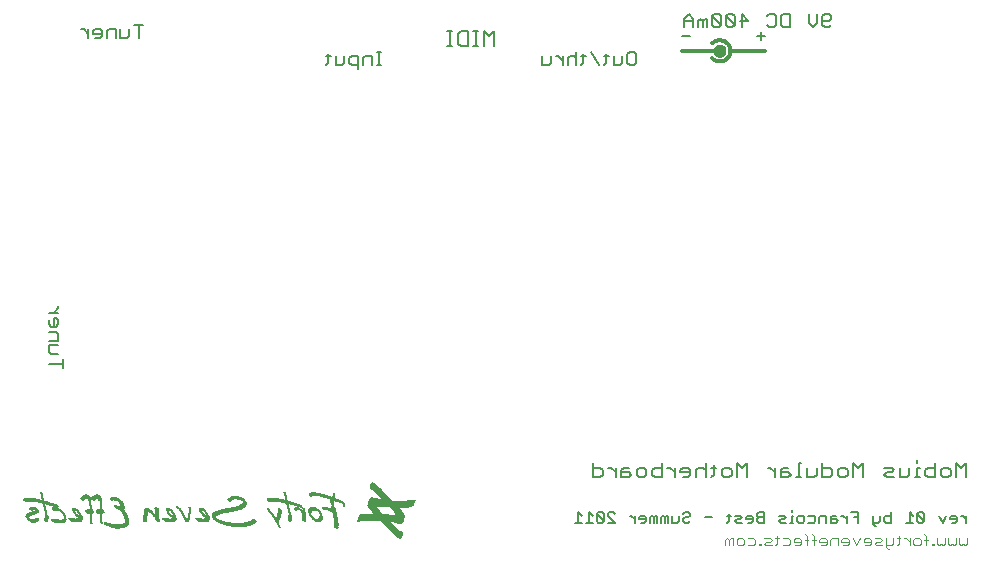
<source format=gbo>
G75*
G70*
%OFA0B0*%
%FSLAX24Y24*%
%IPPOS*%
%LPD*%
%AMOC8*
5,1,8,0,0,1.08239X$1,22.5*
%
%ADD10C,0.0050*%
%ADD11C,0.0060*%
%ADD12C,0.0070*%
%ADD13C,0.0120*%
%ADD14C,0.0160*%
%ADD15R,0.0008X0.0002*%
%ADD16R,0.0022X0.0002*%
%ADD17R,0.0034X0.0002*%
%ADD18R,0.0042X0.0002*%
%ADD19R,0.0050X0.0002*%
%ADD20R,0.0058X0.0002*%
%ADD21R,0.0062X0.0002*%
%ADD22R,0.0068X0.0002*%
%ADD23R,0.0074X0.0002*%
%ADD24R,0.0078X0.0002*%
%ADD25R,0.0084X0.0002*%
%ADD26R,0.0086X0.0002*%
%ADD27R,0.0094X0.0002*%
%ADD28R,0.0098X0.0002*%
%ADD29R,0.0102X0.0002*%
%ADD30R,0.0104X0.0002*%
%ADD31R,0.0110X0.0002*%
%ADD32R,0.0112X0.0002*%
%ADD33R,0.0118X0.0002*%
%ADD34R,0.0120X0.0002*%
%ADD35R,0.0124X0.0002*%
%ADD36R,0.0128X0.0002*%
%ADD37R,0.0132X0.0002*%
%ADD38R,0.0134X0.0002*%
%ADD39R,0.0140X0.0002*%
%ADD40R,0.0142X0.0002*%
%ADD41R,0.0144X0.0002*%
%ADD42R,0.0150X0.0002*%
%ADD43R,0.0154X0.0002*%
%ADD44R,0.0156X0.0002*%
%ADD45R,0.0160X0.0002*%
%ADD46R,0.0164X0.0002*%
%ADD47R,0.0168X0.0002*%
%ADD48R,0.0170X0.0002*%
%ADD49R,0.0172X0.0002*%
%ADD50R,0.0176X0.0002*%
%ADD51R,0.0182X0.0002*%
%ADD52R,0.0186X0.0002*%
%ADD53R,0.0190X0.0002*%
%ADD54R,0.0192X0.0002*%
%ADD55R,0.0196X0.0002*%
%ADD56R,0.0200X0.0002*%
%ADD57R,0.0206X0.0002*%
%ADD58R,0.0208X0.0002*%
%ADD59R,0.0212X0.0002*%
%ADD60R,0.0214X0.0002*%
%ADD61R,0.0218X0.0002*%
%ADD62R,0.0220X0.0002*%
%ADD63R,0.0224X0.0002*%
%ADD64R,0.0226X0.0002*%
%ADD65R,0.0230X0.0002*%
%ADD66R,0.0232X0.0002*%
%ADD67R,0.0236X0.0002*%
%ADD68R,0.0238X0.0002*%
%ADD69R,0.0242X0.0002*%
%ADD70R,0.0244X0.0002*%
%ADD71R,0.0250X0.0002*%
%ADD72R,0.0252X0.0002*%
%ADD73R,0.0256X0.0002*%
%ADD74R,0.0258X0.0002*%
%ADD75R,0.0262X0.0002*%
%ADD76R,0.0268X0.0002*%
%ADD77R,0.0266X0.0002*%
%ADD78R,0.0272X0.0002*%
%ADD79R,0.0276X0.0002*%
%ADD80R,0.0278X0.0002*%
%ADD81R,0.0280X0.0002*%
%ADD82R,0.0282X0.0002*%
%ADD83R,0.0286X0.0002*%
%ADD84R,0.0288X0.0002*%
%ADD85R,0.0290X0.0002*%
%ADD86R,0.0292X0.0002*%
%ADD87R,0.0296X0.0002*%
%ADD88R,0.0294X0.0002*%
%ADD89R,0.0298X0.0002*%
%ADD90R,0.0300X0.0002*%
%ADD91R,0.0302X0.0002*%
%ADD92R,0.0304X0.0002*%
%ADD93R,0.0306X0.0002*%
%ADD94R,0.0304X0.0002*%
%ADD95R,0.0308X0.0002*%
%ADD96R,0.0308X0.0002*%
%ADD97R,0.0310X0.0002*%
%ADD98R,0.0294X0.0002*%
%ADD99R,0.0284X0.0002*%
%ADD100R,0.0284X0.0002*%
%ADD101R,0.0274X0.0002*%
%ADD102R,0.0270X0.0002*%
%ADD103R,0.0020X0.0002*%
%ADD104R,0.0030X0.0002*%
%ADD105R,0.0036X0.0002*%
%ADD106R,0.0044X0.0002*%
%ADD107R,0.0056X0.0002*%
%ADD108R,0.0264X0.0002*%
%ADD109R,0.0064X0.0002*%
%ADD110R,0.0070X0.0002*%
%ADD111R,0.0076X0.0002*%
%ADD112R,0.0264X0.0002*%
%ADD113R,0.0078X0.0002*%
%ADD114R,0.0002X0.0002*%
%ADD115R,0.0004X0.0002*%
%ADD116R,0.0082X0.0002*%
%ADD117R,0.0116X0.0002*%
%ADD118R,0.0084X0.0002*%
%ADD119R,0.0154X0.0002*%
%ADD120R,0.0088X0.0002*%
%ADD121R,0.0092X0.0002*%
%ADD122R,0.0012X0.0002*%
%ADD123R,0.0210X0.0002*%
%ADD124R,0.0018X0.0002*%
%ADD125R,0.0240X0.0002*%
%ADD126R,0.0096X0.0002*%
%ADD127R,0.0100X0.0002*%
%ADD128R,0.0038X0.0002*%
%ADD129R,0.0316X0.0002*%
%ADD130R,0.0260X0.0002*%
%ADD131R,0.0332X0.0002*%
%ADD132R,0.0054X0.0002*%
%ADD133R,0.0350X0.0002*%
%ADD134R,0.0108X0.0002*%
%ADD135R,0.0370X0.0002*%
%ADD136R,0.0386X0.0002*%
%ADD137R,0.0064X0.0002*%
%ADD138R,0.0400X0.0002*%
%ADD139R,0.0068X0.0002*%
%ADD140R,0.0414X0.0002*%
%ADD141R,0.0114X0.0002*%
%ADD142R,0.0066X0.0002*%
%ADD143R,0.0428X0.0002*%
%ADD144R,0.0258X0.0002*%
%ADD145R,0.0072X0.0002*%
%ADD146R,0.0442X0.0002*%
%ADD147R,0.0452X0.0002*%
%ADD148R,0.0466X0.0002*%
%ADD149R,0.0476X0.0002*%
%ADD150R,0.0488X0.0002*%
%ADD151R,0.0500X0.0002*%
%ADD152R,0.0080X0.0002*%
%ADD153R,0.0510X0.0002*%
%ADD154R,0.0060X0.0002*%
%ADD155R,0.0004X0.0002*%
%ADD156R,0.0520X0.0002*%
%ADD157R,0.0254X0.0002*%
%ADD158R,0.0528X0.0002*%
%ADD159R,0.0184X0.0002*%
%ADD160R,0.0538X0.0002*%
%ADD161R,0.0548X0.0002*%
%ADD162R,0.0556X0.0002*%
%ADD163R,0.0254X0.0002*%
%ADD164R,0.0564X0.0002*%
%ADD165R,0.0330X0.0002*%
%ADD166R,0.0574X0.0002*%
%ADD167R,0.0358X0.0002*%
%ADD168R,0.0582X0.0002*%
%ADD169R,0.0378X0.0002*%
%ADD170R,0.0592X0.0002*%
%ADD171R,0.0088X0.0002*%
%ADD172R,0.0428X0.0002*%
%ADD173R,0.0598X0.0002*%
%ADD174R,0.0462X0.0002*%
%ADD175R,0.0606X0.0002*%
%ADD176R,0.0484X0.0002*%
%ADD177R,0.0616X0.0002*%
%ADD178R,0.0622X0.0002*%
%ADD179R,0.0090X0.0002*%
%ADD180R,0.0534X0.0002*%
%ADD181R,0.0628X0.0002*%
%ADD182R,0.0636X0.0002*%
%ADD183R,0.0574X0.0002*%
%ADD184R,0.0644X0.0002*%
%ADD185R,0.0594X0.0002*%
%ADD186R,0.0650X0.0002*%
%ADD187R,0.0248X0.0002*%
%ADD188R,0.0612X0.0002*%
%ADD189R,0.0658X0.0002*%
%ADD190R,0.0630X0.0002*%
%ADD191R,0.0666X0.0002*%
%ADD192R,0.0246X0.0002*%
%ADD193R,0.0648X0.0002*%
%ADD194R,0.0672X0.0002*%
%ADD195R,0.0680X0.0002*%
%ADD196R,0.0686X0.0002*%
%ADD197R,0.0698X0.0002*%
%ADD198R,0.0694X0.0002*%
%ADD199R,0.0714X0.0002*%
%ADD200R,0.0700X0.0002*%
%ADD201R,0.0728X0.0002*%
%ADD202R,0.0708X0.0002*%
%ADD203R,0.0744X0.0002*%
%ADD204R,0.0758X0.0002*%
%ADD205R,0.0718X0.0002*%
%ADD206R,0.0770X0.0002*%
%ADD207R,0.0724X0.0002*%
%ADD208R,0.0244X0.0002*%
%ADD209R,0.0790X0.0002*%
%ADD210R,0.0730X0.0002*%
%ADD211R,0.0802X0.0002*%
%ADD212R,0.0738X0.0002*%
%ADD213R,0.0816X0.0002*%
%ADD214R,0.0742X0.0002*%
%ADD215R,0.0830X0.0002*%
%ADD216R,0.0746X0.0002*%
%ADD217R,0.0844X0.0002*%
%ADD218R,0.0754X0.0002*%
%ADD219R,0.0856X0.0002*%
%ADD220R,0.0318X0.0002*%
%ADD221R,0.0380X0.0002*%
%ADD222R,0.0872X0.0002*%
%ADD223R,0.0354X0.0002*%
%ADD224R,0.0884X0.0002*%
%ADD225R,0.0340X0.0002*%
%ADD226R,0.0898X0.0002*%
%ADD227R,0.0326X0.0002*%
%ADD228R,0.0910X0.0002*%
%ADD229R,0.0924X0.0002*%
%ADD230R,0.0238X0.0002*%
%ADD231R,0.0936X0.0002*%
%ADD232R,0.0944X0.0002*%
%ADD233R,0.0106X0.0002*%
%ADD234R,0.0958X0.0002*%
%ADD235R,0.0216X0.0002*%
%ADD236R,0.0970X0.0002*%
%ADD237R,0.0208X0.0002*%
%ADD238R,0.0984X0.0002*%
%ADD239R,0.0204X0.0002*%
%ADD240R,0.0994X0.0002*%
%ADD241R,0.0198X0.0002*%
%ADD242R,0.1008X0.0002*%
%ADD243R,0.1018X0.0002*%
%ADD244R,0.0188X0.0002*%
%ADD245R,0.1030X0.0002*%
%ADD246R,0.0184X0.0002*%
%ADD247R,0.0224X0.0002*%
%ADD248R,0.1042X0.0002*%
%ADD249R,0.1052X0.0002*%
%ADD250R,0.0504X0.0002*%
%ADD251R,0.0006X0.0002*%
%ADD252R,0.0490X0.0002*%
%ADD253R,0.0202X0.0002*%
%ADD254R,0.0468X0.0002*%
%ADD255R,0.0446X0.0002*%
%ADD256R,0.0168X0.0002*%
%ADD257R,0.0014X0.0002*%
%ADD258R,0.0016X0.0002*%
%ADD259R,0.0434X0.0002*%
%ADD260R,0.0434X0.0002*%
%ADD261R,0.0032X0.0002*%
%ADD262R,0.0418X0.0002*%
%ADD263R,0.0420X0.0002*%
%ADD264R,0.0164X0.0002*%
%ADD265R,0.0028X0.0002*%
%ADD266R,0.0026X0.0002*%
%ADD267R,0.0052X0.0002*%
%ADD268R,0.0158X0.0002*%
%ADD269R,0.0034X0.0002*%
%ADD270R,0.0402X0.0002*%
%ADD271R,0.0398X0.0002*%
%ADD272R,0.0040X0.0002*%
%ADD273R,0.0392X0.0002*%
%ADD274R,0.0044X0.0002*%
%ADD275R,0.0382X0.0002*%
%ADD276R,0.0130X0.0002*%
%ADD277R,0.0046X0.0002*%
%ADD278R,0.0048X0.0002*%
%ADD279R,0.0104X0.0002*%
%ADD280R,0.0374X0.0002*%
%ADD281R,0.0372X0.0002*%
%ADD282R,0.0152X0.0002*%
%ADD283R,0.0122X0.0002*%
%ADD284R,0.0366X0.0002*%
%ADD285R,0.0364X0.0002*%
%ADD286R,0.0148X0.0002*%
%ADD287R,0.0054X0.0002*%
%ADD288R,0.0134X0.0002*%
%ADD289R,0.0356X0.0002*%
%ADD290R,0.0146X0.0002*%
%ADD291R,0.0058X0.0002*%
%ADD292R,0.0234X0.0002*%
%ADD293R,0.0352X0.0002*%
%ADD294R,0.0342X0.0002*%
%ADD295R,0.0346X0.0002*%
%ADD296R,0.0334X0.0002*%
%ADD297R,0.0180X0.0002*%
%ADD298R,0.0010X0.0002*%
%ADD299R,0.0334X0.0002*%
%ADD300R,0.0320X0.0002*%
%ADD301R,0.0322X0.0002*%
%ADD302R,0.0234X0.0002*%
%ADD303R,0.0136X0.0002*%
%ADD304R,0.0138X0.0002*%
%ADD305R,0.0298X0.0002*%
%ADD306R,0.0312X0.0002*%
%ADD307R,0.0018X0.0002*%
%ADD308R,0.0328X0.0002*%
%ADD309R,0.0008X0.0002*%
%ADD310R,0.0368X0.0002*%
%ADD311R,0.0024X0.0002*%
%ADD312R,0.0128X0.0002*%
%ADD313R,0.0162X0.0002*%
%ADD314R,0.0028X0.0002*%
%ADD315R,0.0412X0.0002*%
%ADD316R,0.0174X0.0002*%
%ADD317R,0.0222X0.0002*%
%ADD318R,0.0418X0.0002*%
%ADD319R,0.0218X0.0002*%
%ADD320R,0.0126X0.0002*%
%ADD321R,0.0432X0.0002*%
%ADD322R,0.0408X0.0002*%
%ADD323R,0.0436X0.0002*%
%ADD324R,0.0214X0.0002*%
%ADD325R,0.0444X0.0002*%
%ADD326R,0.0204X0.0002*%
%ADD327R,0.0094X0.0002*%
%ADD328R,0.0450X0.0002*%
%ADD329R,0.0460X0.0002*%
%ADD330R,0.0074X0.0002*%
%ADD331R,0.0454X0.0002*%
%ADD332R,0.0474X0.0002*%
%ADD333R,0.0166X0.0002*%
%ADD334R,0.0486X0.0002*%
%ADD335R,0.0038X0.0002*%
%ADD336R,0.0118X0.0002*%
%ADD337R,0.0458X0.0002*%
%ADD338R,0.0734X0.0002*%
%ADD339R,0.0178X0.0002*%
%ADD340R,0.0736X0.0002*%
%ADD341R,0.0324X0.0002*%
%ADD342R,0.0464X0.0002*%
%ADD343R,0.0740X0.0002*%
%ADD344R,0.0338X0.0002*%
%ADD345R,0.0470X0.0002*%
%ADD346R,0.0744X0.0002*%
%ADD347R,0.0148X0.0002*%
%ADD348R,0.0098X0.0002*%
%ADD349R,0.0344X0.0002*%
%ADD350R,0.0344X0.0002*%
%ADD351R,0.0114X0.0002*%
%ADD352R,0.0750X0.0002*%
%ADD353R,0.0754X0.0002*%
%ADD354R,0.0362X0.0002*%
%ADD355R,0.0478X0.0002*%
%ADD356R,0.0756X0.0002*%
%ADD357R,0.0760X0.0002*%
%ADD358R,0.0228X0.0002*%
%ADD359R,0.0144X0.0002*%
%ADD360R,0.0482X0.0002*%
%ADD361R,0.0762X0.0002*%
%ADD362R,0.0376X0.0002*%
%ADD363R,0.0766X0.0002*%
%ADD364R,0.0484X0.0002*%
%ADD365R,0.0768X0.0002*%
%ADD366R,0.0384X0.0002*%
%ADD367R,0.0772X0.0002*%
%ADD368R,0.0390X0.0002*%
%ADD369R,0.0778X0.0002*%
%ADD370R,0.0394X0.0002*%
%ADD371R,0.0810X0.0002*%
%ADD372R,0.0398X0.0002*%
%ADD373R,0.0854X0.0002*%
%ADD374R,0.0158X0.0002*%
%ADD375R,0.0914X0.0002*%
%ADD376R,0.0456X0.0002*%
%ADD377R,0.0404X0.0002*%
%ADD378R,0.0406X0.0002*%
%ADD379R,0.0138X0.0002*%
%ADD380R,0.1548X0.0002*%
%ADD381R,0.0410X0.0002*%
%ADD382R,0.0328X0.0002*%
%ADD383R,0.0268X0.0002*%
%ADD384R,0.0414X0.0002*%
%ADD385R,0.1548X0.0002*%
%ADD386R,0.0124X0.0002*%
%ADD387R,0.0416X0.0002*%
%ADD388R,0.0336X0.0002*%
%ADD389R,0.1550X0.0002*%
%ADD390R,0.0422X0.0002*%
%ADD391R,0.0424X0.0002*%
%ADD392R,0.1552X0.0002*%
%ADD393R,0.0426X0.0002*%
%ADD394R,0.0430X0.0002*%
%ADD395R,0.0438X0.0002*%
%ADD396R,0.0438X0.0002*%
%ADD397R,0.1554X0.0002*%
%ADD398R,0.0174X0.0002*%
%ADD399R,0.0440X0.0002*%
%ADD400R,0.1554X0.0002*%
%ADD401R,0.0024X0.0002*%
%ADD402R,0.0108X0.0002*%
%ADD403R,0.1546X0.0002*%
%ADD404R,0.1544X0.0002*%
%ADD405R,0.1542X0.0002*%
%ADD406R,0.1540X0.0002*%
%ADD407R,0.1538X0.0002*%
%ADD408R,0.1538X0.0002*%
%ADD409R,0.1536X0.0002*%
%ADD410R,0.1534X0.0002*%
%ADD411R,0.1532X0.0002*%
%ADD412R,0.1530X0.0002*%
%ADD413R,0.1528X0.0002*%
%ADD414R,0.1526X0.0002*%
%ADD415R,0.0178X0.0002*%
%ADD416R,0.1524X0.0002*%
%ADD417R,0.1522X0.0002*%
%ADD418R,0.1518X0.0002*%
%ADD419R,0.1516X0.0002*%
%ADD420R,0.1514X0.0002*%
%ADD421R,0.1512X0.0002*%
%ADD422R,0.1510X0.0002*%
%ADD423R,0.0194X0.0002*%
%ADD424R,0.1506X0.0002*%
%ADD425R,0.1504X0.0002*%
%ADD426R,0.0194X0.0002*%
%ADD427R,0.1500X0.0002*%
%ADD428R,0.1498X0.0002*%
%ADD429R,0.1494X0.0002*%
%ADD430R,0.1490X0.0002*%
%ADD431R,0.1486X0.0002*%
%ADD432R,0.1482X0.0002*%
%ADD433R,0.1478X0.0002*%
%ADD434R,0.1472X0.0002*%
%ADD435R,0.1124X0.0002*%
%ADD436R,0.1048X0.0002*%
%ADD437R,0.0288X0.0002*%
%ADD438R,0.0982X0.0002*%
%ADD439R,0.0848X0.0002*%
%ADD440R,0.0776X0.0002*%
%ADD441R,0.0708X0.0002*%
%ADD442R,0.0228X0.0002*%
%ADD443R,0.0682X0.0002*%
%ADD444R,0.0274X0.0002*%
%ADD445R,0.0338X0.0002*%
%ADD446R,0.0384X0.0002*%
%ADD447R,0.0248X0.0002*%
%ADD448R,0.0464X0.0002*%
%ADD449R,0.0472X0.0002*%
%ADD450R,0.0492X0.0002*%
%ADD451R,0.0498X0.0002*%
%ADD452R,0.0514X0.0002*%
%ADD453R,0.0522X0.0002*%
%ADD454R,0.0524X0.0002*%
%ADD455R,0.0532X0.0002*%
%ADD456R,0.0534X0.0002*%
%ADD457R,0.0542X0.0002*%
%ADD458R,0.0546X0.0002*%
%ADD459R,0.0552X0.0002*%
%ADD460R,0.0554X0.0002*%
%ADD461R,0.0560X0.0002*%
%ADD462R,0.0562X0.0002*%
%ADD463R,0.0566X0.0002*%
%ADD464R,0.0570X0.0002*%
%ADD465R,0.0572X0.0002*%
%ADD466R,0.0354X0.0002*%
%ADD467R,0.0576X0.0002*%
%ADD468R,0.0198X0.0002*%
%ADD469R,0.0348X0.0002*%
%ADD470R,0.0188X0.0002*%
%ADD471R,0.0568X0.0002*%
%ADD472R,0.0314X0.0002*%
%ADD473R,0.0548X0.0002*%
%ADD474R,0.0544X0.0002*%
%ADD475R,0.0536X0.0002*%
%ADD476R,0.0530X0.0002*%
%ADD477R,0.0508X0.0002*%
%ADD478R,0.0480X0.0002*%
%ADD479R,0.0404X0.0002*%
%ADD480R,0.0396X0.0002*%
%ADD481R,0.0048X0.0002*%
%ADD482R,0.0358X0.0002*%
%ADD483R,0.0324X0.0002*%
%ADD484R,0.0674X0.0002*%
%ADD485R,0.0684X0.0002*%
%ADD486R,0.0692X0.0002*%
%ADD487R,0.0712X0.0002*%
%ADD488R,0.0846X0.0002*%
%ADD489R,0.0912X0.0002*%
%ADD490R,0.0978X0.0002*%
%ADD491R,0.1120X0.0002*%
%ADD492R,0.1474X0.0002*%
%ADD493R,0.0014X0.0002*%
%ADD494R,0.1496X0.0002*%
%ADD495R,0.1508X0.0002*%
%ADD496R,0.1508X0.0002*%
%ADD497R,0.1520X0.0002*%
%ADD498R,0.1534X0.0002*%
%ADD499R,0.0314X0.0002*%
%ADD500R,0.0348X0.0002*%
%ADD501R,0.0360X0.0002*%
%ADD502R,0.0812X0.0002*%
%ADD503R,0.0670X0.0002*%
%ADD504R,0.0662X0.0002*%
%ADD505R,0.0660X0.0002*%
%ADD506R,0.0764X0.0002*%
%ADD507R,0.0664X0.0002*%
%ADD508R,0.0664X0.0002*%
%ADD509R,0.0668X0.0002*%
%ADD510R,0.0674X0.0002*%
%ADD511R,0.0676X0.0002*%
%ADD512R,0.0678X0.0002*%
%ADD513R,0.0732X0.0002*%
%ADD514R,0.0590X0.0002*%
%ADD515R,0.0586X0.0002*%
%ADD516R,0.0444X0.0002*%
%ADD517R,0.0538X0.0002*%
%ADD518R,0.0512X0.0002*%
%ADD519R,0.0502X0.0002*%
%ADD520R,0.0504X0.0002*%
%ADD521R,0.0494X0.0002*%
%ADD522R,0.0474X0.0002*%
%ADD523R,0.0394X0.0002*%
%ADD524R,0.0518X0.0002*%
%ADD525R,0.0498X0.0002*%
%ADD526R,0.0278X0.0002*%
%ADD527C,0.0030*%
D10*
X002684Y007864D02*
X002684Y008165D01*
X002684Y008015D02*
X002234Y008015D01*
X002309Y008325D02*
X002234Y008400D01*
X002234Y008625D01*
X002534Y008625D01*
X002534Y008785D02*
X002534Y009010D01*
X002459Y009085D01*
X002234Y009085D01*
X002309Y009246D02*
X002459Y009246D01*
X002534Y009321D01*
X002534Y009471D01*
X002459Y009546D01*
X002384Y009546D01*
X002384Y009246D01*
X002309Y009246D02*
X002234Y009321D01*
X002234Y009471D01*
X002234Y009706D02*
X002534Y009706D01*
X002534Y009856D02*
X002534Y009931D01*
X002534Y009856D02*
X002384Y009706D01*
X002234Y008785D02*
X002534Y008785D01*
X002534Y008325D02*
X002309Y008325D01*
X003527Y018865D02*
X003527Y019165D01*
X003527Y019015D02*
X003377Y019165D01*
X003302Y019165D01*
X003687Y019090D02*
X003687Y019015D01*
X003988Y019015D01*
X003988Y019090D02*
X003913Y019165D01*
X003762Y019165D01*
X003687Y019090D01*
X003762Y018865D02*
X003913Y018865D01*
X003988Y018940D01*
X003988Y019090D01*
X004148Y019090D02*
X004148Y018865D01*
X004148Y019090D02*
X004223Y019165D01*
X004448Y019165D01*
X004448Y018865D01*
X004608Y018865D02*
X004608Y019165D01*
X004608Y018865D02*
X004833Y018865D01*
X004908Y018940D01*
X004908Y019165D01*
X005068Y019315D02*
X005369Y019315D01*
X005219Y019315D02*
X005219Y018865D01*
X019863Y003065D02*
X019863Y002715D01*
X019979Y002715D02*
X019746Y002715D01*
X019979Y002948D02*
X019863Y003065D01*
X020231Y003065D02*
X020348Y002948D01*
X020482Y003007D02*
X020482Y002773D01*
X020541Y002715D01*
X020658Y002715D01*
X020716Y002773D01*
X020482Y003007D01*
X020541Y003065D01*
X020658Y003065D01*
X020716Y003007D01*
X020716Y002773D01*
X020851Y002715D02*
X021084Y002715D01*
X020851Y002948D01*
X020851Y003007D01*
X020909Y003065D01*
X021026Y003065D01*
X021084Y003007D01*
X021584Y002948D02*
X021643Y002948D01*
X021759Y002831D01*
X021759Y002715D02*
X021759Y002948D01*
X021894Y002890D02*
X021894Y002831D01*
X022128Y002831D01*
X022128Y002773D02*
X022128Y002890D01*
X022069Y002948D01*
X021953Y002948D01*
X021894Y002890D01*
X021953Y002715D02*
X022069Y002715D01*
X022128Y002773D01*
X022263Y002715D02*
X022263Y002890D01*
X022321Y002948D01*
X022379Y002890D01*
X022379Y002715D01*
X022496Y002715D02*
X022496Y002948D01*
X022438Y002948D01*
X022379Y002890D01*
X022631Y002890D02*
X022631Y002715D01*
X022748Y002715D02*
X022748Y002890D01*
X022689Y002948D01*
X022631Y002890D01*
X022748Y002890D02*
X022806Y002948D01*
X022864Y002948D01*
X022864Y002715D01*
X022999Y002715D02*
X022999Y002948D01*
X022999Y002715D02*
X023174Y002715D01*
X023233Y002773D01*
X023233Y002948D01*
X023367Y003007D02*
X023426Y003065D01*
X023543Y003065D01*
X023601Y003007D01*
X023601Y002948D01*
X023543Y002890D01*
X023426Y002890D01*
X023367Y002831D01*
X023367Y002773D01*
X023426Y002715D01*
X023543Y002715D01*
X023601Y002773D01*
X024104Y002890D02*
X024338Y002890D01*
X024835Y002948D02*
X024951Y002948D01*
X024893Y003007D02*
X024893Y002773D01*
X024835Y002715D01*
X025086Y002773D02*
X025145Y002831D01*
X025261Y002831D01*
X025320Y002890D01*
X025261Y002948D01*
X025086Y002948D01*
X025086Y002773D02*
X025145Y002715D01*
X025320Y002715D01*
X025455Y002831D02*
X025688Y002831D01*
X025688Y002773D02*
X025688Y002890D01*
X025630Y002948D01*
X025513Y002948D01*
X025455Y002890D01*
X025455Y002831D01*
X025513Y002715D02*
X025630Y002715D01*
X025688Y002773D01*
X025823Y002773D02*
X025881Y002715D01*
X026056Y002715D01*
X026056Y003065D01*
X025881Y003065D01*
X025823Y003007D01*
X025823Y002948D01*
X025881Y002890D01*
X026056Y002890D01*
X025881Y002890D02*
X025823Y002831D01*
X025823Y002773D01*
X026559Y002773D02*
X026618Y002831D01*
X026735Y002831D01*
X026793Y002890D01*
X026735Y002948D01*
X026559Y002948D01*
X026559Y002773D02*
X026618Y002715D01*
X026793Y002715D01*
X026922Y002715D02*
X027038Y002715D01*
X026980Y002715D02*
X026980Y002948D01*
X027038Y002948D01*
X026980Y003065D02*
X026980Y003123D01*
X027173Y002890D02*
X027232Y002948D01*
X027348Y002948D01*
X027407Y002890D01*
X027407Y002773D01*
X027348Y002715D01*
X027232Y002715D01*
X027173Y002773D01*
X027173Y002890D01*
X027542Y002948D02*
X027717Y002948D01*
X027775Y002890D01*
X027775Y002773D01*
X027717Y002715D01*
X027542Y002715D01*
X027910Y002715D02*
X027910Y002890D01*
X027968Y002948D01*
X028143Y002948D01*
X028143Y002715D01*
X028278Y002715D02*
X028453Y002715D01*
X028512Y002773D01*
X028453Y002831D01*
X028278Y002831D01*
X028278Y002890D02*
X028278Y002715D01*
X028278Y002890D02*
X028337Y002948D01*
X028453Y002948D01*
X028643Y002948D02*
X028702Y002948D01*
X028819Y002831D01*
X028819Y002715D02*
X028819Y002948D01*
X028953Y003065D02*
X029187Y003065D01*
X029187Y002715D01*
X029187Y002890D02*
X029070Y002890D01*
X029690Y002948D02*
X029690Y002656D01*
X029748Y002598D01*
X029807Y002598D01*
X029865Y002715D02*
X029690Y002715D01*
X029865Y002715D02*
X029924Y002773D01*
X029924Y002948D01*
X030058Y002890D02*
X030058Y002773D01*
X030117Y002715D01*
X030292Y002715D01*
X030292Y003065D01*
X030292Y002948D02*
X030117Y002948D01*
X030058Y002890D01*
X030795Y002715D02*
X031028Y002715D01*
X030912Y002715D02*
X030912Y003065D01*
X031028Y002948D01*
X031163Y003007D02*
X031397Y002773D01*
X031338Y002715D01*
X031222Y002715D01*
X031163Y002773D01*
X031163Y003007D01*
X031222Y003065D01*
X031338Y003065D01*
X031397Y003007D01*
X031397Y002773D01*
X031900Y002948D02*
X032017Y002715D01*
X032133Y002948D01*
X032268Y002890D02*
X032268Y002831D01*
X032502Y002831D01*
X032502Y002773D02*
X032502Y002890D01*
X032443Y002948D01*
X032327Y002948D01*
X032268Y002890D01*
X032327Y002715D02*
X032443Y002715D01*
X032502Y002773D01*
X032633Y002948D02*
X032692Y002948D01*
X032809Y002831D01*
X032809Y002715D02*
X032809Y002948D01*
X020348Y002715D02*
X020114Y002715D01*
X020231Y002715D02*
X020231Y003065D01*
D11*
X012536Y017823D02*
X012536Y018263D01*
X012316Y018263D01*
X012243Y018190D01*
X012243Y018043D01*
X012316Y017970D01*
X012536Y017970D01*
X012703Y017970D02*
X012703Y018190D01*
X012776Y018263D01*
X012997Y018263D01*
X012997Y017970D01*
X013157Y017970D02*
X013304Y017970D01*
X013230Y017970D02*
X013230Y018410D01*
X013157Y018410D02*
X013304Y018410D01*
X012076Y018263D02*
X012076Y018043D01*
X012003Y017970D01*
X011782Y017970D01*
X011782Y018263D01*
X011616Y018263D02*
X011469Y018263D01*
X011542Y018337D02*
X011542Y018043D01*
X011469Y017970D01*
X018671Y017970D02*
X018671Y018263D01*
X018671Y017970D02*
X018891Y017970D01*
X018965Y018043D01*
X018965Y018263D01*
X019128Y018263D02*
X019202Y018263D01*
X019348Y018116D01*
X019348Y017970D02*
X019348Y018263D01*
X019515Y018190D02*
X019515Y017970D01*
X019515Y018190D02*
X019589Y018263D01*
X019735Y018263D01*
X019809Y018190D01*
X019969Y018263D02*
X020116Y018263D01*
X020042Y018337D02*
X020042Y018043D01*
X019969Y017970D01*
X019809Y017970D02*
X019809Y018410D01*
X020282Y018410D02*
X020576Y017970D01*
X020736Y017970D02*
X020809Y018043D01*
X020809Y018337D01*
X020736Y018263D02*
X020883Y018263D01*
X021050Y018263D02*
X021050Y017970D01*
X021270Y017970D01*
X021343Y018043D01*
X021343Y018263D01*
X021510Y018337D02*
X021510Y018043D01*
X021583Y017970D01*
X021730Y017970D01*
X021804Y018043D01*
X021804Y018337D01*
X021730Y018410D01*
X021583Y018410D01*
X021510Y018337D01*
X023334Y018940D02*
X023584Y018940D01*
X023700Y019220D02*
X023700Y019513D01*
X023553Y019660D01*
X023406Y019513D01*
X023406Y019220D01*
X023406Y019440D02*
X023700Y019440D01*
X023867Y019440D02*
X023867Y019220D01*
X024014Y019220D02*
X024014Y019440D01*
X023940Y019513D01*
X023867Y019440D01*
X024014Y019440D02*
X024087Y019513D01*
X024160Y019513D01*
X024160Y019220D01*
X024327Y019293D02*
X024327Y019587D01*
X024621Y019293D01*
X024547Y019220D01*
X024401Y019220D01*
X024327Y019293D01*
X024327Y019587D02*
X024401Y019660D01*
X024547Y019660D01*
X024621Y019587D01*
X024621Y019293D01*
X024787Y019293D02*
X024861Y019220D01*
X025008Y019220D01*
X025081Y019293D01*
X024787Y019587D01*
X024787Y019293D01*
X024787Y019587D02*
X024861Y019660D01*
X025008Y019660D01*
X025081Y019587D01*
X025081Y019293D01*
X025248Y019440D02*
X025541Y019440D01*
X025321Y019660D01*
X025321Y019220D01*
X025834Y018940D02*
X026084Y018940D01*
X025959Y018815D02*
X025959Y019065D01*
X026169Y019293D02*
X026242Y019220D01*
X026389Y019220D01*
X026462Y019293D01*
X026462Y019587D01*
X026389Y019660D01*
X026242Y019660D01*
X026169Y019587D01*
X026629Y019587D02*
X026629Y019293D01*
X026702Y019220D01*
X026922Y019220D01*
X026922Y019660D01*
X026702Y019660D01*
X026629Y019587D01*
X027550Y019660D02*
X027550Y019366D01*
X027696Y019220D01*
X027843Y019366D01*
X027843Y019660D01*
X028010Y019587D02*
X028083Y019660D01*
X028230Y019660D01*
X028304Y019587D01*
X028304Y019513D01*
X028230Y019440D01*
X028010Y019440D01*
X028010Y019293D02*
X028010Y019587D01*
X028010Y019293D02*
X028083Y019220D01*
X028230Y019220D01*
X028304Y019293D01*
D12*
X017049Y019090D02*
X017049Y018600D01*
X016722Y018600D02*
X016722Y019090D01*
X016885Y018927D01*
X017049Y019090D01*
X016533Y019090D02*
X016369Y019090D01*
X016451Y019090D02*
X016451Y018600D01*
X016533Y018600D02*
X016369Y018600D01*
X016189Y018600D02*
X015944Y018600D01*
X015862Y018681D01*
X015862Y019008D01*
X015944Y019090D01*
X016189Y019090D01*
X016189Y018600D01*
X015674Y018600D02*
X015510Y018600D01*
X015592Y018600D02*
X015592Y019090D01*
X015674Y019090D02*
X015510Y019090D01*
X031170Y004797D02*
X031170Y004715D01*
X031170Y004552D02*
X031170Y004225D01*
X031252Y004225D02*
X031088Y004225D01*
X030908Y004306D02*
X030826Y004225D01*
X030581Y004225D01*
X030581Y004552D01*
X030392Y004470D02*
X030311Y004388D01*
X030147Y004388D01*
X030065Y004306D01*
X030147Y004225D01*
X030392Y004225D01*
X030392Y004470D02*
X030311Y004552D01*
X030065Y004552D01*
X029361Y004715D02*
X029361Y004225D01*
X029034Y004225D02*
X029034Y004715D01*
X029198Y004552D01*
X029361Y004715D01*
X028845Y004470D02*
X028845Y004306D01*
X028764Y004225D01*
X028600Y004225D01*
X028518Y004306D01*
X028518Y004470D01*
X028600Y004552D01*
X028764Y004552D01*
X028845Y004470D01*
X028330Y004470D02*
X028330Y004306D01*
X028248Y004225D01*
X028003Y004225D01*
X028003Y004715D01*
X028003Y004552D02*
X028248Y004552D01*
X028330Y004470D01*
X027814Y004552D02*
X027814Y004306D01*
X027732Y004225D01*
X027487Y004225D01*
X027487Y004552D01*
X027299Y004715D02*
X027217Y004715D01*
X027217Y004225D01*
X027299Y004225D02*
X027135Y004225D01*
X026955Y004306D02*
X026873Y004388D01*
X026628Y004388D01*
X026628Y004470D02*
X026628Y004225D01*
X026873Y004225D01*
X026955Y004306D01*
X026710Y004552D02*
X026628Y004470D01*
X026710Y004552D02*
X026873Y004552D01*
X026439Y004552D02*
X026439Y004225D01*
X026439Y004388D02*
X026276Y004552D01*
X026194Y004552D01*
X025494Y004715D02*
X025494Y004225D01*
X025167Y004225D02*
X025167Y004715D01*
X025330Y004552D01*
X025494Y004715D01*
X024978Y004470D02*
X024978Y004306D01*
X024896Y004225D01*
X024733Y004225D01*
X024651Y004306D01*
X024651Y004470D01*
X024733Y004552D01*
X024896Y004552D01*
X024978Y004470D01*
X024463Y004552D02*
X024299Y004552D01*
X024381Y004633D02*
X024381Y004306D01*
X024299Y004225D01*
X024119Y004225D02*
X024119Y004715D01*
X024037Y004552D02*
X023874Y004552D01*
X023792Y004470D01*
X023792Y004225D01*
X023603Y004306D02*
X023603Y004470D01*
X023521Y004552D01*
X023358Y004552D01*
X023276Y004470D01*
X023276Y004388D01*
X023603Y004388D01*
X023603Y004306D02*
X023521Y004225D01*
X023358Y004225D01*
X023088Y004225D02*
X023088Y004552D01*
X023088Y004388D02*
X022924Y004552D01*
X022842Y004552D01*
X022658Y004552D02*
X022413Y004552D01*
X022331Y004470D01*
X022331Y004306D01*
X022413Y004225D01*
X022658Y004225D01*
X022658Y004715D01*
X022142Y004470D02*
X022142Y004306D01*
X022061Y004225D01*
X021897Y004225D01*
X021815Y004306D01*
X021815Y004470D01*
X021897Y004552D01*
X022061Y004552D01*
X022142Y004470D01*
X021627Y004306D02*
X021545Y004388D01*
X021300Y004388D01*
X021300Y004470D02*
X021300Y004225D01*
X021545Y004225D01*
X021627Y004306D01*
X021381Y004552D02*
X021300Y004470D01*
X021381Y004552D02*
X021545Y004552D01*
X021111Y004552D02*
X021111Y004225D01*
X021111Y004388D02*
X020948Y004552D01*
X020866Y004552D01*
X020681Y004470D02*
X020600Y004552D01*
X020354Y004552D01*
X020354Y004715D02*
X020354Y004225D01*
X020600Y004225D01*
X020681Y004306D01*
X020681Y004470D01*
X024037Y004552D02*
X024119Y004470D01*
X030908Y004552D02*
X030908Y004306D01*
X031170Y004552D02*
X031252Y004552D01*
X031440Y004470D02*
X031522Y004552D01*
X031767Y004552D01*
X031767Y004715D02*
X031767Y004225D01*
X031522Y004225D01*
X031440Y004306D01*
X031440Y004470D01*
X031956Y004470D02*
X031956Y004306D01*
X032038Y004225D01*
X032201Y004225D01*
X032283Y004306D01*
X032283Y004470D01*
X032201Y004552D01*
X032038Y004552D01*
X031956Y004470D01*
X032472Y004715D02*
X032472Y004225D01*
X032799Y004225D02*
X032799Y004715D01*
X032635Y004552D01*
X032472Y004715D01*
D13*
X026084Y018440D02*
X024959Y018440D01*
X024334Y018190D02*
X024361Y018165D01*
X024391Y018143D01*
X024423Y018125D01*
X024457Y018110D01*
X024492Y018098D01*
X024529Y018090D01*
X024565Y018086D01*
X024603Y018086D01*
X024639Y018090D01*
X024676Y018098D01*
X024711Y018110D01*
X024745Y018125D01*
X024777Y018143D01*
X024807Y018165D01*
X024834Y018190D01*
X024859Y018217D01*
X024881Y018247D01*
X024899Y018279D01*
X024914Y018313D01*
X024926Y018348D01*
X024934Y018385D01*
X024938Y018421D01*
X024938Y018459D01*
X024934Y018495D01*
X024926Y018532D01*
X024914Y018567D01*
X024899Y018601D01*
X024881Y018633D01*
X024859Y018663D01*
X024834Y018690D01*
X024807Y018715D01*
X024777Y018737D01*
X024745Y018755D01*
X024711Y018770D01*
X024676Y018782D01*
X024639Y018790D01*
X024603Y018794D01*
X024565Y018794D01*
X024529Y018790D01*
X024492Y018782D01*
X024457Y018770D01*
X024423Y018755D01*
X024391Y018737D01*
X024361Y018715D01*
X024334Y018690D01*
X024584Y018440D02*
X023334Y018440D01*
D14*
X024459Y018440D02*
X024461Y018462D01*
X024467Y018483D01*
X024476Y018502D01*
X024488Y018520D01*
X024504Y018536D01*
X024521Y018548D01*
X024541Y018557D01*
X024562Y018563D01*
X024584Y018565D01*
X024606Y018563D01*
X024627Y018557D01*
X024646Y018548D01*
X024664Y018536D01*
X024680Y018520D01*
X024692Y018502D01*
X024701Y018483D01*
X024707Y018462D01*
X024709Y018440D01*
X024707Y018418D01*
X024701Y018397D01*
X024692Y018378D01*
X024680Y018360D01*
X024664Y018344D01*
X024647Y018332D01*
X024627Y018323D01*
X024606Y018317D01*
X024584Y018315D01*
X024562Y018317D01*
X024541Y018323D01*
X024521Y018332D01*
X024504Y018344D01*
X024488Y018360D01*
X024476Y018377D01*
X024467Y018397D01*
X024461Y018418D01*
X024459Y018440D01*
D15*
X009754Y003502D03*
X008252Y003410D03*
X007432Y002724D03*
X003188Y002724D03*
X002510Y003206D03*
X013462Y003234D03*
X013912Y002166D03*
D16*
X013911Y002168D03*
X011727Y003672D03*
X010625Y003208D03*
X010757Y002726D03*
X009907Y003160D03*
X009519Y003176D03*
X007147Y002848D03*
X006481Y003242D03*
X003645Y002668D03*
X002909Y002848D03*
X002407Y003102D03*
X003373Y003438D03*
D17*
X003469Y003624D03*
X003823Y003624D03*
X003533Y003010D03*
X003999Y002672D03*
X002351Y002814D03*
X002153Y002726D03*
X001813Y002846D03*
X006911Y003202D03*
X009521Y003174D03*
X009909Y003156D03*
X010451Y003102D03*
X010971Y003586D03*
X012073Y003254D03*
X013911Y002170D03*
D18*
X013911Y002172D03*
X011731Y003664D03*
X011423Y003130D03*
X010267Y002728D03*
X010075Y003690D03*
X013031Y004018D03*
X006913Y003198D03*
X006339Y002724D03*
X005885Y002728D03*
X003997Y002676D03*
X002411Y003108D03*
X001703Y003214D03*
X001959Y003690D03*
D19*
X003471Y003622D03*
X003825Y003622D03*
X003889Y003014D03*
X003535Y003014D03*
X004531Y002516D03*
X005795Y003210D03*
X009053Y002798D03*
X009525Y003168D03*
X010265Y002730D03*
X009925Y002534D03*
X010713Y003176D03*
X011823Y002504D03*
X012063Y003266D03*
X013031Y004016D03*
X013911Y002174D03*
D20*
X013911Y002176D03*
X009921Y002538D03*
X006701Y002970D03*
X006691Y002988D03*
X006691Y002990D03*
X006681Y003006D03*
X006681Y003008D03*
X006661Y003042D03*
X006651Y003058D03*
X006651Y003060D03*
X006641Y003074D03*
X006641Y003076D03*
X006631Y003090D03*
X006621Y003104D03*
X006051Y002844D03*
X005881Y002734D03*
D21*
X005879Y002736D03*
X005799Y003204D03*
X006499Y003222D03*
X006585Y003146D03*
X006587Y003144D03*
X006591Y003140D03*
X006593Y003138D03*
X006595Y003136D03*
X006597Y003134D03*
X006599Y003132D03*
X006603Y003126D03*
X006607Y003122D03*
X006677Y003014D03*
X006709Y002954D03*
X006719Y002930D03*
X006723Y002924D03*
X006725Y002920D03*
X006725Y002918D03*
X006727Y002916D03*
X006727Y002914D03*
X006729Y002910D03*
X006731Y002906D03*
X006733Y002902D03*
X006733Y002900D03*
X006735Y002898D03*
X006735Y002896D03*
X006737Y002894D03*
X006737Y002892D03*
X006737Y002890D03*
X006739Y002888D03*
X006739Y002886D03*
X006741Y002884D03*
X006741Y002882D03*
X006743Y002878D03*
X006745Y002874D03*
X006745Y002872D03*
X006747Y002868D03*
X006749Y002862D03*
X006751Y002860D03*
X006751Y002858D03*
X006753Y002852D03*
X006755Y002848D03*
X006757Y002844D03*
X006759Y002838D03*
X006759Y002834D03*
X006763Y002826D03*
X006765Y002820D03*
X006767Y002816D03*
X006767Y002814D03*
X006769Y002810D03*
X006769Y002808D03*
X006771Y002806D03*
X006833Y002730D03*
X006921Y003184D03*
X009531Y003160D03*
X009919Y002540D03*
X010613Y003218D03*
X010975Y003592D03*
X010081Y003678D03*
X012047Y003328D03*
X012049Y003322D03*
X012049Y003320D03*
X012049Y003318D03*
X012051Y003316D03*
X012051Y003312D03*
X012055Y003286D03*
X012057Y003282D03*
X012057Y003280D03*
X013031Y004012D03*
X011821Y002508D03*
X013911Y002178D03*
X003987Y002690D03*
X003633Y002690D03*
X002747Y002924D03*
X002747Y002926D03*
X002743Y002934D03*
X002743Y002936D03*
X002741Y002940D03*
X002739Y002942D03*
X002739Y002944D03*
X002739Y002946D03*
X002737Y002948D03*
X002735Y002950D03*
X002735Y002952D03*
X002733Y002956D03*
X002731Y002958D03*
X002731Y002960D03*
X002729Y002962D03*
X002727Y002966D03*
X002725Y002970D03*
X002723Y002972D03*
X002721Y002974D03*
X002719Y002980D03*
X002717Y002982D03*
X002715Y002984D03*
X002713Y002988D03*
X002711Y002990D03*
X002707Y002996D03*
X002705Y002998D03*
X002703Y003002D03*
X002701Y003004D03*
X002699Y003006D03*
X002697Y003008D03*
X002695Y003010D03*
X002497Y003218D03*
X002415Y003112D03*
X001701Y003212D03*
X001475Y003402D03*
X001521Y002842D03*
X003471Y003620D03*
D22*
X002682Y003024D03*
X002754Y002900D03*
X002494Y003220D03*
X001822Y003110D03*
X001820Y003112D03*
X001820Y003114D03*
X001820Y003116D03*
X001812Y003126D03*
X001814Y002834D03*
X001722Y002714D03*
X001534Y002830D03*
X001514Y002854D03*
X001512Y002858D03*
X001510Y002862D03*
X003630Y002696D03*
X003984Y002696D03*
X005482Y003164D03*
X006502Y003218D03*
X006504Y003216D03*
X006560Y003168D03*
X006924Y003178D03*
X006834Y002732D03*
X009532Y003156D03*
X009534Y003154D03*
X009918Y003140D03*
X010262Y002738D03*
X010450Y003114D03*
X010632Y003104D03*
X010638Y003098D03*
X010642Y003092D03*
X010644Y003090D03*
X010648Y003086D03*
X010648Y003084D03*
X010650Y003082D03*
X010654Y003078D03*
X010654Y003076D03*
X010610Y003220D03*
X011010Y003204D03*
X012040Y003342D03*
X012042Y003340D03*
X013032Y004010D03*
X013942Y002674D03*
X013912Y002180D03*
X010084Y003674D03*
D23*
X010451Y003116D03*
X010621Y003116D03*
X010723Y003158D03*
X010943Y002950D03*
X010949Y002940D03*
X010951Y002936D03*
X010953Y002934D03*
X010959Y002924D03*
X010961Y002922D03*
X010963Y002920D03*
X010963Y002918D03*
X010969Y002912D03*
X010969Y002910D03*
X010971Y002908D03*
X010973Y002906D03*
X010979Y002898D03*
X010981Y002896D03*
X010983Y002894D03*
X010991Y002886D03*
X010991Y002884D03*
X010993Y002882D03*
X010999Y002876D03*
X011003Y002870D03*
X011009Y002864D03*
X011013Y002860D03*
X011261Y003030D03*
X011251Y003046D03*
X011249Y003048D03*
X011243Y003056D03*
X011241Y003060D03*
X011239Y003062D03*
X011231Y003072D03*
X011221Y003086D03*
X009911Y002552D03*
X009539Y003146D03*
X006833Y002734D03*
X006529Y003192D03*
X006521Y003200D03*
X005801Y003198D03*
X004113Y002690D03*
X002759Y002860D03*
X002759Y002864D03*
X002759Y002866D03*
X002759Y002868D03*
X002759Y002872D03*
X002759Y002874D03*
X002663Y003040D03*
X002663Y003042D03*
X002419Y003114D03*
X001973Y003668D03*
X001539Y002826D03*
X001541Y002824D03*
X013031Y004008D03*
X013911Y002182D03*
D24*
X013911Y002184D03*
X013031Y004006D03*
X011271Y003010D03*
X011281Y002988D03*
X011281Y002986D03*
X010931Y002974D03*
X010261Y002742D03*
X009921Y003134D03*
X009541Y003142D03*
X007451Y003044D03*
X007441Y003056D03*
X006921Y003074D03*
X006921Y003078D03*
X006921Y003080D03*
X006921Y003082D03*
X006921Y003084D03*
X006921Y003086D03*
X006921Y003088D03*
X006921Y003092D03*
X006921Y003094D03*
X006341Y003046D03*
X006331Y003058D03*
X003471Y003618D03*
X003201Y003058D03*
X003211Y003046D03*
X002651Y003052D03*
X001821Y003104D03*
D25*
X001820Y003100D03*
X001552Y002816D03*
X002632Y003068D03*
X003070Y003032D03*
X003070Y003030D03*
X003072Y003026D03*
X003090Y003006D03*
X003100Y002996D03*
X003100Y002994D03*
X003112Y002984D03*
X003190Y003074D03*
X003182Y003084D03*
X003262Y002966D03*
X003620Y002722D03*
X003620Y002720D03*
X003620Y002718D03*
X003622Y002716D03*
X003722Y003456D03*
X005870Y002752D03*
X006220Y003006D03*
X006222Y003004D03*
X006232Y002994D03*
X006232Y002992D03*
X006200Y003030D03*
X006200Y003032D03*
X006320Y003074D03*
X006322Y003072D03*
X006382Y002984D03*
X006392Y002966D03*
X006400Y002948D03*
X006832Y002738D03*
X006900Y002918D03*
X006900Y002922D03*
X006902Y002926D03*
X006902Y002928D03*
X006902Y002930D03*
X006902Y002934D03*
X007312Y003024D03*
X007330Y003004D03*
X007340Y002994D03*
X007352Y002982D03*
X007420Y003084D03*
X007500Y002968D03*
X007502Y002962D03*
X009602Y003052D03*
X009610Y003044D03*
X009622Y003030D03*
X009630Y003020D03*
X009632Y003018D03*
X009640Y003008D03*
X009642Y003006D03*
X009682Y002952D03*
X009702Y002924D03*
X009710Y002912D03*
X009712Y002910D03*
X009722Y002896D03*
X009832Y002716D03*
X009842Y002696D03*
X009850Y002680D03*
X009900Y002572D03*
X009900Y002570D03*
X009902Y002568D03*
X009922Y003132D03*
X010730Y003140D03*
X010730Y003136D03*
X010730Y003134D03*
X010730Y003132D03*
X010730Y003130D03*
X010730Y003124D03*
X010732Y003118D03*
X010732Y003112D03*
X010732Y003110D03*
X010732Y003106D03*
X010732Y003104D03*
X010732Y003102D03*
X010732Y003100D03*
X010732Y003096D03*
X010732Y003094D03*
X010732Y003092D03*
X010732Y003086D03*
X010732Y003082D03*
X010732Y003078D03*
X010732Y003074D03*
X011290Y002958D03*
X011290Y002956D03*
X011290Y002952D03*
X011292Y002950D03*
X011292Y002946D03*
X013032Y004004D03*
X013912Y002186D03*
D26*
X013911Y002188D03*
X012853Y002978D03*
X012027Y003350D03*
X011739Y003636D03*
X011399Y003212D03*
X011291Y002948D03*
X011293Y002944D03*
X011293Y002942D03*
X011293Y002940D03*
X011293Y002938D03*
X011047Y002830D03*
X010925Y002996D03*
X010923Y003000D03*
X010923Y003002D03*
X010733Y003098D03*
X010731Y003108D03*
X010731Y003114D03*
X010731Y003116D03*
X010731Y003122D03*
X010731Y003126D03*
X010731Y003128D03*
X010475Y003202D03*
X010451Y003122D03*
X010259Y002748D03*
X009899Y002574D03*
X009897Y002576D03*
X009897Y002578D03*
X009863Y002652D03*
X009861Y002656D03*
X009859Y002662D03*
X009857Y002666D03*
X009855Y002670D03*
X009853Y002674D03*
X009851Y002678D03*
X009849Y002682D03*
X009849Y002684D03*
X009847Y002686D03*
X009845Y002690D03*
X009845Y002692D03*
X009843Y002694D03*
X009841Y002698D03*
X009841Y002700D03*
X009839Y002702D03*
X009837Y002704D03*
X009837Y002706D03*
X009837Y002708D03*
X009835Y002710D03*
X009833Y002714D03*
X009831Y002718D03*
X009829Y002720D03*
X009829Y002722D03*
X009827Y002726D03*
X009825Y002728D03*
X009825Y002730D03*
X009753Y002850D03*
X009751Y002854D03*
X009749Y002856D03*
X009747Y002858D03*
X009747Y002860D03*
X009745Y002862D03*
X009743Y002864D03*
X009743Y002866D03*
X009741Y002868D03*
X009739Y002870D03*
X009737Y002874D03*
X009735Y002876D03*
X009733Y002880D03*
X009731Y002882D03*
X009731Y002884D03*
X009727Y002888D03*
X009725Y002892D03*
X009723Y002894D03*
X009721Y002898D03*
X009719Y002900D03*
X009717Y002902D03*
X009715Y002906D03*
X009713Y002908D03*
X009709Y002914D03*
X009709Y002916D03*
X009705Y002920D03*
X009703Y002922D03*
X009701Y002926D03*
X009699Y002928D03*
X009697Y002932D03*
X009695Y002934D03*
X009693Y002936D03*
X009693Y002938D03*
X009691Y002940D03*
X009689Y002942D03*
X009687Y002946D03*
X009685Y002948D03*
X009681Y002954D03*
X009679Y002956D03*
X009677Y002960D03*
X009675Y002962D03*
X009673Y002964D03*
X009671Y002968D03*
X009669Y002970D03*
X009667Y002974D03*
X009663Y002978D03*
X009659Y002984D03*
X009655Y002990D03*
X009653Y002992D03*
X009651Y002994D03*
X009647Y002998D03*
X009647Y003000D03*
X009645Y003002D03*
X009643Y003004D03*
X009635Y003014D03*
X009601Y003054D03*
X009597Y003058D03*
X009595Y003060D03*
X009593Y003062D03*
X009589Y003066D03*
X009587Y003068D03*
X009581Y003076D03*
X009579Y003078D03*
X009577Y003082D03*
X009573Y003086D03*
X009571Y003088D03*
X009567Y003094D03*
X009565Y003098D03*
X009563Y003100D03*
X009557Y003112D03*
X009553Y003118D03*
X009551Y003122D03*
X009551Y003124D03*
X009549Y003126D03*
X009923Y003130D03*
X010095Y003656D03*
X009055Y002784D03*
X007739Y002838D03*
X007735Y002842D03*
X007731Y002846D03*
X007729Y002850D03*
X007513Y002936D03*
X007511Y002942D03*
X007509Y002944D03*
X007509Y002946D03*
X007507Y002950D03*
X007505Y002956D03*
X007367Y002968D03*
X007355Y002978D03*
X007353Y002980D03*
X007349Y002984D03*
X007345Y002988D03*
X007307Y003034D03*
X007307Y003036D03*
X007421Y003082D03*
X007425Y003078D03*
X007429Y003074D03*
X007301Y003178D03*
X006903Y002932D03*
X006901Y002924D03*
X006901Y002920D03*
X006899Y002916D03*
X006899Y002914D03*
X006899Y002912D03*
X006899Y002910D03*
X006897Y002908D03*
X006897Y002904D03*
X006897Y002902D03*
X006403Y002940D03*
X006401Y002944D03*
X006399Y002950D03*
X006397Y002952D03*
X006251Y002974D03*
X006249Y002976D03*
X006247Y002978D03*
X006245Y002980D03*
X006243Y002982D03*
X006239Y002986D03*
X006237Y002988D03*
X006315Y003080D03*
X006311Y003084D03*
X006311Y003086D03*
X006191Y003178D03*
X006061Y002840D03*
X005805Y003188D03*
X005805Y003190D03*
X005431Y002742D03*
X004451Y003252D03*
X003471Y003616D03*
X003061Y003178D03*
X003067Y003038D03*
X003069Y003034D03*
X003109Y002986D03*
X003113Y002982D03*
X003115Y002980D03*
X003117Y002978D03*
X003119Y002976D03*
X003123Y002972D03*
X003187Y003078D03*
X003183Y003082D03*
X003179Y003086D03*
X003177Y003088D03*
X003267Y002954D03*
X003269Y002950D03*
X003269Y002948D03*
X003271Y002946D03*
X003271Y002944D03*
X003273Y002940D03*
X003273Y002938D03*
X002931Y002840D03*
X002757Y002834D03*
X002755Y002832D03*
X002629Y003070D03*
X002627Y003072D03*
X002143Y002748D03*
X001813Y002828D03*
X001505Y002892D03*
X001981Y003652D03*
X001981Y003654D03*
X003619Y002724D03*
X003973Y002726D03*
X013031Y004002D03*
X014385Y003438D03*
D27*
X013911Y002190D03*
X011813Y002526D03*
X011059Y002822D03*
X010921Y003024D03*
X010921Y003026D03*
X010921Y003028D03*
X010921Y003030D03*
X010741Y002766D03*
X010253Y002978D03*
X010253Y002982D03*
X010251Y002988D03*
X010251Y002992D03*
X010251Y002994D03*
X010251Y002996D03*
X010249Y003000D03*
X010249Y003002D03*
X010243Y003030D03*
X010243Y003032D03*
X010243Y003034D03*
X010241Y003038D03*
X010241Y003040D03*
X010241Y003042D03*
X010241Y003044D03*
X010239Y003048D03*
X010239Y003050D03*
X010239Y003052D03*
X010233Y003078D03*
X010231Y003086D03*
X010231Y003088D03*
X010229Y003092D03*
X010229Y003096D03*
X010221Y003128D03*
X010219Y003138D03*
X010121Y003532D03*
X010119Y003544D03*
X010111Y003582D03*
X008743Y003400D03*
X008743Y003398D03*
X008719Y003434D03*
X008249Y003436D03*
X007721Y002866D03*
X007751Y002828D03*
X007393Y002946D03*
X007301Y003056D03*
X007301Y003058D03*
X007299Y003064D03*
X007299Y003066D03*
X007299Y003068D03*
X007301Y003176D03*
X006883Y002856D03*
X006883Y002854D03*
X006881Y002850D03*
X006831Y002744D03*
X006279Y002950D03*
X006193Y003056D03*
X006193Y003058D03*
X006191Y003062D03*
X006191Y003064D03*
X006191Y003066D03*
X006191Y003068D03*
X006189Y003070D03*
X006189Y003078D03*
X006193Y003176D03*
X005681Y003006D03*
X005673Y003014D03*
X005659Y003028D03*
X005651Y003034D03*
X004119Y002686D03*
X003971Y002746D03*
X003971Y002750D03*
X003971Y002752D03*
X003971Y002758D03*
X003971Y002760D03*
X003971Y002762D03*
X003971Y002764D03*
X003971Y002766D03*
X003971Y002768D03*
X003971Y002770D03*
X003971Y002774D03*
X003971Y002776D03*
X003971Y002778D03*
X003971Y002780D03*
X003971Y002782D03*
X003971Y002784D03*
X003971Y002786D03*
X003971Y002788D03*
X003971Y002790D03*
X003971Y002792D03*
X003971Y002794D03*
X003971Y002796D03*
X003971Y002798D03*
X003971Y002800D03*
X003971Y002802D03*
X003971Y002804D03*
X003971Y002806D03*
X003971Y002808D03*
X003971Y002810D03*
X003971Y002812D03*
X003971Y002814D03*
X003971Y002816D03*
X003971Y002818D03*
X003971Y002820D03*
X003971Y002822D03*
X003971Y002824D03*
X003971Y002826D03*
X003971Y002828D03*
X003971Y002832D03*
X003971Y002834D03*
X003971Y002836D03*
X003971Y002840D03*
X003971Y002842D03*
X003971Y002844D03*
X003971Y002848D03*
X003971Y002850D03*
X003971Y002854D03*
X003971Y002856D03*
X003971Y002858D03*
X003971Y002862D03*
X003971Y002864D03*
X003971Y002866D03*
X003973Y002868D03*
X003971Y002870D03*
X003971Y002872D03*
X003971Y002876D03*
X003971Y002882D03*
X003973Y002884D03*
X003971Y002886D03*
X003971Y002892D03*
X003971Y002896D03*
X003973Y002900D03*
X003971Y002902D03*
X003971Y002906D03*
X003971Y002910D03*
X003971Y002914D03*
X003973Y002916D03*
X003971Y002922D03*
X003973Y002930D03*
X003971Y002932D03*
X003973Y002940D03*
X003973Y002946D03*
X003971Y002948D03*
X003973Y002956D03*
X003973Y002960D03*
X003973Y002964D03*
X003973Y002968D03*
X003973Y002970D03*
X003973Y002974D03*
X003973Y002980D03*
X003973Y002984D03*
X003973Y002988D03*
X003973Y002994D03*
X003973Y002998D03*
X003973Y003008D03*
X003973Y003014D03*
X003619Y003014D03*
X003619Y003002D03*
X003619Y002986D03*
X003619Y002978D03*
X003599Y003378D03*
X003599Y003384D03*
X003599Y003386D03*
X003721Y003460D03*
X003949Y003414D03*
X003949Y003412D03*
X003949Y003406D03*
X003951Y003404D03*
X003951Y003402D03*
X003951Y003400D03*
X003951Y003398D03*
X003951Y003396D03*
X003951Y003392D03*
X003953Y003390D03*
X003953Y003386D03*
X003953Y003384D03*
X003059Y003074D03*
X003061Y003064D03*
X003061Y003062D03*
X003063Y003056D03*
X002611Y003084D03*
X002481Y003228D03*
X002111Y003106D03*
X002111Y003104D03*
X002113Y003096D03*
X002119Y003072D03*
X002119Y003068D03*
X002121Y003062D03*
X002121Y003060D03*
X002123Y003054D03*
X002123Y003052D03*
X002123Y003050D03*
X002129Y003028D03*
X002129Y003026D03*
X002129Y003024D03*
X002129Y003022D03*
X002131Y003016D03*
X002131Y003014D03*
X002131Y003012D03*
X002133Y003008D03*
X002133Y003006D03*
X002133Y003004D03*
X002133Y003002D03*
X002139Y002974D03*
X002141Y002962D03*
X002141Y002958D03*
X001721Y002716D03*
X011709Y003562D03*
X011711Y003568D03*
X011711Y003570D03*
X011713Y003572D03*
X011713Y003574D03*
X011719Y003586D03*
X011721Y003590D03*
X011729Y003606D03*
X012019Y003354D03*
D28*
X011681Y003344D03*
X011681Y003340D03*
X011681Y003338D03*
X011681Y003336D03*
X011681Y003334D03*
X011691Y003270D03*
X011691Y003268D03*
X011691Y003266D03*
X011691Y003264D03*
X011691Y003260D03*
X011701Y003220D03*
X011781Y002860D03*
X011731Y003610D03*
X010921Y003040D03*
X010921Y003038D03*
X010921Y003034D03*
X010741Y002772D03*
X010741Y002770D03*
X010261Y002924D03*
X010261Y002928D03*
X010261Y002930D03*
X010261Y002932D03*
X008711Y003440D03*
X007721Y002870D03*
X007401Y002940D03*
X006871Y002828D03*
X006871Y002826D03*
X006831Y002746D03*
X005641Y003044D03*
X003941Y003460D03*
X003931Y003502D03*
X003591Y003438D03*
X003591Y003434D03*
X002141Y002960D03*
X002141Y002956D03*
X002141Y002758D03*
X013911Y002192D03*
D29*
X013911Y002194D03*
X011811Y002532D03*
X011811Y002534D03*
X011805Y002708D03*
X011805Y002714D03*
X011803Y002722D03*
X011803Y002728D03*
X011803Y002730D03*
X011801Y002738D03*
X011801Y002740D03*
X011801Y002742D03*
X011801Y002744D03*
X011801Y002748D03*
X011799Y002752D03*
X011799Y002754D03*
X011799Y002756D03*
X011799Y002758D03*
X011797Y002766D03*
X011797Y002768D03*
X011797Y002770D03*
X011797Y002774D03*
X011795Y002776D03*
X011795Y002778D03*
X011795Y002780D03*
X011795Y002782D03*
X011795Y002784D03*
X011795Y002786D03*
X011793Y002788D03*
X011793Y002792D03*
X011793Y002794D03*
X011793Y002796D03*
X011791Y002798D03*
X011791Y002804D03*
X011791Y002806D03*
X011791Y002808D03*
X011789Y002812D03*
X011789Y002816D03*
X011789Y002820D03*
X011787Y002822D03*
X011787Y002826D03*
X011787Y002830D03*
X011785Y002838D03*
X011785Y002840D03*
X011783Y002848D03*
X011783Y002852D03*
X011781Y002858D03*
X011781Y002862D03*
X011779Y002866D03*
X011779Y002870D03*
X011779Y002872D03*
X011777Y002880D03*
X011775Y002888D03*
X011773Y002900D03*
X011771Y002910D03*
X011769Y002920D03*
X011767Y002928D03*
X011767Y002930D03*
X011765Y002940D03*
X011761Y002954D03*
X011761Y002958D03*
X011759Y002966D03*
X011757Y002976D03*
X011755Y002984D03*
X011755Y002986D03*
X011753Y002992D03*
X011753Y002996D03*
X011751Y003002D03*
X011751Y003006D03*
X011749Y003014D03*
X011747Y003022D03*
X011745Y003026D03*
X011745Y003030D03*
X011743Y003034D03*
X011743Y003038D03*
X011743Y003040D03*
X011741Y003044D03*
X011741Y003048D03*
X011739Y003050D03*
X011719Y003142D03*
X011717Y003146D03*
X011717Y003150D03*
X011715Y003158D03*
X011715Y003160D03*
X011713Y003166D03*
X011711Y003174D03*
X011711Y003176D03*
X011709Y003186D03*
X011707Y003192D03*
X011701Y003218D03*
X011675Y003428D03*
X011675Y003438D03*
X011293Y002894D03*
X011293Y002890D03*
X011293Y002888D03*
X011071Y002816D03*
X010923Y003048D03*
X010923Y003050D03*
X010923Y003052D03*
X010925Y003058D03*
X010455Y003130D03*
X010261Y002920D03*
X010261Y002914D03*
X010263Y002904D03*
X010263Y002902D03*
X010263Y002898D03*
X010263Y002896D03*
X010263Y002892D03*
X010263Y002890D03*
X010257Y002762D03*
X009829Y002738D03*
X009927Y003118D03*
X009729Y003500D03*
X008747Y003384D03*
X008747Y003382D03*
X007759Y002822D03*
X007721Y002874D03*
X007721Y002876D03*
X007407Y002936D03*
X007177Y002838D03*
X006865Y002814D03*
X006863Y002810D03*
X006861Y002808D03*
X006831Y002748D03*
X006325Y002726D03*
X006301Y002934D03*
X006299Y002936D03*
X006195Y003174D03*
X005809Y003174D03*
X005633Y003050D03*
X007303Y003174D03*
X003941Y003462D03*
X003939Y003470D03*
X003939Y003472D03*
X003939Y003474D03*
X003939Y003476D03*
X003937Y003482D03*
X003937Y003484D03*
X003937Y003486D03*
X003935Y003488D03*
X003935Y003490D03*
X003935Y003492D03*
X003721Y003462D03*
X003585Y003466D03*
X003585Y003470D03*
X003583Y003474D03*
X003585Y003476D03*
X003583Y003478D03*
X003583Y003480D03*
X003583Y003482D03*
X003581Y003486D03*
X003581Y003488D03*
X003581Y003490D03*
X003579Y003494D03*
X003577Y003498D03*
X003367Y003462D03*
X002591Y003098D03*
X002479Y003230D03*
X002147Y002910D03*
X002147Y002906D03*
X002147Y002904D03*
X002147Y002902D03*
X002147Y002900D03*
X002147Y002898D03*
X002147Y002896D03*
X002141Y002762D03*
X002141Y002760D03*
X001811Y002822D03*
X001573Y002804D03*
X001511Y002904D03*
X001699Y003206D03*
X002635Y002696D03*
X002747Y002812D03*
X002749Y002814D03*
X003169Y002936D03*
X003171Y002934D03*
X003195Y002726D03*
X010739Y002778D03*
X010741Y002774D03*
X010983Y003600D03*
D30*
X011292Y002886D03*
X011292Y002884D03*
X011292Y002882D03*
X011292Y002880D03*
X010740Y002782D03*
X010740Y002780D03*
X010262Y002870D03*
X010262Y002874D03*
X010262Y002878D03*
X010262Y002882D03*
X010262Y002888D03*
X010262Y002894D03*
X010262Y002900D03*
X010262Y002908D03*
X008700Y003448D03*
X008250Y003440D03*
X007720Y002878D03*
X007762Y002820D03*
X007432Y002726D03*
X007412Y002932D03*
X007410Y002934D03*
X007300Y003088D03*
X006862Y002806D03*
X006860Y002804D03*
X006830Y002750D03*
X006190Y003088D03*
X005830Y002956D03*
X005830Y002952D03*
X005830Y002948D03*
X005860Y002772D03*
X005860Y002770D03*
X005810Y003170D03*
X005810Y003172D03*
X004122Y002684D03*
X003582Y003484D03*
X002140Y002764D03*
X011800Y002750D03*
X011800Y002746D03*
X011802Y002736D03*
X011802Y002734D03*
X011802Y002732D03*
X011802Y002726D03*
X011810Y002660D03*
X011810Y002536D03*
X013910Y002196D03*
D31*
X013909Y002198D03*
X013931Y002680D03*
X012003Y003362D03*
X011715Y003138D03*
X011289Y002868D03*
X011289Y002866D03*
X010926Y003070D03*
X011006Y003200D03*
X010741Y002822D03*
X010741Y002818D03*
X010741Y002810D03*
X010739Y002808D03*
X010739Y002806D03*
X010739Y002804D03*
X010739Y002802D03*
X010739Y002800D03*
X010739Y002798D03*
X010739Y002796D03*
X010739Y002794D03*
X010739Y002792D03*
X010261Y002844D03*
X010259Y002842D03*
X010259Y002838D03*
X010261Y002848D03*
X010261Y002852D03*
X009929Y003110D03*
X009829Y002742D03*
X008746Y003370D03*
X008746Y003372D03*
X008696Y003450D03*
X008693Y003452D03*
X008251Y003442D03*
X005813Y003162D03*
X005811Y003164D03*
X005815Y003092D03*
X005815Y003086D03*
X005815Y003080D03*
X005815Y003076D03*
X005816Y003074D03*
X005816Y003068D03*
X005816Y003064D03*
X005816Y003062D03*
X005816Y003060D03*
X005816Y003058D03*
X005816Y003056D03*
X005816Y003054D03*
X005816Y003050D03*
X005819Y003044D03*
X005819Y003040D03*
X005819Y003038D03*
X005819Y003032D03*
X005821Y003016D03*
X005856Y002778D03*
X004609Y003388D03*
X004601Y003398D03*
X003825Y003612D03*
X003721Y003466D03*
X003471Y003612D03*
X002579Y003106D03*
X002366Y002804D03*
X002145Y002842D03*
X002145Y002846D03*
X002145Y002848D03*
X002145Y002850D03*
X002139Y002770D03*
X011809Y002544D03*
X011809Y002542D03*
X011811Y002616D03*
X011811Y002618D03*
X011811Y002620D03*
X011811Y002622D03*
X011811Y002624D03*
X011811Y002626D03*
X011811Y002628D03*
X011811Y002632D03*
X011811Y002636D03*
X011811Y002642D03*
D32*
X011810Y002614D03*
X011812Y002612D03*
X011810Y002610D03*
X011812Y002608D03*
X011810Y002606D03*
X011810Y002602D03*
X011810Y002596D03*
X011810Y002590D03*
X011808Y002550D03*
X011808Y002548D03*
X011288Y002862D03*
X011288Y002864D03*
X011076Y002814D03*
X010928Y003072D03*
X010928Y003074D03*
X010732Y002938D03*
X010734Y002926D03*
X010734Y002924D03*
X010734Y002922D03*
X010734Y002918D03*
X010736Y002914D03*
X010736Y002912D03*
X010736Y002908D03*
X010736Y002906D03*
X010736Y002904D03*
X010736Y002902D03*
X010736Y002900D03*
X010736Y002898D03*
X010736Y002894D03*
X010738Y002892D03*
X010736Y002890D03*
X010738Y002888D03*
X010738Y002884D03*
X010738Y002882D03*
X010738Y002880D03*
X010738Y002876D03*
X010738Y002874D03*
X010738Y002872D03*
X010738Y002870D03*
X010738Y002866D03*
X010738Y002864D03*
X010738Y002860D03*
X010740Y002858D03*
X010740Y002854D03*
X010740Y002850D03*
X010740Y002848D03*
X010740Y002844D03*
X010740Y002842D03*
X010740Y002840D03*
X010740Y002838D03*
X010740Y002836D03*
X010740Y002832D03*
X010740Y002830D03*
X010740Y002828D03*
X010740Y002826D03*
X010740Y002824D03*
X010740Y002820D03*
X010740Y002816D03*
X010740Y002812D03*
X010260Y002836D03*
X010260Y002840D03*
X010258Y002832D03*
X010254Y002772D03*
X009830Y002744D03*
X009928Y003108D03*
X009054Y002774D03*
X008746Y003366D03*
X008746Y003368D03*
X008430Y003580D03*
X007720Y002888D03*
X007720Y002886D03*
X007772Y002814D03*
X007182Y002836D03*
X006830Y002754D03*
X006196Y003170D03*
X005814Y003158D03*
X005812Y003160D03*
X005816Y003094D03*
X005816Y003088D03*
X005816Y003084D03*
X005816Y003082D03*
X005816Y003078D03*
X005816Y003072D03*
X005816Y003066D03*
X005618Y003060D03*
X005488Y003154D03*
X005428Y002758D03*
X005856Y002780D03*
X004796Y002894D03*
X004768Y002958D03*
X004616Y003380D03*
X004614Y003382D03*
X004612Y003384D03*
X004608Y003390D03*
X004606Y003392D03*
X004604Y003394D03*
X004602Y003396D03*
X004598Y003400D03*
X004596Y003402D03*
X004594Y003404D03*
X004368Y003538D03*
X003366Y003466D03*
X002574Y003108D03*
X002428Y003204D03*
X002144Y002840D03*
X002144Y002838D03*
X002144Y002836D03*
X002138Y002774D03*
X002138Y002772D03*
X002742Y002804D03*
X002744Y002806D03*
X002944Y002836D03*
X001812Y003086D03*
X004124Y002682D03*
X011400Y003208D03*
X012000Y003364D03*
X013012Y003510D03*
X013910Y002200D03*
D33*
X013909Y002202D03*
X011809Y002566D03*
X011807Y002564D03*
X011809Y002570D03*
X011809Y002576D03*
X011809Y002580D03*
X011283Y002850D03*
X010933Y003088D03*
X010933Y003090D03*
X010725Y002986D03*
X010725Y002982D03*
X010727Y002976D03*
X010727Y002974D03*
X010727Y002972D03*
X010727Y002970D03*
X010729Y002964D03*
X010729Y002960D03*
X010255Y002816D03*
X010253Y002778D03*
X011729Y003058D03*
X008745Y003356D03*
X007517Y002848D03*
X007305Y003168D03*
X006829Y002758D03*
X006409Y002848D03*
X006409Y002850D03*
X005817Y003112D03*
X005817Y003114D03*
X005817Y003116D03*
X005817Y003118D03*
X005817Y003146D03*
X005815Y003152D03*
X005613Y003062D03*
X005489Y003152D03*
X005427Y002764D03*
X005427Y002762D03*
X004827Y002774D03*
X004825Y002784D03*
X004825Y002786D03*
X004825Y002788D03*
X004825Y002790D03*
X004823Y002796D03*
X004823Y002800D03*
X004699Y003068D03*
X004693Y003076D03*
X004687Y003082D03*
X004683Y003088D03*
X004679Y003092D03*
X004677Y003094D03*
X004677Y003096D03*
X004673Y003100D03*
X004669Y003104D03*
X004667Y003106D03*
X004665Y003108D03*
X004665Y003110D03*
X004659Y003114D03*
X004659Y003116D03*
X004657Y003118D03*
X004653Y003120D03*
X004649Y003334D03*
X004645Y003340D03*
X004643Y003342D03*
X004639Y003348D03*
X004635Y003354D03*
X004577Y003418D03*
X003279Y002850D03*
X003279Y002848D03*
X003067Y003168D03*
X002139Y002818D03*
X002137Y002780D03*
X001519Y002910D03*
D34*
X001808Y002816D03*
X002136Y002784D03*
X002136Y002782D03*
X002138Y002812D03*
X002138Y002814D03*
X002140Y002816D03*
X002634Y002698D03*
X002738Y002800D03*
X003278Y002864D03*
X002468Y003236D03*
X003470Y003610D03*
X003824Y003610D03*
X004646Y003338D03*
X004646Y003336D03*
X004650Y003332D03*
X004650Y003330D03*
X004651Y003326D03*
X004654Y003324D03*
X004640Y003134D03*
X004641Y003132D03*
X004644Y003130D03*
X004646Y003128D03*
X004648Y003126D03*
X004651Y003122D03*
X004826Y002782D03*
X004826Y002778D03*
X004826Y002776D03*
X004828Y002772D03*
X004828Y002768D03*
X004828Y002764D03*
X004828Y002762D03*
X004828Y002756D03*
X005438Y002892D03*
X005438Y002896D03*
X005438Y002898D03*
X005438Y002902D03*
X005440Y002910D03*
X005440Y002918D03*
X005440Y002920D03*
X005440Y002922D03*
X005441Y002936D03*
X005441Y002940D03*
X005444Y002950D03*
X005444Y002956D03*
X005446Y002970D03*
X005818Y003120D03*
X005818Y003124D03*
X005818Y003126D03*
X005818Y003142D03*
X005816Y003148D03*
X006198Y003168D03*
X006408Y002864D03*
X006408Y002846D03*
X005850Y002792D03*
X007516Y002864D03*
X007518Y002850D03*
X007784Y002806D03*
X008251Y003446D03*
X008686Y003456D03*
X008746Y003358D03*
X009930Y003100D03*
X009930Y003098D03*
X009930Y003096D03*
X009930Y003092D03*
X010256Y002818D03*
X010254Y002814D03*
X010251Y002784D03*
X010251Y002782D03*
X010726Y002978D03*
X010726Y002980D03*
X010726Y002984D03*
X010724Y002988D03*
X010724Y002990D03*
X010724Y002992D03*
X010721Y003000D03*
X010934Y003092D03*
X010584Y003236D03*
X011281Y002848D03*
X011281Y002846D03*
X011991Y003368D03*
X013034Y003986D03*
X013908Y002204D03*
D35*
X013908Y002206D03*
X013926Y002682D03*
X013016Y003508D03*
X013034Y003984D03*
X011988Y003370D03*
X011178Y003106D03*
X011278Y002840D03*
X009928Y003080D03*
X009928Y003084D03*
X009916Y003032D03*
X009914Y003026D03*
X009908Y003006D03*
X009908Y003004D03*
X009908Y003002D03*
X009908Y002998D03*
X009906Y002996D03*
X009906Y002994D03*
X009906Y002992D03*
X009906Y002990D03*
X009904Y002988D03*
X009904Y002986D03*
X009904Y002984D03*
X009904Y002982D03*
X009904Y002980D03*
X009898Y002956D03*
X009898Y002950D03*
X009896Y002946D03*
X009896Y002944D03*
X009894Y002934D03*
X009888Y002908D03*
X009888Y002906D03*
X009886Y002900D03*
X008744Y003350D03*
X008744Y003352D03*
X007308Y003166D03*
X007188Y002834D03*
X006408Y002844D03*
X006406Y002842D03*
X006406Y002866D03*
X006404Y002868D03*
X005846Y002800D03*
X005844Y002804D03*
X005818Y003136D03*
X005818Y003140D03*
X005448Y002990D03*
X005448Y002988D03*
X005448Y002986D03*
X005448Y002984D03*
X005448Y002982D03*
X005446Y002978D03*
X005446Y002974D03*
X005446Y002972D03*
X005446Y002966D03*
X005444Y002958D03*
X005444Y002954D03*
X005438Y002880D03*
X005438Y002874D03*
X005436Y002872D03*
X005436Y002870D03*
X005438Y002868D03*
X005436Y002866D03*
X005436Y002862D03*
X005436Y002858D03*
X005426Y002768D03*
X004828Y002758D03*
X004828Y002754D03*
X004828Y002750D03*
X004658Y003316D03*
X004468Y003246D03*
X003274Y002868D03*
X003276Y002842D03*
X002736Y002798D03*
X002136Y002806D03*
X002134Y002790D03*
X001806Y002814D03*
X001696Y003202D03*
X002464Y003238D03*
D36*
X002558Y003116D03*
X003070Y003164D03*
X003272Y002870D03*
X003274Y002838D03*
X002734Y002796D03*
X002134Y002800D03*
X002134Y002798D03*
X002134Y002796D03*
X001718Y002720D03*
X003468Y003608D03*
X003824Y003608D03*
X004564Y003428D03*
X004668Y003294D03*
X004670Y003290D03*
X005454Y003024D03*
X005454Y003022D03*
X005454Y003020D03*
X005452Y003014D03*
X005434Y002850D03*
X005840Y002814D03*
X005842Y002812D03*
X005842Y002810D03*
X005842Y002808D03*
X005844Y002806D03*
X006200Y003164D03*
X006402Y002870D03*
X006404Y002838D03*
X006828Y002766D03*
X007512Y002838D03*
X007514Y002840D03*
X007510Y002870D03*
X007722Y002902D03*
X007722Y002904D03*
X008744Y003346D03*
X009922Y003056D03*
X009924Y003058D03*
X009924Y003062D03*
X009924Y003064D03*
X009922Y003054D03*
X009920Y003048D03*
X009920Y003046D03*
X009918Y003040D03*
X009928Y003078D03*
X009884Y002894D03*
X009882Y002888D03*
X009880Y002884D03*
X009832Y002756D03*
X010250Y002794D03*
X010250Y002798D03*
X010250Y002800D03*
X010250Y002802D03*
X010718Y003014D03*
X010718Y003020D03*
X013908Y002208D03*
X004828Y002732D03*
X004828Y002736D03*
D37*
X004824Y002718D03*
X004824Y002714D03*
X005424Y002778D03*
X005432Y002840D03*
X005432Y002842D03*
X005458Y003038D03*
X005458Y003040D03*
X005460Y003044D03*
X005490Y003148D03*
X005838Y002822D03*
X005838Y002820D03*
X005840Y002816D03*
X006202Y003162D03*
X006400Y002872D03*
X006402Y002836D03*
X006828Y002768D03*
X007432Y002730D03*
X007508Y002872D03*
X007800Y002796D03*
X007310Y003162D03*
X008610Y002564D03*
X008742Y003340D03*
X009876Y002874D03*
X009876Y002872D03*
X009876Y002870D03*
X009874Y002868D03*
X009878Y002878D03*
X009832Y002760D03*
X010576Y003240D03*
X010712Y003034D03*
X010714Y003030D03*
X011272Y002830D03*
X011404Y003204D03*
X011722Y003064D03*
X013908Y002210D03*
X004672Y003282D03*
X004672Y003284D03*
X004670Y003288D03*
X004556Y003432D03*
X003366Y003474D03*
X003072Y003162D03*
X003270Y002872D03*
X002730Y002794D03*
X001806Y003078D03*
X002460Y003240D03*
D38*
X003367Y003476D03*
X004675Y003274D03*
X005835Y002828D03*
X005837Y002824D03*
X006827Y002770D03*
X007507Y002874D03*
X007725Y002910D03*
X011975Y003376D03*
X013035Y003978D03*
X013907Y002212D03*
X001697Y003200D03*
X001525Y002918D03*
D39*
X001530Y002922D03*
X001801Y003074D03*
X002378Y002800D03*
X002428Y003198D03*
X003074Y003158D03*
X003268Y002832D03*
X003594Y003120D03*
X003721Y003478D03*
X003368Y003478D03*
X004136Y002676D03*
X004818Y002696D03*
X004818Y002698D03*
X004820Y002700D03*
X004638Y003142D03*
X004676Y003264D03*
X004676Y003266D03*
X004550Y003436D03*
X005491Y003144D03*
X005466Y003058D03*
X005464Y003056D03*
X005428Y002828D03*
X005421Y002788D03*
X005424Y002786D03*
X005830Y002840D03*
X005830Y002842D03*
X005831Y002838D03*
X006204Y003158D03*
X006206Y003156D03*
X006394Y002878D03*
X006398Y002832D03*
X006828Y002774D03*
X007726Y002916D03*
X007810Y002790D03*
X008738Y003332D03*
X008664Y003466D03*
X009831Y002766D03*
X010708Y003048D03*
X011010Y003196D03*
X011716Y003068D03*
X011966Y003380D03*
X013036Y003976D03*
X013906Y002214D03*
D40*
X013907Y002216D03*
X011961Y003382D03*
X011265Y002822D03*
X010707Y003052D03*
X010705Y003054D03*
X010705Y003056D03*
X010569Y003244D03*
X010483Y003190D03*
X008737Y003330D03*
X008259Y003458D03*
X007313Y003156D03*
X007503Y002878D03*
X007505Y002830D03*
X007727Y002918D03*
X007813Y002788D03*
X007817Y002786D03*
X006827Y002776D03*
X006397Y002830D03*
X005829Y002844D03*
X005829Y002846D03*
X005427Y002826D03*
X005423Y002790D03*
X004817Y002694D03*
X004815Y002692D03*
X004675Y003260D03*
X004675Y003262D03*
X004475Y003244D03*
X004545Y003438D03*
X003265Y002878D03*
X003263Y002880D03*
X003265Y002830D03*
X003075Y003156D03*
X002453Y003244D03*
X002631Y002700D03*
X001719Y002722D03*
X001531Y002924D03*
X013037Y003974D03*
D41*
X011958Y003384D03*
X011714Y003070D03*
X011204Y002740D03*
X010704Y003058D03*
X010704Y003060D03*
X009048Y002762D03*
X008734Y003326D03*
X008736Y003328D03*
X007316Y003154D03*
X006828Y002778D03*
X006394Y002880D03*
X005828Y002848D03*
X005826Y002850D03*
X005826Y002852D03*
X005426Y002824D03*
X005426Y002822D03*
X005466Y003060D03*
X004374Y003532D03*
X003946Y003120D03*
X003368Y003480D03*
X003076Y003154D03*
X002724Y002790D03*
X001676Y003134D03*
X001696Y003198D03*
X013906Y002218D03*
X014358Y003432D03*
D42*
X013036Y003970D03*
X011949Y003388D03*
X011711Y003072D03*
X011259Y002818D03*
X011011Y003194D03*
X010701Y003068D03*
X010699Y003072D03*
X008655Y003470D03*
X008261Y003462D03*
X007731Y002926D03*
X007823Y002782D03*
X006826Y002784D03*
X006826Y002782D03*
X006389Y002884D03*
X006386Y002886D03*
X006093Y002830D03*
X005823Y002860D03*
X005821Y002864D03*
X005423Y002816D03*
X005421Y002814D03*
X005423Y002812D03*
X005421Y002810D03*
X005421Y002804D03*
X005421Y002802D03*
X005421Y002800D03*
X005495Y003140D03*
X006209Y003150D03*
X006211Y003148D03*
X004811Y002684D03*
X004139Y002674D03*
X003261Y002826D03*
X003256Y002886D03*
X003191Y002732D03*
X003723Y003482D03*
X003723Y003484D03*
X004675Y003254D03*
X001796Y002806D03*
X013905Y002220D03*
D43*
X013905Y002222D03*
X013037Y003968D03*
X011257Y002816D03*
X010485Y003186D03*
X009047Y002758D03*
X007495Y002888D03*
X006827Y002788D03*
X006827Y002786D03*
X005817Y002874D03*
X004807Y002678D03*
X004537Y003442D03*
X003467Y003602D03*
X002445Y003248D03*
D44*
X001796Y003068D03*
X001794Y002804D03*
X003254Y002890D03*
X003256Y002888D03*
X003724Y003486D03*
X004378Y003530D03*
X004532Y003444D03*
X004672Y003250D03*
X005496Y003138D03*
X005816Y002878D03*
X005816Y002876D03*
X006384Y002890D03*
X006386Y002888D03*
X007322Y003142D03*
X007734Y002930D03*
X008264Y003466D03*
X008650Y003472D03*
X008728Y003314D03*
X009832Y002780D03*
X011934Y003394D03*
X011940Y003392D03*
X013038Y003966D03*
X013904Y002224D03*
X004806Y002676D03*
D45*
X004801Y002672D03*
X005496Y003136D03*
X005811Y002888D03*
X005811Y002886D03*
X005814Y002882D03*
X006214Y003142D03*
X006826Y002792D03*
X008266Y003468D03*
X008644Y003474D03*
X009831Y002784D03*
X011011Y003192D03*
X011201Y002744D03*
X011706Y003076D03*
X011930Y003396D03*
X013026Y003502D03*
X013038Y003964D03*
X013916Y002688D03*
X013904Y002226D03*
X003940Y003016D03*
X003724Y003488D03*
X003370Y003488D03*
X003084Y003142D03*
X002430Y003192D03*
D46*
X003086Y003138D03*
X003248Y002898D03*
X003254Y002822D03*
X002626Y002702D03*
X003724Y003490D03*
X004528Y003446D03*
X005498Y003134D03*
X004798Y002668D03*
X006384Y002822D03*
X006826Y002798D03*
X006826Y002796D03*
X007428Y002734D03*
X007488Y002896D03*
X007486Y002898D03*
X008268Y003470D03*
X008724Y003308D03*
X010486Y003184D03*
X011926Y003398D03*
X012594Y002760D03*
X013904Y002228D03*
D47*
X013902Y002230D03*
X011910Y003404D03*
X011700Y003080D03*
X011422Y003192D03*
X009638Y003404D03*
X008270Y003472D03*
X007328Y003134D03*
X007484Y002900D03*
X007744Y002942D03*
X004148Y002670D03*
X003370Y003492D03*
X003090Y003134D03*
X002432Y003254D03*
X001694Y003192D03*
X001522Y003404D03*
D48*
X002391Y002796D03*
X002709Y002784D03*
X003249Y002820D03*
X003245Y002902D03*
X003586Y003018D03*
X003371Y003494D03*
X003465Y003598D03*
X003819Y003598D03*
X004521Y003448D03*
X004639Y003150D03*
X004795Y002664D03*
X005499Y003132D03*
X005803Y002906D03*
X005805Y002904D03*
X006219Y003134D03*
X006221Y003132D03*
X006375Y002902D03*
X006379Y002820D03*
X007483Y002902D03*
X007486Y002820D03*
X007851Y002768D03*
X008719Y003302D03*
X009041Y002752D03*
X009831Y002792D03*
X009831Y002794D03*
X011901Y003408D03*
X011906Y003406D03*
X013913Y002690D03*
X013903Y002232D03*
D49*
X013902Y002234D03*
X013030Y003500D03*
X013040Y003956D03*
X013040Y003958D03*
X011698Y003082D03*
X011202Y002748D03*
X011012Y003188D03*
X010544Y003256D03*
X009830Y002796D03*
X008718Y003300D03*
X008272Y003474D03*
X007328Y003132D03*
X007482Y002904D03*
X007746Y002944D03*
X007748Y002946D03*
X007856Y002766D03*
X006372Y002904D03*
X005804Y002908D03*
X005802Y002910D03*
X005500Y003130D03*
X004792Y002662D03*
X003942Y003018D03*
X003726Y003494D03*
X004382Y003526D03*
X003242Y002904D03*
X003090Y003132D03*
X002974Y002826D03*
X002432Y003188D03*
X002430Y003256D03*
X001788Y003062D03*
X001548Y002938D03*
D50*
X001786Y003060D03*
X001786Y002800D03*
X002434Y003186D03*
X002424Y003258D03*
X003094Y003126D03*
X003240Y002908D03*
X003374Y003496D03*
X003464Y003596D03*
X003728Y003496D03*
X004638Y003152D03*
X004790Y002660D03*
X004152Y002668D03*
X006222Y003128D03*
X006370Y002908D03*
X007214Y002826D03*
X007426Y002736D03*
X007478Y002908D03*
X007860Y002764D03*
X007864Y002762D03*
X008714Y003296D03*
X009040Y002750D03*
X009830Y002798D03*
X009830Y002800D03*
X011694Y003084D03*
X013042Y003954D03*
X013902Y002236D03*
D51*
X013901Y002238D03*
X013901Y002240D03*
X011871Y003420D03*
X011867Y003422D03*
X010537Y003260D03*
X009829Y002806D03*
X009039Y002748D03*
X008279Y003478D03*
X007333Y003122D03*
X007473Y002914D03*
X007483Y002818D03*
X007755Y002952D03*
X007869Y002760D03*
X006365Y002914D03*
X006227Y003122D03*
X005795Y002926D03*
X005795Y002924D03*
X004787Y002658D03*
X004529Y002522D03*
X003929Y003116D03*
X003731Y003498D03*
X003817Y003594D03*
X003375Y003498D03*
X002421Y003260D03*
X002437Y003182D03*
X001783Y003058D03*
X001719Y002730D03*
X003235Y002914D03*
D52*
X003233Y002916D03*
X003097Y003118D03*
X002981Y002824D03*
X002399Y002794D03*
X001781Y002798D03*
X001557Y002944D03*
X004385Y003522D03*
X004659Y003242D03*
X004635Y003154D03*
X005503Y003124D03*
X005793Y002930D03*
X007469Y002920D03*
X008283Y003480D03*
X008707Y003288D03*
X009829Y002810D03*
X009829Y002808D03*
X010531Y003262D03*
X010969Y003098D03*
X011431Y003186D03*
X011689Y003088D03*
X011855Y003426D03*
X011851Y003428D03*
X011041Y003684D03*
X013043Y003948D03*
X013901Y002242D03*
D53*
X013899Y002244D03*
X013906Y002694D03*
X013043Y003944D03*
X013043Y003946D03*
X011835Y003434D03*
X010971Y003100D03*
X010491Y003174D03*
X011199Y002754D03*
X009036Y002746D03*
X008703Y003284D03*
X008286Y003482D03*
X007761Y002958D03*
X007886Y002752D03*
X007891Y002750D03*
X007466Y002922D03*
X007465Y002924D03*
X006359Y002922D03*
X006356Y002924D03*
X006229Y003114D03*
X005791Y002934D03*
X005789Y002938D03*
X003816Y003592D03*
X003733Y003500D03*
X003379Y003500D03*
X003101Y003112D03*
X003226Y002924D03*
X001779Y003056D03*
D54*
X001694Y003186D03*
X001720Y002732D03*
X002440Y003178D03*
X002442Y003176D03*
X002412Y003264D03*
X003100Y003114D03*
X003568Y003114D03*
X004162Y002664D03*
X004778Y002652D03*
X005506Y003120D03*
X005788Y002940D03*
X006232Y003112D03*
X006314Y002738D03*
X007338Y003114D03*
X007340Y003112D03*
X007464Y002926D03*
X007422Y002738D03*
X008700Y003282D03*
X008620Y003482D03*
X009828Y002816D03*
X009828Y002814D03*
X010528Y003264D03*
X011434Y003184D03*
X011686Y003090D03*
X011830Y003436D03*
X011826Y003438D03*
X013900Y002246D03*
D55*
X013898Y002248D03*
X014334Y003426D03*
X013044Y003942D03*
X011684Y003092D03*
X011198Y002756D03*
X010974Y003102D03*
X010492Y003172D03*
X009828Y002820D03*
X009828Y002818D03*
X009034Y002744D03*
X008698Y003280D03*
X008294Y003484D03*
X007764Y002960D03*
X007898Y002748D03*
X007462Y002928D03*
X007342Y003108D03*
X007226Y002822D03*
X006352Y002930D03*
X006234Y003108D03*
X006118Y002822D03*
X005786Y002944D03*
X005786Y002946D03*
X005506Y003118D03*
X004502Y003454D03*
X003462Y003590D03*
X003104Y003108D03*
X003222Y002930D03*
X003182Y002738D03*
X002988Y002822D03*
X002408Y003266D03*
D56*
X002446Y003172D03*
X003106Y003104D03*
X003566Y003112D03*
X002620Y002706D03*
X001771Y003052D03*
X001694Y003184D03*
X001720Y002734D03*
X005508Y003114D03*
X005508Y003116D03*
X006236Y003104D03*
X007344Y003104D03*
X007346Y003102D03*
X007908Y002744D03*
X008694Y003276D03*
X008696Y003278D03*
X009031Y002742D03*
X011018Y003182D03*
X011440Y003180D03*
X011680Y003094D03*
X013040Y003494D03*
X013044Y003940D03*
X013904Y002696D03*
X013898Y002252D03*
X013898Y002250D03*
D57*
X013897Y002254D03*
X011731Y003470D03*
X011727Y003472D03*
X011717Y003476D03*
X011707Y003480D03*
X011701Y003482D03*
X011691Y003486D03*
X011685Y003488D03*
X011679Y003490D03*
X011675Y003492D03*
X011669Y003494D03*
X011663Y003496D03*
X011657Y003498D03*
X011647Y003502D03*
X011641Y003504D03*
X011635Y003506D03*
X011443Y003178D03*
X010981Y003108D03*
X010497Y003166D03*
X010509Y003272D03*
X009827Y002830D03*
X008691Y003274D03*
X008689Y003272D03*
X008431Y003568D03*
X007349Y003096D03*
X006241Y003096D03*
X006239Y003098D03*
X004391Y003516D03*
X003111Y003096D03*
X003109Y003098D03*
X002449Y003168D03*
X001697Y003180D03*
X001695Y003182D03*
X001573Y002954D03*
X013045Y003936D03*
D58*
X013046Y003934D03*
X011696Y003484D03*
X009826Y002832D03*
X008686Y003270D03*
X013896Y002256D03*
X003386Y003506D03*
D59*
X003114Y003090D03*
X004492Y003456D03*
X005512Y003108D03*
X007930Y002736D03*
X008684Y003268D03*
X009028Y002738D03*
X010500Y003162D03*
X011196Y002762D03*
X012616Y002766D03*
X013896Y002258D03*
X014082Y003214D03*
X013046Y003932D03*
X001698Y003178D03*
X001698Y003176D03*
D60*
X001577Y002956D03*
X002385Y003276D03*
X002455Y003162D03*
X007777Y002970D03*
X009825Y002838D03*
X009825Y002836D03*
X011627Y003510D03*
X013047Y003930D03*
X014325Y003424D03*
X013895Y002260D03*
D61*
X013895Y002262D03*
X013899Y002700D03*
X013047Y003928D03*
X011735Y003468D03*
X011023Y003178D03*
X010495Y003278D03*
X009825Y002842D03*
X009025Y002736D03*
X008679Y003264D03*
X011195Y002764D03*
X005513Y003104D03*
X004623Y003158D03*
X003607Y003020D03*
X002615Y002708D03*
X002459Y003158D03*
X001579Y002958D03*
D62*
X001700Y003170D03*
X002380Y003278D03*
X002460Y003156D03*
X002461Y003154D03*
X003000Y002818D03*
X002414Y002790D03*
X003391Y003510D03*
X003746Y003510D03*
X004760Y002642D03*
X007238Y002818D03*
X008674Y003260D03*
X008676Y003262D03*
X009824Y002844D03*
X010501Y003158D03*
X010504Y003156D03*
X011454Y003170D03*
X011670Y003102D03*
X013894Y002264D03*
D63*
X013894Y002266D03*
X013896Y002702D03*
X013048Y003924D03*
X011536Y003542D03*
X011524Y003546D03*
X011666Y003104D03*
X011194Y002766D03*
X010506Y003152D03*
X009824Y002848D03*
X006304Y002742D03*
X005516Y003100D03*
X003916Y003106D03*
X003606Y003022D03*
X003174Y002742D03*
X002464Y003152D03*
X002374Y003280D03*
D64*
X002465Y003150D03*
X002467Y003148D03*
X001703Y003164D03*
X003749Y003512D03*
X003813Y003580D03*
X004397Y003508D03*
X003961Y003022D03*
X007411Y002742D03*
X007787Y002976D03*
X007959Y002726D03*
X008669Y003256D03*
X010485Y003282D03*
X011025Y003176D03*
X011517Y003548D03*
X012623Y002768D03*
X013047Y003488D03*
X013049Y003922D03*
X013893Y002268D03*
D65*
X013893Y002270D03*
X013436Y002736D03*
X011663Y003106D03*
X011505Y003552D03*
X010511Y003146D03*
X009021Y002732D03*
X008605Y002568D03*
X007965Y002724D03*
X007789Y002978D03*
X005516Y003096D03*
X003959Y003024D03*
X003605Y003024D03*
X003456Y003578D03*
X002473Y003142D03*
X002471Y003144D03*
X001721Y002742D03*
D66*
X001706Y003156D03*
X002360Y003286D03*
X002476Y003138D03*
X003562Y003102D03*
X003916Y003102D03*
X003812Y003578D03*
X004400Y003506D03*
X004186Y002654D03*
X004754Y002640D03*
X007970Y002722D03*
X008664Y003252D03*
X010476Y003286D03*
X010512Y003144D03*
X010514Y003142D03*
X011194Y002770D03*
X011462Y003166D03*
X011660Y003108D03*
X011620Y003516D03*
X011498Y003554D03*
X011492Y003556D03*
X011050Y003680D03*
X013050Y003918D03*
X013050Y003920D03*
X013496Y003464D03*
X013504Y003456D03*
X013506Y003454D03*
X013510Y003450D03*
X013512Y003448D03*
X013518Y003442D03*
X013210Y002976D03*
X013426Y002748D03*
X013426Y002746D03*
X013430Y002744D03*
X013430Y002742D03*
X013894Y002704D03*
X013892Y002272D03*
D67*
X013892Y002274D03*
X013504Y002670D03*
X013492Y002680D03*
X013478Y002694D03*
X013478Y002696D03*
X013474Y002698D03*
X013472Y002702D03*
X013468Y002704D03*
X013214Y002970D03*
X013208Y002978D03*
X013202Y002984D03*
X013192Y002996D03*
X013190Y002998D03*
X013188Y003000D03*
X013186Y003002D03*
X013184Y003004D03*
X013182Y003006D03*
X013182Y003008D03*
X013178Y003010D03*
X013178Y003012D03*
X013174Y003016D03*
X013172Y003018D03*
X013170Y003020D03*
X013166Y003024D03*
X013728Y003220D03*
X013742Y003204D03*
X013748Y003198D03*
X013754Y003190D03*
X013756Y003188D03*
X013758Y003186D03*
X013760Y003184D03*
X013762Y003182D03*
X013764Y003180D03*
X013770Y003172D03*
X013774Y003168D03*
X013776Y003166D03*
X013778Y003164D03*
X013790Y003150D03*
X013498Y003462D03*
X013484Y003476D03*
X013482Y003478D03*
X013476Y003484D03*
X013474Y003486D03*
X013470Y003490D03*
X013468Y003492D03*
X013464Y003496D03*
X013460Y003500D03*
X013458Y003502D03*
X013454Y003506D03*
X013448Y003512D03*
X013050Y003916D03*
X011486Y003558D03*
X011466Y003164D03*
X011028Y003174D03*
X010520Y003134D03*
X010516Y003138D03*
X011192Y002772D03*
X009018Y002730D03*
X007976Y002720D03*
X007792Y002980D03*
X008590Y003488D03*
X005518Y003092D03*
X004618Y003162D03*
X003916Y003100D03*
X003754Y003514D03*
X003812Y003576D03*
X002490Y003126D03*
X002350Y003290D03*
X001746Y003038D03*
X001718Y003138D03*
X001714Y003144D03*
X001710Y003150D03*
X001708Y003152D03*
X001594Y002966D03*
X002610Y002710D03*
D68*
X001721Y002744D03*
X001711Y003146D03*
X001711Y003148D03*
X003561Y003100D03*
X013131Y003064D03*
X013161Y003030D03*
X013781Y003160D03*
X013461Y003498D03*
X013451Y003508D03*
X013441Y003518D03*
X013481Y002692D03*
X013491Y002682D03*
X013501Y002672D03*
X013891Y002276D03*
D69*
X013891Y002278D03*
X013891Y002706D03*
X013551Y002624D03*
X013543Y002632D03*
X013539Y002634D03*
X013527Y002646D03*
X013523Y002650D03*
X013843Y003090D03*
X013837Y003096D03*
X013835Y003098D03*
X013831Y003104D03*
X013829Y003106D03*
X013823Y003112D03*
X013821Y003114D03*
X013817Y003120D03*
X013813Y003124D03*
X014313Y003420D03*
X013419Y003540D03*
X013417Y003542D03*
X013413Y003546D03*
X013411Y003548D03*
X013409Y003550D03*
X013405Y003554D03*
X013401Y003558D03*
X013051Y003912D03*
X013105Y003094D03*
X013107Y003092D03*
X013109Y003090D03*
X013113Y003086D03*
X013115Y003082D03*
X013119Y003078D03*
X013121Y003076D03*
X013123Y003074D03*
X013127Y003070D03*
X013129Y003066D03*
X013133Y003062D03*
X013135Y003060D03*
X012631Y002770D03*
X011617Y003518D03*
X011459Y003566D03*
X011029Y003172D03*
X011191Y002774D03*
X009015Y002728D03*
X007985Y002718D03*
X007797Y002982D03*
X007407Y002744D03*
X005521Y003088D03*
X004403Y003502D03*
X003811Y003574D03*
X003457Y003574D03*
X003917Y003096D03*
X004193Y002652D03*
X002339Y003294D03*
X001741Y003036D03*
X001599Y002968D03*
D70*
X003562Y003096D03*
X005522Y003086D03*
X007800Y002984D03*
X008650Y003244D03*
X010450Y003296D03*
X011452Y003568D03*
X013090Y003112D03*
X013100Y003100D03*
X013102Y003098D03*
X013110Y003088D03*
X013402Y003556D03*
X013392Y003566D03*
X013390Y003568D03*
X013382Y003576D03*
X013832Y003102D03*
X013840Y003094D03*
X013840Y003092D03*
X013852Y003078D03*
X013532Y002642D03*
X013552Y002622D03*
X013890Y002280D03*
D71*
X013889Y002282D03*
X013889Y002284D03*
X013596Y002580D03*
X013593Y002584D03*
X013589Y002588D03*
X013585Y002590D03*
X013585Y002592D03*
X013581Y002594D03*
X013889Y002708D03*
X013926Y002988D03*
X013919Y002998D03*
X013916Y003002D03*
X013913Y003006D03*
X013909Y003010D03*
X013905Y003014D03*
X013905Y003016D03*
X013903Y003018D03*
X013901Y003020D03*
X013901Y003022D03*
X013896Y003024D03*
X013896Y003026D03*
X013891Y003032D03*
X013891Y003034D03*
X014306Y003418D03*
X013371Y003586D03*
X013361Y003596D03*
X013359Y003598D03*
X013356Y003600D03*
X013349Y003606D03*
X013053Y003482D03*
X013019Y003198D03*
X013029Y003184D03*
X013033Y003180D03*
X013035Y003178D03*
X013035Y003176D03*
X013039Y003174D03*
X013039Y003172D03*
X013041Y003170D03*
X013043Y003168D03*
X013045Y003166D03*
X013046Y003162D03*
X013051Y003158D03*
X013053Y003156D03*
X013061Y003146D03*
X011651Y003114D03*
X011483Y003154D03*
X011479Y003156D03*
X011439Y003572D03*
X011031Y003170D03*
X010439Y003300D03*
X010433Y003302D03*
X010426Y003304D03*
X010419Y003306D03*
X010406Y003310D03*
X009011Y002724D03*
X008646Y003242D03*
X008643Y003240D03*
X007803Y002986D03*
X005523Y003082D03*
X004743Y002636D03*
X004199Y002650D03*
X003956Y003032D03*
X003921Y003090D03*
X003603Y003032D03*
X003601Y003034D03*
X003565Y003090D03*
X003455Y003570D03*
X004613Y003166D03*
X002316Y003302D03*
X002285Y003312D03*
X002245Y003324D03*
X001733Y003032D03*
D72*
X002240Y003326D03*
X002252Y003322D03*
X002266Y003318D03*
X002272Y003316D03*
X002278Y003314D03*
X002292Y003310D03*
X002298Y003308D03*
X002304Y003306D03*
X002432Y002786D03*
X001722Y002748D03*
X003566Y003088D03*
X003920Y003088D03*
X003922Y003086D03*
X003954Y003036D03*
X003956Y003034D03*
X003810Y003570D03*
X007998Y002714D03*
X009008Y002722D03*
X010356Y003326D03*
X010362Y003324D03*
X010368Y003322D03*
X010374Y003320D03*
X010382Y003318D03*
X010388Y003316D03*
X010394Y003314D03*
X010400Y003312D03*
X011426Y003576D03*
X011432Y003574D03*
X011488Y003150D03*
X013014Y003204D03*
X013016Y003202D03*
X013016Y003200D03*
X013020Y003196D03*
X013022Y003194D03*
X013024Y003192D03*
X013024Y003190D03*
X013026Y003188D03*
X013028Y003186D03*
X013032Y003182D03*
X013352Y003604D03*
X013348Y003608D03*
X013346Y003610D03*
X013344Y003612D03*
X013342Y003614D03*
X013340Y003616D03*
X013054Y003906D03*
X013908Y003012D03*
X013912Y003008D03*
X013914Y003004D03*
X013918Y003000D03*
X013920Y002996D03*
X013924Y002992D03*
X013926Y002990D03*
X013928Y002986D03*
X013590Y002586D03*
X013594Y002582D03*
X013600Y002576D03*
X013604Y002574D03*
X013608Y002570D03*
X013888Y002286D03*
D73*
X013886Y002288D03*
X013626Y002552D03*
X013622Y002556D03*
X013620Y002558D03*
X013618Y002560D03*
X013616Y002562D03*
X013612Y002566D03*
X013886Y002710D03*
X013930Y002982D03*
X013930Y002984D03*
X013322Y003632D03*
X013320Y003634D03*
X013318Y003636D03*
X013314Y003640D03*
X013056Y003480D03*
X011754Y003454D03*
X011410Y003580D03*
X011486Y003152D03*
X011648Y003116D03*
X011032Y003168D03*
X008640Y003238D03*
X005526Y003078D03*
X003924Y003082D03*
X003600Y003036D03*
X003598Y003038D03*
X003810Y003568D03*
X002606Y002712D03*
X001726Y003028D03*
X001612Y002974D03*
D74*
X003455Y003568D03*
X003569Y003082D03*
X003597Y003040D03*
X003923Y003084D03*
X003925Y003080D03*
X003953Y003038D03*
X004205Y002648D03*
X004409Y003494D03*
X005527Y003076D03*
X008437Y003560D03*
X011189Y002782D03*
X011497Y003146D03*
X011417Y003578D03*
X012637Y002772D03*
X013625Y002554D03*
X013629Y002550D03*
X013633Y002546D03*
X013635Y002544D03*
X013887Y002290D03*
X013325Y003630D03*
X013315Y003638D03*
X013309Y003644D03*
X013307Y003646D03*
X013303Y003650D03*
D75*
X013301Y003652D03*
X013295Y003656D03*
X013295Y003658D03*
X013287Y003664D03*
X013009Y003216D03*
X013649Y002532D03*
X013651Y002530D03*
X013653Y002528D03*
X013885Y002294D03*
X013885Y002292D03*
X013933Y002974D03*
X011755Y003452D03*
X011503Y003144D03*
X011505Y003142D03*
X011033Y003166D03*
X009003Y002720D03*
X007811Y002990D03*
X005529Y003072D03*
X004735Y002634D03*
X003949Y003044D03*
X003929Y003074D03*
X003595Y003042D03*
X003593Y003046D03*
X003575Y003072D03*
X003575Y003074D03*
X003573Y003076D03*
X004411Y003492D03*
X001721Y003026D03*
X001717Y003024D03*
D76*
X001708Y003020D03*
X001630Y002982D03*
X003454Y003562D03*
X003808Y003562D03*
X003938Y003060D03*
X003940Y003056D03*
X003580Y003064D03*
X004534Y002528D03*
X008438Y003558D03*
X008628Y003232D03*
X011394Y003584D03*
X011640Y003120D03*
X013008Y003222D03*
X013268Y003682D03*
X013262Y003688D03*
X013060Y003890D03*
X013934Y002970D03*
X013668Y002514D03*
X013674Y002508D03*
X013884Y002296D03*
D77*
X013883Y002298D03*
X013679Y002504D03*
X013671Y002512D03*
X013663Y002518D03*
X013883Y002712D03*
X013935Y002968D03*
X013059Y003478D03*
X013269Y003680D03*
X013273Y003678D03*
X013275Y003676D03*
X013277Y003674D03*
X013283Y003668D03*
X013059Y003894D03*
X011403Y003582D03*
X011057Y003676D03*
X011035Y003164D03*
X011187Y002786D03*
X011511Y003140D03*
X011519Y003136D03*
X008013Y002710D03*
X005529Y003070D03*
X004413Y003488D03*
X004413Y003490D03*
X003809Y003564D03*
X003931Y003070D03*
X003933Y003066D03*
X003935Y003064D03*
X003937Y003062D03*
X003939Y003058D03*
X003941Y003054D03*
X003943Y003052D03*
X003589Y003052D03*
X003589Y003050D03*
X003587Y003054D03*
X003585Y003058D03*
X003583Y003060D03*
X003581Y003062D03*
X003579Y003066D03*
X003577Y003070D03*
X001713Y003022D03*
X001625Y002980D03*
X001721Y002752D03*
D78*
X003808Y003560D03*
X004416Y003486D03*
X005532Y003064D03*
X007818Y002994D03*
X008624Y003230D03*
X011036Y003162D03*
X011186Y002790D03*
X011386Y003586D03*
X011604Y003528D03*
X013246Y003702D03*
X013248Y003700D03*
X013250Y003698D03*
X013254Y003694D03*
X014298Y003416D03*
X013690Y002494D03*
X013692Y002492D03*
X013694Y002490D03*
X013698Y002488D03*
X013882Y002302D03*
X013882Y002300D03*
D79*
X013880Y002304D03*
X013880Y002306D03*
X013714Y002472D03*
X013710Y002476D03*
X013708Y002478D03*
X013706Y002480D03*
X013936Y002960D03*
X013064Y003476D03*
X013234Y003712D03*
X013230Y003716D03*
X013064Y003884D03*
X011380Y003588D03*
X010250Y003356D03*
X010236Y003360D03*
X008992Y002714D03*
X007822Y002996D03*
X004606Y003174D03*
X004420Y003482D03*
X004418Y003484D03*
X003808Y003558D03*
X004218Y002644D03*
X002600Y002714D03*
X002144Y003352D03*
X002140Y003354D03*
X001650Y002992D03*
X001646Y002990D03*
X001720Y002756D03*
D80*
X001655Y002994D03*
X001659Y002996D03*
X001677Y003004D03*
X001689Y003010D03*
X002113Y003362D03*
X002119Y003360D03*
X003453Y003558D03*
X004725Y002632D03*
X006285Y002748D03*
X008029Y002706D03*
X008619Y003228D03*
X008439Y003556D03*
X010227Y003362D03*
X010259Y003352D03*
X011037Y003160D03*
X011185Y002792D03*
X011763Y003446D03*
X013005Y003232D03*
X013233Y003714D03*
X013227Y003718D03*
X013225Y003720D03*
X013223Y003722D03*
X013065Y003880D03*
X013065Y003882D03*
X013937Y002958D03*
X013879Y002714D03*
X013713Y002474D03*
X013717Y002470D03*
X013877Y002308D03*
D81*
X013876Y002310D03*
X013724Y002464D03*
X013721Y002466D03*
X013720Y002468D03*
X013936Y002956D03*
X013006Y003234D03*
X011766Y003444D03*
X011634Y003124D03*
X011371Y003590D03*
X011060Y003674D03*
X011184Y002794D03*
X004604Y003176D03*
X004421Y003480D03*
X003454Y003556D03*
X003154Y002748D03*
X002106Y003364D03*
X002098Y003366D03*
X001684Y003008D03*
X001680Y003006D03*
X001671Y003002D03*
X001664Y002998D03*
D82*
X001667Y003000D03*
X001719Y002758D03*
X002091Y003368D03*
X003807Y003556D03*
X004225Y002642D03*
X007393Y002748D03*
X008615Y003226D03*
X008989Y002712D03*
X010207Y003368D03*
X010215Y003366D03*
X010221Y003364D03*
X011039Y003158D03*
X011183Y002796D03*
X011601Y003530D03*
X013067Y003878D03*
X013069Y003876D03*
X013207Y003736D03*
X013209Y003734D03*
X013211Y003732D03*
X013215Y003730D03*
X013215Y003728D03*
X013219Y003726D03*
X013727Y002462D03*
X013729Y002460D03*
X013731Y002458D03*
X013733Y002456D03*
X013875Y002314D03*
X013875Y002312D03*
D83*
X013873Y002316D03*
X013871Y002318D03*
X013871Y002320D03*
X013747Y002444D03*
X013745Y002446D03*
X013743Y002448D03*
X013875Y002716D03*
X014073Y003216D03*
X013205Y003738D03*
X013195Y003746D03*
X013191Y003750D03*
X013071Y003872D03*
X013007Y003236D03*
X011631Y003126D03*
X011361Y003592D03*
X011039Y003156D03*
X011183Y002798D03*
X010263Y003350D03*
X008985Y002710D03*
X008609Y003224D03*
X004603Y003178D03*
X004425Y003476D03*
X003807Y003552D03*
X003453Y003552D03*
X002147Y003350D03*
X002083Y003370D03*
X002077Y003372D03*
D84*
X002070Y003374D03*
X001718Y002762D03*
X004428Y003472D03*
X004428Y003474D03*
X007830Y003000D03*
X010184Y003374D03*
X010192Y003372D03*
X011598Y003532D03*
X013068Y003474D03*
X013198Y003744D03*
X013194Y003748D03*
X013188Y003752D03*
X013074Y003868D03*
X013072Y003870D03*
X013750Y002442D03*
X013754Y002438D03*
X013760Y002432D03*
X013868Y002322D03*
D85*
X013866Y002324D03*
X013756Y002436D03*
X013751Y002440D03*
X013935Y002950D03*
X013006Y003240D03*
X013186Y003754D03*
X013176Y003762D03*
X013076Y003864D03*
X013075Y003866D03*
X011771Y003440D03*
X011353Y003594D03*
X010266Y003348D03*
X010176Y003376D03*
X011183Y002800D03*
X008605Y003222D03*
X008441Y003554D03*
X004601Y003180D03*
X003806Y003550D03*
X003453Y003550D03*
X002151Y003348D03*
X001566Y003496D03*
D86*
X002062Y003376D03*
X001716Y002764D03*
X002594Y002716D03*
X004534Y002530D03*
X007834Y003002D03*
X008046Y002702D03*
X008982Y002708D03*
X011040Y003154D03*
X011626Y003128D03*
X011064Y003672D03*
X013008Y003242D03*
X013184Y003756D03*
X013182Y003758D03*
X013180Y003760D03*
X013078Y003862D03*
X013758Y002434D03*
X013764Y002430D03*
X013768Y002426D03*
X013864Y002330D03*
X013864Y002328D03*
X013866Y002326D03*
D87*
X013862Y002332D03*
X013860Y002334D03*
X013784Y002412D03*
X013782Y002414D03*
X013778Y002416D03*
X013778Y002418D03*
X013774Y002420D03*
X014284Y003414D03*
X013166Y003772D03*
X013164Y003774D03*
X013158Y003778D03*
X013084Y003854D03*
X013082Y003856D03*
X010270Y003346D03*
X010162Y003380D03*
X008600Y003220D03*
X004600Y003182D03*
X003452Y003546D03*
X002154Y003346D03*
X002046Y003380D03*
D88*
X002053Y003378D03*
X003453Y003548D03*
X004431Y003470D03*
X004433Y003468D03*
X004233Y002640D03*
X009681Y003496D03*
X010169Y003378D03*
X011041Y003152D03*
X011181Y002802D03*
X013079Y003860D03*
X013081Y003858D03*
X013171Y003768D03*
X013173Y003766D03*
X013769Y002424D03*
X013773Y002422D03*
X013859Y002336D03*
D89*
X013857Y002338D03*
X013855Y002340D03*
X013853Y002344D03*
X013789Y002408D03*
X012659Y002776D03*
X011345Y003596D03*
X010155Y003382D03*
X008977Y002706D03*
X007839Y003004D03*
X004599Y003184D03*
X004439Y003462D03*
X004437Y003464D03*
X004435Y003466D03*
X003807Y003546D03*
X013085Y003852D03*
X013087Y003850D03*
X013087Y003848D03*
X013155Y003782D03*
X013157Y003780D03*
D90*
X013148Y003788D03*
X013091Y003844D03*
X013090Y003846D03*
X011594Y003536D03*
X011041Y003150D03*
X011180Y002806D03*
X013786Y002410D03*
X013790Y002406D03*
X013796Y002402D03*
X013846Y002352D03*
X013854Y002342D03*
X008054Y002700D03*
X003806Y003544D03*
X003451Y003544D03*
X002038Y003382D03*
X001714Y002768D03*
D91*
X001713Y002770D03*
X002031Y003384D03*
X004441Y003460D03*
X004443Y003458D03*
X008595Y003218D03*
X010147Y003384D03*
X010273Y003344D03*
X011043Y003148D03*
X011179Y002808D03*
X011621Y003130D03*
X013093Y003842D03*
X013095Y003840D03*
X013097Y003838D03*
X013143Y003792D03*
X013145Y003790D03*
X013149Y003786D03*
X013793Y002404D03*
X013797Y002400D03*
X013799Y002398D03*
X013805Y002394D03*
X013849Y002348D03*
X013851Y002346D03*
D92*
X013848Y002350D03*
X013844Y002354D03*
X013138Y003796D03*
X013136Y003798D03*
X013134Y003800D03*
X013104Y003830D03*
X013098Y003836D03*
X011334Y003598D03*
X008974Y002704D03*
X008604Y002572D03*
X007384Y002750D03*
X006276Y002750D03*
X004598Y003186D03*
X003146Y002750D03*
X002158Y003344D03*
D93*
X002021Y003386D03*
X002013Y003388D03*
X003805Y003542D03*
X004597Y003188D03*
X007843Y003006D03*
X008061Y002698D03*
X010137Y003386D03*
X011043Y003146D03*
X011179Y002810D03*
X011591Y003538D03*
X013101Y003832D03*
X013105Y003828D03*
X013107Y003826D03*
X013109Y003824D03*
X013117Y003816D03*
X013127Y003806D03*
X013129Y003804D03*
X013131Y003802D03*
X013807Y002392D03*
X013809Y002390D03*
X013811Y002388D03*
X013813Y002386D03*
X013817Y002384D03*
X013825Y002376D03*
X013833Y002368D03*
X013835Y002364D03*
X013837Y002362D03*
X013841Y002358D03*
X013843Y002356D03*
D94*
X013840Y002360D03*
X013802Y002396D03*
X013140Y003794D03*
X013100Y003834D03*
X004242Y002638D03*
X003450Y003542D03*
X002160Y003342D03*
D95*
X001712Y002772D03*
X002590Y002718D03*
X003450Y003540D03*
X008590Y003216D03*
X008970Y002702D03*
X010130Y003388D03*
X011044Y003144D03*
X011068Y003670D03*
X013110Y003822D03*
X013112Y003820D03*
X013114Y003818D03*
X013118Y003814D03*
X013120Y003812D03*
X013122Y003810D03*
X013124Y003808D03*
X013818Y002382D03*
X013822Y002378D03*
X013828Y002372D03*
X013830Y002370D03*
X013834Y002366D03*
D96*
X013826Y002374D03*
X010276Y003342D03*
D97*
X008443Y003550D03*
X007846Y003008D03*
X008069Y002696D03*
X003805Y003540D03*
X001711Y002774D03*
X013821Y002380D03*
D98*
X013765Y002428D03*
X013935Y002948D03*
X013175Y003764D03*
X013167Y003770D03*
X011595Y003534D03*
X004717Y002630D03*
X003807Y003548D03*
X001715Y002766D03*
D99*
X003452Y003554D03*
X013070Y003874D03*
X013200Y003742D03*
X013202Y003740D03*
X013740Y002450D03*
D100*
X013738Y002452D03*
X013736Y002454D03*
X013936Y002954D03*
X011768Y003442D03*
X010198Y003370D03*
X008036Y002704D03*
X007826Y002998D03*
X004424Y003478D03*
X003808Y003554D03*
X001718Y002760D03*
D101*
X001643Y002988D03*
X001693Y003012D03*
X001701Y003016D03*
X002133Y003356D03*
X002441Y002784D03*
X003453Y003560D03*
X008023Y002708D03*
X010243Y003358D03*
X013061Y003888D03*
X013063Y003886D03*
X013239Y003708D03*
X013241Y003706D03*
X013243Y003704D03*
X013699Y002486D03*
X013701Y002484D03*
X013703Y002482D03*
D102*
X013689Y002496D03*
X013685Y002498D03*
X013683Y002500D03*
X013681Y002502D03*
X013676Y002506D03*
X013939Y002962D03*
X013936Y002964D03*
X013005Y003226D03*
X013005Y003228D03*
X012645Y002774D03*
X011639Y003122D03*
X011761Y003448D03*
X013059Y003892D03*
X013253Y003696D03*
X013256Y003692D03*
X013259Y003690D03*
X013263Y003686D03*
X008996Y002716D03*
X005531Y003066D03*
X005531Y003068D03*
X004606Y003172D03*
X001705Y003018D03*
X001633Y002984D03*
X001721Y002754D03*
D103*
X003728Y003438D03*
X004000Y002668D03*
X006908Y003208D03*
X011030Y003088D03*
X011034Y003692D03*
X012078Y003248D03*
X013031Y004022D03*
X011824Y002496D03*
D104*
X011825Y002498D03*
X011029Y003090D03*
X010473Y003208D03*
X009929Y002528D03*
X006909Y003204D03*
X006483Y003240D03*
X001956Y003694D03*
X001463Y003400D03*
D105*
X001654Y003114D03*
X002410Y003106D03*
X001958Y003692D03*
X003726Y003442D03*
X005436Y002728D03*
X005790Y003214D03*
X009052Y002804D03*
X010268Y002726D03*
X010754Y002730D03*
X010708Y003182D03*
X010074Y003692D03*
X011824Y002500D03*
X014400Y003442D03*
D106*
X012068Y003260D03*
X010754Y002732D03*
X009926Y002532D03*
X011824Y002502D03*
X006834Y002724D03*
X005794Y003212D03*
X002436Y003212D03*
D107*
X002500Y003216D03*
X001814Y002838D03*
X001656Y003118D03*
X001964Y003682D03*
X003990Y002686D03*
X005434Y002732D03*
X006492Y003228D03*
X006834Y002728D03*
X009054Y002796D03*
X009526Y003166D03*
X009528Y003164D03*
X010080Y003682D03*
X010974Y003590D03*
X010716Y003172D03*
X010616Y003216D03*
X010450Y003108D03*
X011030Y003096D03*
X011734Y003658D03*
X012060Y003272D03*
X013032Y004014D03*
X011822Y002506D03*
D108*
X013662Y002520D03*
X013672Y002510D03*
X013290Y003662D03*
X013282Y003670D03*
X009000Y002718D03*
X008632Y003234D03*
X004610Y003170D03*
X004212Y002646D03*
X003932Y003068D03*
X003930Y003072D03*
X003592Y003048D03*
X003160Y002746D03*
X001620Y002978D03*
D109*
X001520Y002844D03*
X001522Y002840D03*
X002432Y003210D03*
X002692Y003014D03*
X002742Y002938D03*
X002750Y002918D03*
X002750Y002916D03*
X002752Y002912D03*
X002752Y002910D03*
X003632Y002692D03*
X005432Y002734D03*
X006500Y003220D03*
X006570Y003160D03*
X006580Y003152D03*
X006580Y003150D03*
X006590Y003142D03*
X006742Y002880D03*
X006752Y002856D03*
X006752Y002854D03*
X006760Y002832D03*
X006762Y002830D03*
X006762Y002828D03*
X009532Y003158D03*
X009590Y003402D03*
X010450Y003112D03*
X010652Y003080D03*
X011820Y002510D03*
X012052Y003292D03*
X012052Y003298D03*
X012052Y003300D03*
X012052Y003304D03*
X012052Y003306D03*
X012052Y003308D03*
X012050Y003310D03*
X012050Y003314D03*
D110*
X011736Y003650D03*
X010723Y003160D03*
X010721Y003162D03*
X010635Y003102D03*
X010631Y003106D03*
X010629Y003108D03*
X010626Y003110D03*
X010639Y003096D03*
X010746Y002746D03*
X010746Y002744D03*
X009919Y003138D03*
X009535Y003152D03*
X009055Y002790D03*
X008246Y003428D03*
X007163Y002842D03*
X006925Y003176D03*
X006555Y003172D03*
X006553Y003174D03*
X006549Y003176D03*
X006509Y003212D03*
X006055Y002842D03*
X005876Y002740D03*
X005433Y002736D03*
X005801Y003200D03*
X004335Y003452D03*
X003983Y002698D03*
X003626Y002698D03*
X002756Y002884D03*
X002756Y002886D03*
X002756Y002888D03*
X002756Y002890D03*
X002679Y003026D03*
X002676Y003028D03*
X002675Y003030D03*
X002146Y002738D03*
X001809Y003128D03*
X001509Y002866D03*
X001509Y002864D03*
X001506Y002868D03*
X001511Y002860D03*
X001531Y002832D03*
X001969Y003672D03*
X001969Y003674D03*
X010085Y003672D03*
X011819Y002512D03*
D111*
X011818Y002514D03*
X011278Y002996D03*
X011272Y003008D03*
X011270Y003012D03*
X011270Y003014D03*
X011268Y003016D03*
X011268Y003018D03*
X011266Y003020D03*
X011264Y003024D03*
X011262Y003028D03*
X011260Y003032D03*
X011258Y003034D03*
X011256Y003038D03*
X011254Y003042D03*
X011252Y003044D03*
X011248Y003050D03*
X011246Y003054D03*
X011242Y003058D03*
X011238Y003064D03*
X011236Y003066D03*
X011230Y003074D03*
X011228Y003076D03*
X011218Y003088D03*
X010996Y002880D03*
X010996Y002878D03*
X011000Y002874D03*
X011002Y002872D03*
X011006Y002868D03*
X011008Y002866D03*
X011012Y002862D03*
X011018Y002856D03*
X011020Y002852D03*
X011026Y002848D03*
X010986Y002890D03*
X010958Y002926D03*
X010954Y002932D03*
X010950Y002938D03*
X010946Y002944D03*
X010944Y002948D03*
X010942Y002952D03*
X010940Y002954D03*
X010940Y002956D03*
X010938Y002958D03*
X010938Y002960D03*
X010934Y002966D03*
X010934Y002968D03*
X010726Y003154D03*
X010724Y003156D03*
X010608Y003222D03*
X010450Y003118D03*
X010746Y002750D03*
X010746Y002748D03*
X009910Y002554D03*
X009908Y002556D03*
X009054Y002788D03*
X009540Y003144D03*
X009920Y003136D03*
X010090Y003664D03*
X007298Y003180D03*
X006928Y003160D03*
X006926Y003154D03*
X006926Y003150D03*
X006926Y003146D03*
X006926Y003144D03*
X006926Y003138D03*
X006926Y003136D03*
X006924Y003124D03*
X006924Y003120D03*
X006924Y003116D03*
X006922Y003100D03*
X006922Y003090D03*
X006538Y003184D03*
X006536Y003186D03*
X006534Y003188D03*
X006532Y003190D03*
X006524Y003196D03*
X006522Y003198D03*
X006190Y003180D03*
X005802Y003196D03*
X005432Y002738D03*
X003980Y002706D03*
X003980Y002704D03*
X003978Y002708D03*
X003626Y002704D03*
X003624Y002706D03*
X003624Y002708D03*
X003060Y003180D03*
X002660Y003044D03*
X002658Y003046D03*
X002492Y003222D03*
X001822Y003106D03*
X001804Y003132D03*
X001814Y002832D03*
X001544Y002822D03*
X001504Y002880D03*
X001504Y002882D03*
X001974Y003664D03*
X001974Y003666D03*
X003826Y003618D03*
D112*
X003454Y003564D03*
X003578Y003068D03*
X003944Y003050D03*
X003946Y003048D03*
X003948Y003046D03*
X007814Y002992D03*
X008604Y002570D03*
X011514Y003138D03*
X011758Y003450D03*
X013008Y003220D03*
X013008Y003218D03*
X013286Y003666D03*
X013278Y003672D03*
X013058Y003896D03*
X013934Y002972D03*
X013658Y002524D03*
X013658Y002522D03*
X013654Y002526D03*
X013666Y002516D03*
D113*
X012033Y003346D03*
X011739Y003644D03*
X011215Y003090D03*
X011233Y003070D03*
X011263Y003026D03*
X011273Y003006D03*
X011275Y003004D03*
X011275Y003002D03*
X011275Y003000D03*
X011277Y002998D03*
X011279Y002992D03*
X011283Y002982D03*
X011027Y002846D03*
X011023Y002850D03*
X011019Y002854D03*
X011015Y002858D03*
X010937Y002962D03*
X010935Y002964D03*
X010933Y002970D03*
X010929Y002980D03*
X010727Y003150D03*
X010613Y003122D03*
X010089Y003666D03*
X009907Y002558D03*
X008247Y003430D03*
X007453Y003040D03*
X007449Y003046D03*
X007445Y003050D03*
X007443Y003054D03*
X007439Y003058D03*
X006923Y003096D03*
X006923Y003098D03*
X006923Y003102D03*
X006923Y003104D03*
X006923Y003106D03*
X006923Y003108D03*
X006923Y003110D03*
X006923Y003112D03*
X006923Y003114D03*
X006925Y003122D03*
X006925Y003126D03*
X006925Y003128D03*
X006925Y003130D03*
X006925Y003132D03*
X006925Y003134D03*
X006925Y003140D03*
X006927Y003142D03*
X006927Y003148D03*
X006927Y003152D03*
X006927Y003156D03*
X006927Y003158D03*
X006927Y003162D03*
X006927Y003166D03*
X006919Y003076D03*
X006919Y003070D03*
X006919Y003068D03*
X006919Y003066D03*
X006919Y003064D03*
X006919Y003062D03*
X006919Y003060D03*
X006919Y003056D03*
X006917Y003054D03*
X006917Y003050D03*
X006917Y003046D03*
X006917Y003044D03*
X006917Y003042D03*
X006917Y003040D03*
X006917Y003034D03*
X006915Y003030D03*
X006915Y003026D03*
X006915Y003022D03*
X006913Y003010D03*
X006913Y003006D03*
X006833Y002736D03*
X006527Y003194D03*
X006339Y003048D03*
X006337Y003050D03*
X006333Y003054D03*
X006333Y003056D03*
X006343Y003042D03*
X005873Y002746D03*
X005803Y003194D03*
X005483Y003162D03*
X003723Y003454D03*
X003367Y003454D03*
X003199Y003062D03*
X003203Y003056D03*
X003203Y003054D03*
X003205Y003052D03*
X003207Y003050D03*
X003209Y003048D03*
X003217Y003038D03*
X003227Y003024D03*
X002759Y002862D03*
X002759Y002858D03*
X002759Y002856D03*
X002759Y002854D03*
X002759Y002852D03*
X002759Y002850D03*
X002639Y002694D03*
X002145Y002742D03*
X002145Y002744D03*
X002649Y003054D03*
X002653Y003050D03*
X002655Y003048D03*
X001699Y003210D03*
X001505Y002884D03*
X001547Y002820D03*
X011817Y002516D03*
D114*
X001671Y002716D03*
X001685Y002714D03*
X001707Y002712D03*
X001725Y002712D03*
X001735Y002712D03*
X001655Y002798D03*
X001643Y002800D03*
X001633Y002802D03*
X001715Y002966D03*
X001657Y003048D03*
X001655Y003108D03*
X001651Y003108D03*
X001719Y003130D03*
X001737Y003132D03*
X001751Y003134D03*
X001713Y003216D03*
X001699Y003216D03*
X001699Y003408D03*
X001705Y003408D03*
X001693Y003408D03*
X001671Y003408D03*
X001661Y003408D03*
X001639Y003406D03*
X001635Y003406D03*
X001643Y003502D03*
X001647Y003502D03*
X001673Y003500D03*
X001677Y003500D03*
X001695Y003498D03*
X001715Y003496D03*
X001745Y003492D03*
X001761Y003490D03*
X001771Y003488D03*
X001795Y003484D03*
X001807Y003482D03*
X001837Y003476D03*
X001867Y003470D03*
X001887Y003466D03*
X001923Y003458D03*
X001931Y003456D03*
X001957Y003450D03*
X001963Y003448D03*
X002079Y003416D03*
X002169Y003388D03*
X002257Y003282D03*
X002315Y003342D03*
X002373Y003324D03*
X002449Y003300D03*
X002445Y003214D03*
X002441Y003214D03*
X002437Y003214D03*
X002433Y003214D03*
X002411Y003212D03*
X002397Y003210D03*
X002387Y003208D03*
X002403Y003098D03*
X002407Y003098D03*
X002459Y003114D03*
X002463Y003114D03*
X002475Y003116D03*
X002517Y003206D03*
X002439Y002802D03*
X002451Y002800D03*
X002467Y002798D03*
X002495Y002794D03*
X002527Y002790D03*
X002541Y002788D03*
X002545Y002788D03*
X002561Y002786D03*
X002589Y002784D03*
X002571Y002698D03*
X002597Y002694D03*
X002633Y002692D03*
X002641Y002692D03*
X002653Y002692D03*
X002531Y002704D03*
X002517Y002706D03*
X002503Y002708D03*
X002489Y002710D03*
X002475Y002712D03*
X002433Y002718D03*
X002417Y002720D03*
X002401Y002722D03*
X002383Y002724D03*
X002399Y002808D03*
X002389Y002810D03*
X002359Y002816D03*
X002343Y002816D03*
X002425Y002804D03*
X002141Y002724D03*
X002923Y002848D03*
X002935Y002846D03*
X002949Y002844D03*
X002989Y002838D03*
X003003Y002836D03*
X003051Y002828D03*
X003063Y002826D03*
X003089Y002822D03*
X003101Y002820D03*
X003113Y002818D03*
X003169Y002822D03*
X003183Y002826D03*
X003167Y002724D03*
X003163Y002724D03*
X003141Y002726D03*
X003073Y002740D03*
X003059Y002742D03*
X003043Y002744D03*
X003011Y002748D03*
X003005Y002748D03*
X002991Y002750D03*
X003117Y003088D03*
X003121Y003088D03*
X003125Y003088D03*
X003131Y003088D03*
X003085Y003182D03*
X003073Y003182D03*
X003055Y003182D03*
X003033Y003182D03*
X003375Y003436D03*
X003475Y003626D03*
X003517Y003616D03*
X003725Y003436D03*
X003729Y003436D03*
X003865Y003512D03*
X003831Y003626D03*
X004321Y003446D03*
X004341Y003446D03*
X004345Y003446D03*
X004357Y003446D03*
X004363Y003446D03*
X004367Y003446D03*
X004401Y003454D03*
X004415Y003540D03*
X004435Y003536D03*
X004449Y003532D03*
X004375Y003544D03*
X004371Y003544D03*
X004367Y003544D03*
X004363Y003544D03*
X004531Y003498D03*
X004507Y003250D03*
X004521Y003248D03*
X004533Y003246D03*
X004563Y003242D03*
X004575Y003244D03*
X004583Y003246D03*
X004455Y003258D03*
X004441Y003260D03*
X004429Y003260D03*
X004417Y003258D03*
X004043Y003018D03*
X004031Y003018D03*
X003905Y003122D03*
X003869Y003120D03*
X003849Y003118D03*
X003827Y003114D03*
X003819Y003112D03*
X003693Y003018D03*
X003685Y003018D03*
X003675Y003018D03*
X003543Y003006D03*
X003549Y003122D03*
X003555Y003122D03*
X003515Y003120D03*
X003497Y003118D03*
X003647Y002664D03*
X004001Y002664D03*
X004103Y002702D03*
X004143Y002692D03*
X004183Y002682D03*
X004199Y002678D03*
X004305Y002654D03*
X004347Y002646D03*
X004359Y002644D03*
X004369Y002642D03*
X004441Y002632D03*
X004465Y002630D03*
X004495Y002628D03*
X004501Y002628D03*
X004507Y002628D03*
X004515Y002628D03*
X004519Y002628D03*
X004525Y002628D03*
X004531Y002628D03*
X004535Y002628D03*
X004561Y002630D03*
X004567Y002630D03*
X004583Y002632D03*
X004601Y002634D03*
X004615Y002636D03*
X004627Y002638D03*
X004647Y002642D03*
X004653Y002526D03*
X004637Y002524D03*
X004623Y002522D03*
X004567Y002516D03*
X004563Y002516D03*
X004559Y002516D03*
X004497Y002516D03*
X004489Y002516D03*
X004471Y002518D03*
X004465Y002518D03*
X004449Y002520D03*
X004435Y002522D03*
X004421Y002524D03*
X004369Y002534D03*
X004361Y002536D03*
X004683Y002530D03*
X004707Y002534D03*
X004717Y002536D03*
X004763Y002550D03*
X005409Y002730D03*
X005415Y002728D03*
X005425Y002726D03*
X005445Y002726D03*
X005551Y003062D03*
X005497Y003168D03*
X005803Y003216D03*
X006191Y003182D03*
X006251Y003088D03*
X006255Y003088D03*
X006259Y003088D03*
X006477Y003244D03*
X006481Y003244D03*
X006905Y003210D03*
X006909Y003210D03*
X007281Y003182D03*
X007321Y003182D03*
X007355Y003088D03*
X007359Y003088D03*
X007363Y003088D03*
X007367Y003088D03*
X007371Y003088D03*
X007431Y002830D03*
X007427Y002828D03*
X007351Y002818D03*
X007339Y002820D03*
X007327Y002822D03*
X007315Y002824D03*
X007277Y002830D03*
X007241Y002836D03*
X007201Y002842D03*
X007187Y002844D03*
X007175Y002846D03*
X007163Y002848D03*
X007139Y002850D03*
X007229Y002750D03*
X007249Y002748D03*
X007267Y002746D03*
X007283Y002744D03*
X007323Y002738D03*
X007335Y002736D03*
X007353Y002732D03*
X007363Y002730D03*
X007403Y002724D03*
X007407Y002724D03*
X007469Y002724D03*
X007965Y002758D03*
X007985Y002752D03*
X007989Y002750D03*
X008069Y002642D03*
X008127Y002714D03*
X008149Y002710D03*
X008171Y002706D03*
X008181Y002704D03*
X008227Y002696D03*
X008301Y002684D03*
X008327Y002680D03*
X008341Y002678D03*
X008369Y002674D03*
X008401Y002670D03*
X008419Y002668D03*
X008437Y002666D03*
X008461Y002664D03*
X008467Y002664D03*
X008499Y002662D03*
X008505Y002662D03*
X008511Y002662D03*
X008517Y002662D03*
X008521Y002662D03*
X008527Y002662D03*
X008535Y002662D03*
X008583Y002664D03*
X008587Y002664D03*
X008615Y002666D03*
X008635Y002668D03*
X008655Y002670D03*
X008719Y002680D03*
X008729Y002682D03*
X008775Y002692D03*
X008879Y002722D03*
X008883Y002724D03*
X008873Y002594D03*
X008829Y002584D03*
X008807Y002580D03*
X008785Y002576D03*
X008771Y002574D03*
X008739Y002570D03*
X008723Y002568D03*
X008705Y002566D03*
X008679Y002564D03*
X008653Y002562D03*
X008645Y002562D03*
X008635Y002562D03*
X008563Y002562D03*
X008541Y002564D03*
X008537Y002564D03*
X008509Y002566D03*
X008487Y002568D03*
X008449Y002572D03*
X008435Y002574D03*
X008407Y002578D03*
X008403Y002578D03*
X008399Y002578D03*
X008373Y002580D03*
X008351Y002582D03*
X008339Y002584D03*
X008323Y002586D03*
X008265Y002596D03*
X008255Y002598D03*
X008181Y002614D03*
X008173Y002616D03*
X008095Y003030D03*
X008105Y003032D03*
X008143Y003040D03*
X008153Y003042D03*
X008163Y003044D03*
X008223Y003054D03*
X008313Y003070D03*
X008323Y003072D03*
X008343Y003076D03*
X008383Y003084D03*
X008449Y003098D03*
X008351Y003196D03*
X008343Y003194D03*
X008333Y003192D03*
X008273Y003180D03*
X008253Y003176D03*
X008241Y003174D03*
X008231Y003172D03*
X008153Y003158D03*
X008141Y003156D03*
X008057Y003142D03*
X008043Y003140D03*
X008033Y003138D03*
X007937Y003114D03*
X007915Y003108D03*
X008403Y003486D03*
X008419Y003488D03*
X008423Y003488D03*
X008431Y003488D03*
X008453Y003488D03*
X008461Y003488D03*
X008493Y003486D03*
X008511Y003484D03*
X008535Y003480D03*
X008495Y003578D03*
X008419Y003582D03*
X008385Y003582D03*
X008371Y003580D03*
X008637Y003534D03*
X009559Y003498D03*
X009563Y003498D03*
X009567Y003498D03*
X009571Y003498D03*
X009575Y003498D03*
X009579Y003498D03*
X009583Y003498D03*
X009587Y003498D03*
X009591Y003498D03*
X009595Y003498D03*
X009599Y003498D03*
X009603Y003498D03*
X009607Y003498D03*
X009611Y003498D03*
X009615Y003498D03*
X009619Y003498D03*
X009623Y003498D03*
X009627Y003498D03*
X009631Y003498D03*
X009635Y003498D03*
X009639Y003498D03*
X009643Y003498D03*
X009647Y003498D03*
X009675Y003500D03*
X009701Y003502D03*
X009705Y003502D03*
X009761Y003502D03*
X009765Y003502D03*
X009791Y003500D03*
X009811Y003498D03*
X009847Y003494D03*
X009877Y003490D03*
X009887Y003488D03*
X009899Y003486D03*
X009975Y003472D03*
X009983Y003470D03*
X009993Y003468D03*
X010003Y003466D03*
X009973Y003388D03*
X009963Y003390D03*
X009929Y003396D03*
X009917Y003398D03*
X009903Y003400D03*
X009889Y003402D03*
X009871Y003404D03*
X009867Y003404D03*
X009851Y003406D03*
X009847Y003406D03*
X009819Y003408D03*
X009815Y003408D03*
X009809Y003408D03*
X009781Y003408D03*
X009777Y003408D03*
X009755Y003406D03*
X009751Y003406D03*
X009729Y003404D03*
X009725Y003404D03*
X009633Y003402D03*
X009605Y003400D03*
X009599Y003400D03*
X009573Y003398D03*
X009521Y003178D03*
X009517Y003178D03*
X009903Y003162D03*
X009907Y003162D03*
X009933Y003152D03*
X010003Y003382D03*
X010103Y003358D03*
X010087Y003446D03*
X010287Y003308D03*
X010451Y003336D03*
X010455Y003334D03*
X010455Y003208D03*
X010491Y003208D03*
X010509Y003130D03*
X010527Y003132D03*
X010545Y003132D03*
X010457Y003098D03*
X010453Y003098D03*
X010621Y003206D03*
X010973Y003204D03*
X011065Y003200D03*
X011077Y003104D03*
X011113Y003106D03*
X011143Y003100D03*
X011353Y003212D03*
X011361Y003214D03*
X011373Y003216D03*
X011387Y003218D03*
X011407Y003218D03*
X011411Y003218D03*
X011433Y003214D03*
X011447Y003130D03*
X011501Y003122D03*
X011567Y003170D03*
X011589Y003162D03*
X011617Y003150D03*
X011155Y002812D03*
X011151Y002812D03*
X011197Y002724D03*
X011229Y002724D03*
X010753Y002724D03*
X010985Y003584D03*
X011015Y003594D03*
X011105Y003604D03*
X011109Y003604D03*
X011115Y003604D03*
X011119Y003604D03*
X011141Y003602D03*
X011161Y003600D03*
X011179Y003598D03*
X011193Y003596D03*
X011205Y003594D03*
X011229Y003590D03*
X011279Y003580D03*
X011297Y003576D03*
X011321Y003570D03*
X011355Y003638D03*
X011259Y003662D03*
X011251Y003664D03*
X011241Y003666D03*
X011179Y003678D03*
X011153Y003682D03*
X011125Y003686D03*
X011107Y003688D03*
X011085Y003690D03*
X011055Y003692D03*
X011051Y003692D03*
X011047Y003692D03*
X011003Y003692D03*
X010997Y003692D03*
X011409Y003546D03*
X011435Y003538D03*
X011441Y003536D03*
X011541Y003580D03*
X011721Y003676D03*
X011725Y003676D03*
X011833Y003472D03*
X011837Y003470D03*
X012633Y002958D03*
X012661Y002966D03*
X012673Y002968D03*
X012687Y002970D03*
X012705Y002972D03*
X012725Y002974D03*
X012747Y002976D03*
X012751Y002976D03*
X012755Y002976D03*
X012789Y002978D03*
X012799Y002978D03*
X012803Y002978D03*
X012807Y002978D03*
X012905Y002978D03*
X012915Y002978D03*
X012925Y002978D03*
X012975Y002976D03*
X013005Y002974D03*
X013009Y002974D03*
X013013Y002974D03*
X013021Y002974D03*
X013051Y002972D03*
X013055Y002972D03*
X013059Y002972D03*
X013093Y002970D03*
X013091Y002784D03*
X013097Y002784D03*
X013103Y002784D03*
X013109Y002784D03*
X013113Y002784D03*
X013121Y002784D03*
X013125Y002784D03*
X013129Y002784D03*
X013141Y002784D03*
X013183Y002782D03*
X013189Y002782D03*
X013193Y002782D03*
X013227Y002780D03*
X013233Y002780D03*
X013237Y002780D03*
X013241Y002780D03*
X013267Y002778D03*
X013085Y002784D03*
X013081Y002784D03*
X013075Y002784D03*
X013071Y002784D03*
X013067Y002784D03*
X013063Y002784D03*
X013057Y002784D03*
X013051Y002784D03*
X013047Y002784D03*
X013043Y002784D03*
X013039Y002784D03*
X013033Y002784D03*
X013027Y002784D03*
X013023Y002784D03*
X013019Y002784D03*
X013013Y002784D03*
X013009Y002784D03*
X013003Y002784D03*
X012999Y002784D03*
X012995Y002784D03*
X012975Y002784D03*
X012931Y002782D03*
X012923Y002782D03*
X012919Y002782D03*
X012885Y002780D03*
X012879Y002780D03*
X012849Y002778D03*
X012815Y002776D03*
X012811Y002776D03*
X012789Y002774D03*
X012739Y002768D03*
X012725Y002766D03*
X012711Y002764D03*
X012679Y002760D03*
X012663Y002758D03*
X012623Y002754D03*
X012607Y002752D03*
X012589Y002750D03*
X012585Y002750D03*
X012563Y002748D03*
X013145Y003230D03*
X013153Y003238D03*
X013161Y003242D03*
X013167Y003242D03*
X013173Y003242D03*
X013179Y003242D03*
X013185Y003242D03*
X013191Y003242D03*
X013195Y003242D03*
X013207Y003242D03*
X013249Y003240D03*
X013255Y003240D03*
X013313Y003238D03*
X013319Y003238D03*
X013327Y003238D03*
X013331Y003238D03*
X013335Y003238D03*
X013385Y003236D03*
X013391Y003236D03*
X013395Y003236D03*
X013443Y003234D03*
X013451Y003234D03*
X013455Y003234D03*
X013505Y003232D03*
X013511Y003232D03*
X013515Y003232D03*
X013527Y003232D03*
X013569Y003230D03*
X013577Y003230D03*
X013711Y003410D03*
X013715Y003410D03*
X013749Y003408D03*
X013755Y003408D03*
X013801Y003406D03*
X013805Y003406D03*
X013809Y003406D03*
X013813Y003406D03*
X013817Y003406D03*
X013821Y003406D03*
X013827Y003406D03*
X013849Y003406D03*
X013881Y003406D03*
X013893Y003406D03*
X013933Y003406D03*
X013953Y003406D03*
X013957Y003406D03*
X013961Y003406D03*
X013965Y003406D03*
X013969Y003406D03*
X013973Y003406D03*
X014023Y003408D03*
X014027Y003408D03*
X014031Y003408D03*
X014067Y003410D03*
X014071Y003410D03*
X014101Y003412D03*
X014105Y003412D03*
X014133Y003414D03*
X014155Y003416D03*
X014159Y003416D03*
X014205Y003422D03*
X014233Y003426D03*
X014249Y003428D03*
X014265Y003430D03*
X014283Y003432D03*
X014301Y003434D03*
X014321Y003436D03*
X014339Y003438D03*
X014355Y003440D03*
X014359Y003440D03*
X014379Y003442D03*
X014271Y003222D03*
X014243Y003218D03*
X014239Y003218D03*
X014219Y003216D03*
X014195Y003214D03*
X014191Y003214D03*
X014161Y003212D03*
X014153Y003212D03*
X014149Y003212D03*
X014145Y003212D03*
X014025Y003212D03*
X014021Y003212D03*
X014017Y003212D03*
X014013Y003212D03*
X013973Y003214D03*
X013969Y003214D03*
X013965Y003214D03*
X013927Y003216D03*
X013923Y003216D03*
X013885Y003218D03*
X013877Y003218D03*
X013849Y003220D03*
X013801Y002962D03*
X013793Y002956D03*
X013789Y002952D03*
X013787Y002950D03*
X013781Y002948D03*
X013775Y002948D03*
X013769Y002948D03*
X013765Y002948D03*
X013759Y002948D03*
X013751Y002948D03*
X013695Y002950D03*
X013689Y002950D03*
X013685Y002950D03*
X013673Y002950D03*
X013629Y002952D03*
X013625Y002952D03*
X013619Y002952D03*
X013613Y002952D03*
X013561Y002954D03*
X013557Y002954D03*
X013551Y002954D03*
X013501Y002956D03*
X013495Y002956D03*
X013491Y002956D03*
X013487Y002956D03*
X013439Y002958D03*
X013435Y002958D03*
X013429Y002958D03*
X013423Y002958D03*
X013375Y002960D03*
X013371Y002960D03*
X013363Y002960D03*
X013351Y002960D03*
X013549Y002748D03*
X013599Y002740D03*
X013853Y002684D03*
X013895Y002676D03*
X013943Y002668D03*
X013355Y003448D03*
X013317Y003454D03*
X013307Y003456D03*
X013297Y003458D03*
X013223Y003472D03*
X013131Y003496D03*
X013125Y003498D03*
X013089Y003506D03*
X013037Y003516D03*
X013025Y003518D03*
X013013Y003520D03*
X012999Y003522D03*
X010079Y003696D03*
X010075Y003696D03*
X010071Y003696D03*
X010067Y003696D03*
X010063Y003696D03*
X009073Y002802D03*
X009051Y002808D03*
X009047Y002808D03*
X006845Y002720D03*
X006363Y002724D03*
X006299Y002724D03*
X006295Y002724D03*
X006271Y002726D03*
X006245Y002732D03*
X006215Y002738D03*
X006189Y002742D03*
X006159Y002746D03*
X006143Y002748D03*
X006121Y002750D03*
X006145Y002834D03*
X006157Y002832D03*
X006121Y002838D03*
X006109Y002840D03*
X006093Y002842D03*
X006031Y002850D03*
X006219Y002822D03*
X006231Y002820D03*
X001963Y003696D03*
X001959Y003696D03*
X001955Y003696D03*
X001951Y003696D03*
X001947Y003696D03*
X001589Y003502D03*
X001579Y003502D03*
X001561Y003500D03*
X001557Y003500D03*
X001531Y003498D03*
X001527Y003498D03*
X001523Y003498D03*
X001519Y003498D03*
X001515Y003498D03*
X001511Y003498D03*
X001507Y003498D03*
X001503Y003498D03*
X001499Y003498D03*
X001495Y003498D03*
X001491Y003498D03*
X001487Y003498D03*
X001483Y003498D03*
X001479Y003498D03*
X001475Y003498D03*
X001471Y003498D03*
X001467Y003498D03*
X001463Y003498D03*
X001459Y003498D03*
X001455Y003498D03*
X001451Y003498D03*
X001447Y003498D03*
X001443Y003498D03*
X001419Y003496D03*
X001455Y003398D03*
X001491Y003400D03*
X001509Y003402D03*
X001513Y003402D03*
X001517Y003402D03*
X001733Y003406D03*
X001737Y003406D03*
X001753Y003404D03*
X001757Y003404D03*
X001773Y003402D03*
X001815Y003396D03*
X001837Y003392D03*
X001857Y003388D03*
D115*
X001610Y003404D03*
X001482Y003400D03*
X001720Y002712D03*
X001730Y002712D03*
X001740Y002712D03*
X002480Y002796D03*
X002582Y002784D03*
X002620Y002784D03*
X002902Y002850D03*
X003230Y002724D03*
X003520Y003120D03*
X003680Y003018D03*
X003370Y003436D03*
X004460Y002630D03*
X004490Y002628D03*
X004540Y002628D03*
X004502Y002516D03*
X008120Y003152D03*
X008592Y002664D03*
X008640Y002562D03*
X008412Y002578D03*
X011032Y003086D03*
X012840Y002778D03*
X012970Y002784D03*
X012980Y002784D03*
X012910Y002978D03*
X012900Y002978D03*
X013272Y002778D03*
X013482Y002956D03*
X013740Y002948D03*
X013582Y003230D03*
X013340Y003238D03*
X013270Y003240D03*
D116*
X013005Y003514D03*
X012031Y003348D03*
X011739Y003640D03*
X011283Y002980D03*
X011285Y002976D03*
X011287Y002970D03*
X011287Y002968D03*
X011287Y002966D03*
X011289Y002964D03*
X011289Y002962D03*
X011291Y002954D03*
X011041Y002834D03*
X011039Y002836D03*
X011037Y002838D03*
X010927Y002984D03*
X010927Y002986D03*
X010925Y002992D03*
X010925Y002994D03*
X010733Y003076D03*
X010733Y003080D03*
X010733Y003084D03*
X010733Y003088D03*
X010733Y003090D03*
X010731Y003120D03*
X010729Y003138D03*
X010729Y003144D03*
X010727Y003148D03*
X010607Y003126D03*
X010603Y003128D03*
X010603Y003224D03*
X010261Y002746D03*
X009903Y002566D03*
X009905Y002562D03*
X009627Y003024D03*
X009625Y003026D03*
X009619Y003032D03*
X009619Y003034D03*
X009617Y003036D03*
X009613Y003040D03*
X009611Y003042D03*
X009547Y003130D03*
X009545Y003134D03*
X009543Y003136D03*
X010093Y003658D03*
X011815Y002518D03*
X007501Y002964D03*
X007501Y002966D03*
X007497Y002974D03*
X007495Y002976D03*
X007495Y002978D03*
X007493Y002980D03*
X007493Y002982D03*
X007491Y002984D03*
X007489Y002986D03*
X007489Y002988D03*
X007487Y002990D03*
X007487Y002992D03*
X007485Y002994D03*
X007483Y002996D03*
X007483Y002998D03*
X007481Y003000D03*
X007479Y003002D03*
X007479Y003004D03*
X007477Y003006D03*
X007475Y003010D03*
X007473Y003012D03*
X007471Y003016D03*
X007469Y003018D03*
X007465Y003024D03*
X007455Y003038D03*
X007437Y003062D03*
X007433Y003068D03*
X007431Y003070D03*
X007431Y003072D03*
X007427Y003076D03*
X007341Y002992D03*
X007335Y002998D03*
X007331Y003002D03*
X007329Y003006D03*
X007325Y003010D03*
X007323Y003012D03*
X007321Y003014D03*
X007319Y003016D03*
X007317Y003018D03*
X007311Y003026D03*
X007309Y003028D03*
X006913Y003008D03*
X006911Y002994D03*
X006911Y002988D03*
X006909Y002980D03*
X006909Y002978D03*
X006909Y002976D03*
X006909Y002974D03*
X006909Y002970D03*
X006907Y002968D03*
X006909Y002966D03*
X006907Y002964D03*
X006907Y002962D03*
X006907Y002960D03*
X006907Y002958D03*
X006905Y002954D03*
X006905Y002950D03*
X006905Y002948D03*
X006905Y002946D03*
X006903Y002938D03*
X006391Y002968D03*
X006391Y002970D03*
X006389Y002972D03*
X006387Y002976D03*
X006385Y002980D03*
X006381Y002986D03*
X006381Y002988D03*
X006379Y002990D03*
X006377Y002992D03*
X006377Y002994D03*
X006375Y002996D03*
X006375Y002998D03*
X006373Y003000D03*
X006371Y003002D03*
X006369Y003006D03*
X006367Y003008D03*
X006367Y003010D03*
X006365Y003012D03*
X006363Y003014D03*
X006361Y003018D03*
X006357Y003024D03*
X006325Y003068D03*
X006323Y003070D03*
X006241Y002984D03*
X006235Y002990D03*
X006229Y002996D03*
X006225Y003000D03*
X006223Y003002D03*
X006215Y003012D03*
X006213Y003014D03*
X006211Y003016D03*
X006209Y003018D03*
X006207Y003020D03*
X006203Y003024D03*
X006203Y003026D03*
X006201Y003028D03*
X005871Y002750D03*
X005431Y002740D03*
X003977Y002714D03*
X003975Y002718D03*
X003261Y002968D03*
X003261Y002970D03*
X003259Y002972D03*
X003257Y002976D03*
X003255Y002980D03*
X003253Y002982D03*
X003253Y002984D03*
X003251Y002986D03*
X003251Y002988D03*
X003249Y002990D03*
X003247Y002992D03*
X003247Y002994D03*
X003245Y002996D03*
X003241Y003002D03*
X003241Y003004D03*
X003239Y003006D03*
X003237Y003008D03*
X003235Y003012D03*
X003233Y003014D03*
X003231Y003018D03*
X003229Y003020D03*
X003229Y003022D03*
X003225Y003026D03*
X003197Y003064D03*
X003195Y003068D03*
X003191Y003072D03*
X003107Y002988D03*
X003097Y002998D03*
X003093Y003002D03*
X003091Y003004D03*
X003083Y003014D03*
X003081Y003016D03*
X003079Y003018D03*
X003077Y003020D03*
X003075Y003022D03*
X003071Y003028D03*
X002759Y002844D03*
X002757Y002842D03*
X002643Y003058D03*
X002643Y003060D03*
X002639Y003062D03*
X002637Y003064D03*
X002489Y003224D03*
X002431Y003208D03*
X002145Y002746D03*
X001505Y002888D03*
X001977Y003658D03*
X001977Y003660D03*
D117*
X002566Y003112D03*
X002740Y002802D03*
X002142Y002824D03*
X002142Y002826D03*
X002140Y002822D03*
X002136Y002778D03*
X002138Y002776D03*
X001516Y002908D03*
X003280Y002860D03*
X003280Y002856D03*
X003280Y002854D03*
X003280Y002852D03*
X003366Y003468D03*
X004582Y003414D03*
X004586Y003412D03*
X004628Y003364D03*
X004632Y003360D03*
X004632Y003358D03*
X004634Y003356D03*
X004636Y003352D03*
X004638Y003350D03*
X004674Y003098D03*
X004684Y003086D03*
X004686Y003084D03*
X004690Y003080D03*
X004694Y003074D03*
X004696Y003072D03*
X004698Y003070D03*
X004700Y003066D03*
X004702Y003064D03*
X004704Y003062D03*
X004706Y003060D03*
X004706Y003058D03*
X004708Y003056D03*
X004710Y003054D03*
X004712Y003052D03*
X004712Y003050D03*
X004714Y003048D03*
X004716Y003046D03*
X004718Y003042D03*
X004720Y003040D03*
X004722Y003036D03*
X004724Y003034D03*
X004728Y003028D03*
X004730Y003024D03*
X004734Y003020D03*
X004734Y003018D03*
X004742Y003006D03*
X004744Y003002D03*
X004748Y002996D03*
X004750Y002992D03*
X004756Y002982D03*
X004762Y002970D03*
X004764Y002966D03*
X004770Y002954D03*
X004772Y002950D03*
X004778Y002938D03*
X004782Y002928D03*
X004788Y002914D03*
X004792Y002904D03*
X004794Y002898D03*
X004796Y002892D03*
X004798Y002888D03*
X004802Y002876D03*
X004804Y002872D03*
X004804Y002870D03*
X004806Y002864D03*
X004810Y002852D03*
X004810Y002850D03*
X004812Y002846D03*
X004812Y002842D03*
X004814Y002838D03*
X004816Y002830D03*
X004816Y002828D03*
X004818Y002824D03*
X004818Y002822D03*
X004818Y002818D03*
X004820Y002816D03*
X004820Y002814D03*
X004820Y002812D03*
X004822Y002806D03*
X004822Y002804D03*
X004822Y002802D03*
X004824Y002794D03*
X004824Y002792D03*
X004826Y002780D03*
X004532Y002518D03*
X005854Y002784D03*
X005816Y003104D03*
X005816Y003106D03*
X005816Y003108D03*
X005816Y003110D03*
X005816Y003150D03*
X005814Y003156D03*
X006410Y002862D03*
X006410Y002858D03*
X006410Y002856D03*
X006410Y002854D03*
X006410Y002852D03*
X007518Y002860D03*
X007518Y002862D03*
X007518Y002856D03*
X007518Y002854D03*
X007518Y002852D03*
X007720Y002890D03*
X007720Y002892D03*
X008746Y003360D03*
X008746Y003362D03*
X009052Y002772D03*
X009930Y003102D03*
X010258Y002826D03*
X010258Y002824D03*
X010256Y002822D03*
X010256Y002820D03*
X010252Y002780D03*
X010730Y002948D03*
X010730Y002952D03*
X010730Y002954D03*
X010730Y002956D03*
X010730Y002958D03*
X010728Y002962D03*
X010728Y002966D03*
X010728Y002968D03*
X010732Y002944D03*
X010930Y003080D03*
X010930Y003082D03*
X010932Y003084D03*
X011182Y003104D03*
X011286Y002858D03*
X011286Y002856D03*
X011284Y002854D03*
X011284Y002852D03*
X011208Y002734D03*
X011082Y002812D03*
X011810Y002594D03*
X011810Y002592D03*
X011810Y002588D03*
X011810Y002584D03*
X011810Y002578D03*
X011808Y002574D03*
X011808Y002568D03*
X011808Y002562D03*
X011808Y002560D03*
X011808Y002558D03*
X011808Y002556D03*
X011808Y002554D03*
X011808Y002552D03*
X013034Y003988D03*
D118*
X011738Y003638D03*
X011208Y003094D03*
X011288Y002960D03*
X011044Y002832D03*
X010926Y002990D03*
X010924Y002998D03*
X010728Y003142D03*
X010744Y002756D03*
X010744Y002754D03*
X009834Y002712D03*
X009828Y002724D03*
X009738Y002872D03*
X009734Y002878D03*
X009728Y002886D03*
X009726Y002890D03*
X009716Y002904D03*
X009706Y002918D03*
X009698Y002930D03*
X009688Y002944D03*
X009638Y003010D03*
X009636Y003012D03*
X009634Y003016D03*
X009628Y003022D03*
X009624Y003028D03*
X009616Y003038D03*
X009608Y003046D03*
X009606Y003048D03*
X009604Y003050D03*
X009598Y003056D03*
X009548Y003128D03*
X009546Y003132D03*
X010096Y003654D03*
X010978Y003596D03*
X011816Y002520D03*
X008248Y003432D03*
X007498Y002972D03*
X007504Y002960D03*
X007504Y002958D03*
X007506Y002954D03*
X007506Y002952D03*
X007358Y002976D03*
X007348Y002986D03*
X007344Y002990D03*
X007338Y002996D03*
X007334Y003000D03*
X007326Y003008D03*
X007316Y003020D03*
X007308Y003030D03*
X007308Y003032D03*
X007416Y003088D03*
X007424Y003080D03*
X006906Y002956D03*
X006906Y002952D03*
X006904Y002944D03*
X006904Y002942D03*
X006904Y002940D03*
X006904Y002936D03*
X006398Y002954D03*
X006396Y002956D03*
X006396Y002958D03*
X006394Y002960D03*
X006394Y002962D03*
X006394Y002964D03*
X006386Y002978D03*
X006318Y003076D03*
X006318Y003078D03*
X006314Y003082D03*
X006228Y002998D03*
X006216Y003010D03*
X006206Y003022D03*
X006198Y003036D03*
X004116Y002688D03*
X003976Y002716D03*
X003976Y002720D03*
X003974Y002722D03*
X003268Y002952D03*
X003266Y002956D03*
X003266Y002958D03*
X003264Y002960D03*
X003264Y002962D03*
X003264Y002964D03*
X003256Y002978D03*
X003244Y002998D03*
X003194Y003070D03*
X003188Y003076D03*
X003186Y003080D03*
X003104Y002992D03*
X003104Y002990D03*
X003096Y003000D03*
X003088Y003008D03*
X003084Y003012D03*
X002758Y002840D03*
X002758Y002838D03*
X002756Y002836D03*
X002634Y003066D03*
X003368Y003456D03*
X001978Y003656D03*
X001658Y003124D03*
X001504Y002890D03*
X001554Y002814D03*
D119*
X001539Y002930D03*
X001719Y002724D03*
X003081Y003146D03*
X003821Y003602D03*
X004481Y003242D03*
X004639Y003146D03*
X004673Y003252D03*
X005819Y002872D03*
X006211Y003146D03*
X007321Y003146D03*
X007499Y002826D03*
X007733Y002928D03*
X007831Y002778D03*
X008729Y003316D03*
X009831Y002778D03*
X010561Y003248D03*
X011413Y003198D03*
X004529Y002520D03*
D120*
X003974Y002724D03*
X003974Y002728D03*
X003972Y002730D03*
X003620Y002726D03*
X003618Y002728D03*
X003618Y002730D03*
X003274Y002934D03*
X003274Y002936D03*
X003272Y002942D03*
X003130Y002966D03*
X003128Y002968D03*
X003122Y002974D03*
X003068Y003036D03*
X002754Y002828D03*
X002624Y003074D03*
X002622Y003076D03*
X002618Y003078D03*
X002144Y002750D03*
X001820Y003098D03*
X002064Y003294D03*
X002062Y003302D03*
X002060Y003310D03*
X002058Y003318D03*
X001988Y003620D03*
X001984Y003642D03*
X001984Y003644D03*
X001982Y003650D03*
X001558Y002812D03*
X003618Y003130D03*
X003618Y003134D03*
X003618Y003142D03*
X003614Y003198D03*
X003614Y003204D03*
X003612Y003234D03*
X003612Y003238D03*
X003612Y003246D03*
X003610Y003276D03*
X003610Y003282D03*
X003608Y003296D03*
X003608Y003300D03*
X003608Y003304D03*
X003608Y003308D03*
X003604Y003342D03*
X003958Y003342D03*
X003960Y003332D03*
X003960Y003324D03*
X003962Y003316D03*
X003962Y003308D03*
X003962Y003306D03*
X003962Y003302D03*
X003964Y003290D03*
X003964Y003286D03*
X003964Y003278D03*
X003968Y003222D03*
X003968Y003216D03*
X003968Y003210D03*
X003970Y003188D03*
X003970Y003182D03*
X003970Y003176D03*
X003970Y003170D03*
X003972Y003152D03*
X003972Y003148D03*
X003972Y003144D03*
X003972Y003140D03*
X005484Y003160D03*
X005868Y002756D03*
X005868Y002754D03*
X006198Y003034D03*
X006198Y003038D03*
X006254Y002972D03*
X006258Y002968D03*
X006260Y002966D03*
X006400Y002946D03*
X006402Y002942D03*
X006404Y002938D03*
X006404Y002936D03*
X006404Y002934D03*
X006832Y002740D03*
X006892Y002884D03*
X006894Y002888D03*
X006894Y002890D03*
X006894Y002892D03*
X006898Y002906D03*
X007170Y002840D03*
X007360Y002974D03*
X007362Y002972D03*
X007364Y002970D03*
X007372Y002962D03*
X007304Y003044D03*
X007418Y003086D03*
X007508Y002948D03*
X007510Y002940D03*
X007512Y002938D03*
X007512Y002934D03*
X007514Y002932D03*
X007728Y002852D03*
X007730Y002848D03*
X007734Y002844D03*
X008730Y003422D03*
X008734Y003418D03*
X009552Y003120D03*
X009554Y003116D03*
X009558Y003110D03*
X009558Y003108D03*
X009560Y003106D03*
X009562Y003104D03*
X009562Y003102D03*
X009568Y003092D03*
X009570Y003090D03*
X009574Y003084D03*
X009578Y003080D03*
X009582Y003074D03*
X009584Y003072D03*
X009592Y003064D03*
X009650Y002996D03*
X009658Y002986D03*
X009662Y002982D03*
X009662Y002980D03*
X009668Y002972D03*
X009672Y002966D03*
X009678Y002958D03*
X009684Y002950D03*
X009752Y002852D03*
X009852Y002676D03*
X009854Y002672D03*
X009858Y002664D03*
X009860Y002660D03*
X009860Y002658D03*
X009864Y002654D03*
X009864Y002650D03*
X009868Y002642D03*
X009870Y002638D03*
X009870Y002636D03*
X009872Y002634D03*
X009872Y002632D03*
X009874Y002628D03*
X009888Y002596D03*
X009890Y002592D03*
X009892Y002586D03*
X009894Y002584D03*
X009894Y002582D03*
X010258Y002750D03*
X010452Y003124D03*
X010600Y003130D03*
X010922Y003012D03*
X010922Y003008D03*
X010922Y003006D03*
X010924Y003004D03*
X011050Y002828D03*
X011052Y002826D03*
X011294Y002928D03*
X011294Y002930D03*
X011294Y002932D03*
X011294Y002934D03*
X011294Y002936D03*
X011204Y003096D03*
X010744Y002758D03*
X010188Y003262D03*
X010182Y003286D03*
X010180Y003292D03*
X010178Y003300D03*
X010174Y003316D03*
X010172Y003322D03*
X010172Y003324D03*
X010140Y003446D03*
X010104Y003618D03*
X010100Y003640D03*
X010100Y003642D03*
X010098Y003648D03*
X010098Y003650D03*
X009924Y003128D03*
X011738Y003632D03*
X011738Y003634D03*
X011814Y002522D03*
D121*
X011814Y002524D03*
X011210Y002730D03*
X011294Y002914D03*
X011294Y002918D03*
X011294Y002920D03*
X011294Y002922D03*
X011294Y002926D03*
X010922Y003014D03*
X010922Y003020D03*
X010920Y003022D03*
X010452Y003126D03*
X010234Y003076D03*
X010234Y003074D03*
X010234Y003072D03*
X010236Y003066D03*
X010236Y003064D03*
X010238Y003056D03*
X010238Y003054D03*
X010240Y003046D03*
X010242Y003036D03*
X010244Y003028D03*
X010248Y003006D03*
X010232Y003080D03*
X010232Y003082D03*
X010232Y003084D03*
X010230Y003090D03*
X010228Y003098D03*
X010228Y003100D03*
X010228Y003102D03*
X010226Y003106D03*
X010226Y003108D03*
X010226Y003110D03*
X010224Y003114D03*
X010224Y003116D03*
X010224Y003118D03*
X010224Y003120D03*
X010222Y003122D03*
X010222Y003124D03*
X010222Y003126D03*
X010220Y003132D03*
X010220Y003134D03*
X010218Y003140D03*
X010218Y003142D03*
X010218Y003144D03*
X010216Y003148D03*
X010216Y003150D03*
X010216Y003152D03*
X010214Y003154D03*
X010214Y003158D03*
X010214Y003160D03*
X010212Y003162D03*
X010212Y003166D03*
X010212Y003168D03*
X010210Y003170D03*
X010210Y003174D03*
X010210Y003176D03*
X010208Y003182D03*
X010208Y003184D03*
X010206Y003186D03*
X010206Y003190D03*
X010206Y003192D03*
X010204Y003198D03*
X010204Y003200D03*
X010202Y003208D03*
X010200Y003216D03*
X010198Y003220D03*
X010196Y003228D03*
X010194Y003236D03*
X010192Y003244D03*
X010188Y003260D03*
X010186Y003268D03*
X010140Y003448D03*
X010140Y003450D03*
X010138Y003454D03*
X010138Y003460D03*
X010136Y003464D03*
X010136Y003468D03*
X010134Y003472D03*
X010134Y003474D03*
X010134Y003476D03*
X010132Y003478D03*
X010132Y003482D03*
X010132Y003484D03*
X010132Y003486D03*
X010130Y003488D03*
X010130Y003490D03*
X010130Y003492D03*
X010130Y003494D03*
X010128Y003498D03*
X010128Y003500D03*
X010128Y003502D03*
X010128Y003504D03*
X010126Y003508D03*
X010126Y003510D03*
X010126Y003512D03*
X010124Y003518D03*
X010124Y003520D03*
X010124Y003522D03*
X010124Y003524D03*
X010122Y003526D03*
X010122Y003528D03*
X010122Y003530D03*
X010122Y003534D03*
X010120Y003536D03*
X010120Y003538D03*
X010120Y003540D03*
X010118Y003546D03*
X010118Y003548D03*
X010118Y003550D03*
X010116Y003556D03*
X010116Y003558D03*
X010116Y003560D03*
X010116Y003562D03*
X010114Y003566D03*
X010114Y003568D03*
X010114Y003570D03*
X010114Y003572D03*
X010112Y003574D03*
X010112Y003578D03*
X010112Y003580D03*
X010110Y003588D03*
X010110Y003592D03*
X010108Y003594D03*
X010108Y003598D03*
X010108Y003600D03*
X010106Y003608D03*
X010106Y003610D03*
X010104Y003620D03*
X009924Y003126D03*
X009826Y002732D03*
X009886Y002600D03*
X010742Y002762D03*
X010742Y002764D03*
X010982Y003598D03*
X011706Y003556D03*
X011708Y003558D03*
X011708Y003560D03*
X011710Y003564D03*
X011710Y003566D03*
X011738Y003628D03*
X013032Y004000D03*
X008744Y003396D03*
X008742Y003402D03*
X008726Y003426D03*
X008722Y003430D03*
X008720Y003432D03*
X007746Y002832D03*
X007722Y002864D03*
X007388Y002950D03*
X007384Y002954D03*
X007380Y002956D03*
X007302Y003050D03*
X007302Y003052D03*
X007302Y003054D03*
X007300Y003060D03*
X007300Y003062D03*
X006890Y002872D03*
X006888Y002870D03*
X006888Y002866D03*
X006886Y002862D03*
X006278Y002952D03*
X006274Y002954D03*
X006272Y002956D03*
X006270Y002958D03*
X006194Y003048D03*
X006194Y003050D03*
X006194Y003052D03*
X006192Y003060D03*
X005730Y002950D03*
X005728Y002952D03*
X005726Y002954D03*
X005722Y002958D03*
X005720Y002962D03*
X005718Y002964D03*
X005716Y002966D03*
X005712Y002970D03*
X005710Y002974D03*
X005706Y002978D03*
X005704Y002980D03*
X005700Y002984D03*
X005698Y002986D03*
X005694Y002990D03*
X005694Y002992D03*
X005690Y002996D03*
X005686Y003000D03*
X005684Y003002D03*
X005682Y003004D03*
X005678Y003008D03*
X005676Y003010D03*
X005674Y003012D03*
X005670Y003016D03*
X005668Y003018D03*
X005664Y003022D03*
X005660Y003026D03*
X005866Y002758D03*
X005430Y002746D03*
X005430Y002744D03*
X003972Y002754D03*
X003970Y002756D03*
X003972Y002748D03*
X003972Y002742D03*
X003972Y002740D03*
X003970Y002772D03*
X003616Y002770D03*
X003616Y002764D03*
X003616Y002760D03*
X003616Y002756D03*
X003616Y002750D03*
X003616Y002746D03*
X003616Y002780D03*
X003616Y002786D03*
X003616Y002804D03*
X003618Y002994D03*
X003618Y003128D03*
X003618Y003136D03*
X003618Y003140D03*
X003616Y003162D03*
X003614Y003200D03*
X003614Y003206D03*
X003612Y003236D03*
X003612Y003240D03*
X003610Y003274D03*
X003608Y003302D03*
X003604Y003338D03*
X003604Y003344D03*
X003604Y003346D03*
X003602Y003354D03*
X003602Y003358D03*
X003602Y003360D03*
X003602Y003362D03*
X003602Y003366D03*
X003600Y003370D03*
X003600Y003372D03*
X003600Y003374D03*
X003600Y003376D03*
X003600Y003380D03*
X003598Y003382D03*
X003598Y003388D03*
X003598Y003390D03*
X003596Y003400D03*
X003952Y003394D03*
X003952Y003388D03*
X003954Y003382D03*
X003954Y003380D03*
X003954Y003378D03*
X003954Y003376D03*
X003954Y003374D03*
X003956Y003370D03*
X003956Y003368D03*
X003956Y003366D03*
X003956Y003362D03*
X003956Y003358D03*
X003958Y003350D03*
X003958Y003346D03*
X003960Y003330D03*
X003964Y003276D03*
X003966Y003254D03*
X003966Y003250D03*
X003966Y003246D03*
X003968Y003220D03*
X003968Y003214D03*
X003968Y003206D03*
X003970Y003186D03*
X003970Y003180D03*
X003970Y003174D03*
X003972Y003150D03*
X003972Y003146D03*
X003972Y003142D03*
X003150Y002950D03*
X003144Y002954D03*
X003142Y002956D03*
X003064Y003048D03*
X003064Y003050D03*
X003064Y003054D03*
X003062Y003058D03*
X003062Y003060D03*
X003060Y003068D03*
X002754Y002826D03*
X002754Y002824D03*
X002752Y002822D03*
X002614Y003082D03*
X002606Y003088D03*
X002426Y003116D03*
X002122Y003058D03*
X002122Y003056D03*
X002120Y003064D03*
X002120Y003066D03*
X002118Y003070D03*
X002118Y003074D03*
X002118Y003076D03*
X002116Y003082D03*
X002116Y003084D03*
X002116Y003086D03*
X002114Y003090D03*
X002114Y003092D03*
X002114Y003094D03*
X002112Y003098D03*
X002112Y003100D03*
X002112Y003102D03*
X002110Y003108D03*
X002110Y003110D03*
X002110Y003112D03*
X002108Y003114D03*
X002108Y003116D03*
X002108Y003118D03*
X002108Y003120D03*
X002108Y003122D03*
X002106Y003124D03*
X002106Y003126D03*
X002106Y003128D03*
X002106Y003130D03*
X002104Y003132D03*
X002104Y003134D03*
X002104Y003136D03*
X002102Y003140D03*
X002102Y003142D03*
X002102Y003144D03*
X002102Y003146D03*
X002100Y003148D03*
X002100Y003150D03*
X002100Y003152D03*
X002100Y003154D03*
X002098Y003158D03*
X002098Y003160D03*
X002096Y003166D03*
X002096Y003168D03*
X002096Y003170D03*
X002094Y003172D03*
X002094Y003176D03*
X002094Y003178D03*
X002092Y003182D03*
X002092Y003184D03*
X002090Y003190D03*
X002090Y003192D03*
X002090Y003194D03*
X002088Y003198D03*
X002088Y003200D03*
X002086Y003208D03*
X002084Y003216D03*
X002082Y003222D03*
X002082Y003224D03*
X002080Y003232D03*
X002078Y003240D03*
X002074Y003252D03*
X002024Y003448D03*
X002024Y003450D03*
X002022Y003458D03*
X002022Y003460D03*
X002020Y003464D03*
X002020Y003466D03*
X002020Y003470D03*
X002018Y003474D03*
X002018Y003476D03*
X002016Y003482D03*
X002016Y003484D03*
X002016Y003486D03*
X002014Y003490D03*
X002014Y003492D03*
X002014Y003494D03*
X002014Y003496D03*
X002014Y003498D03*
X002012Y003500D03*
X002012Y003502D03*
X002012Y003504D03*
X002012Y003506D03*
X002010Y003508D03*
X002010Y003510D03*
X002010Y003512D03*
X002010Y003514D03*
X002010Y003516D03*
X002008Y003518D03*
X002008Y003520D03*
X002008Y003522D03*
X002008Y003526D03*
X002006Y003528D03*
X002006Y003530D03*
X002006Y003532D03*
X002006Y003534D03*
X002004Y003538D03*
X002004Y003540D03*
X002004Y003542D03*
X002004Y003544D03*
X002002Y003546D03*
X002002Y003548D03*
X002002Y003550D03*
X002002Y003552D03*
X002002Y003554D03*
X002000Y003556D03*
X002000Y003558D03*
X002000Y003560D03*
X002000Y003562D03*
X002000Y003564D03*
X001998Y003568D03*
X001998Y003570D03*
X001998Y003572D03*
X001996Y003574D03*
X001996Y003578D03*
X001996Y003580D03*
X001996Y003582D03*
X001996Y003584D03*
X001994Y003588D03*
X001994Y003590D03*
X001992Y003600D03*
X001992Y003602D03*
X001990Y003608D03*
X001990Y003610D03*
X001990Y003612D03*
X001988Y003622D03*
X001698Y003208D03*
X001818Y003096D03*
X001812Y002826D03*
X002142Y002754D03*
X002130Y003020D03*
X002126Y003038D03*
X002124Y003048D03*
D122*
X003176Y002724D03*
X003534Y003006D03*
X004000Y002666D03*
X009932Y002524D03*
D123*
X009825Y002834D03*
X010496Y003164D03*
X010505Y003274D03*
X011021Y003180D03*
X011445Y003176D03*
X011675Y003098D03*
X011723Y003474D03*
X011631Y003508D03*
X011045Y003682D03*
X011196Y002760D03*
X013041Y003492D03*
X013901Y002698D03*
X007775Y002968D03*
X007416Y002740D03*
X007353Y003090D03*
X007351Y003092D03*
X006243Y003092D03*
X006243Y003090D03*
X005511Y003110D03*
X004529Y002524D03*
X004171Y002660D03*
X003919Y003110D03*
X003815Y003586D03*
X003461Y003586D03*
X004393Y003514D03*
X002389Y003274D03*
X001765Y003048D03*
X001719Y002736D03*
D124*
X009931Y002526D03*
D125*
X010460Y003292D03*
X011471Y003160D03*
X011658Y003110D03*
X011746Y003460D03*
X011466Y003564D03*
X013051Y003484D03*
X013414Y003544D03*
X013420Y003538D03*
X013424Y003536D03*
X013424Y003534D03*
X013428Y003532D03*
X013428Y003530D03*
X013431Y003528D03*
X013436Y003524D03*
X013450Y003510D03*
X013788Y003152D03*
X013791Y003148D03*
X013796Y003144D03*
X013800Y003138D03*
X013801Y003136D03*
X013804Y003134D03*
X013806Y003132D03*
X013808Y003130D03*
X013810Y003128D03*
X013811Y003126D03*
X013814Y003122D03*
X013818Y003118D03*
X013820Y003116D03*
X013826Y003110D03*
X013506Y002668D03*
X013511Y002662D03*
X013514Y002660D03*
X013516Y002658D03*
X013520Y002654D03*
X013521Y002652D03*
X013526Y002648D03*
X013530Y002644D03*
X013534Y002640D03*
X013154Y003038D03*
X013150Y003042D03*
X013146Y003048D03*
X013141Y003052D03*
X013140Y003054D03*
X013136Y003058D03*
X013128Y003068D03*
X013124Y003072D03*
X013118Y003080D03*
X013051Y003914D03*
X008654Y003246D03*
X005520Y003090D03*
X004530Y002526D03*
X003958Y003028D03*
X003916Y003098D03*
X003604Y003028D03*
X003561Y003098D03*
X002498Y003118D03*
X002496Y003120D03*
X002491Y003124D03*
X001716Y003140D03*
D126*
X001818Y003094D03*
X001812Y002824D03*
X001508Y002900D03*
X002130Y003018D03*
X002132Y003010D03*
X002134Y003000D03*
X002134Y002998D03*
X002136Y002990D03*
X002136Y002988D03*
X002136Y002984D03*
X002138Y002980D03*
X002138Y002976D03*
X002140Y002972D03*
X002138Y002970D03*
X002140Y002968D03*
X002140Y002966D03*
X002140Y002964D03*
X002142Y002954D03*
X002142Y002952D03*
X002142Y002948D03*
X002144Y002946D03*
X002144Y002940D03*
X002144Y002936D03*
X002142Y002756D03*
X002362Y002806D03*
X002600Y003092D03*
X002608Y003086D03*
X002752Y002820D03*
X002750Y002818D03*
X003060Y003066D03*
X003060Y003070D03*
X003060Y003072D03*
X003060Y003076D03*
X003058Y003078D03*
X003064Y003176D03*
X003152Y002948D03*
X003154Y002946D03*
X003158Y002944D03*
X003618Y002948D03*
X003618Y002946D03*
X003618Y002944D03*
X003618Y002940D03*
X003618Y002936D03*
X003618Y002932D03*
X003618Y002928D03*
X003618Y002924D03*
X003618Y002920D03*
X003618Y002910D03*
X003618Y002904D03*
X003618Y002894D03*
X003618Y002886D03*
X003616Y002866D03*
X003616Y002862D03*
X003616Y002856D03*
X003616Y002850D03*
X003616Y002844D03*
X003616Y002838D03*
X003616Y002830D03*
X003616Y002816D03*
X003616Y002810D03*
X003616Y002806D03*
X003616Y002796D03*
X003616Y002782D03*
X003616Y002766D03*
X003618Y002952D03*
X003618Y002956D03*
X003618Y002960D03*
X003618Y002962D03*
X003618Y002964D03*
X003618Y002968D03*
X003618Y002972D03*
X003618Y002974D03*
X003618Y002976D03*
X003618Y002982D03*
X003618Y002984D03*
X003618Y002988D03*
X003618Y002990D03*
X003618Y002992D03*
X003618Y002996D03*
X003618Y002998D03*
X003618Y003000D03*
X003618Y003004D03*
X003618Y003006D03*
X003618Y003008D03*
X003618Y003010D03*
X003618Y003012D03*
X003972Y003010D03*
X003974Y003012D03*
X003972Y003006D03*
X003974Y003004D03*
X003972Y003002D03*
X003972Y003000D03*
X003972Y002996D03*
X003972Y002992D03*
X003972Y002990D03*
X003972Y002986D03*
X003972Y002982D03*
X003972Y002978D03*
X003972Y002976D03*
X003972Y002972D03*
X003972Y002966D03*
X003972Y002962D03*
X003972Y002958D03*
X003972Y002954D03*
X003972Y002952D03*
X003972Y002950D03*
X003972Y002944D03*
X003972Y002942D03*
X003972Y002938D03*
X003972Y002936D03*
X003972Y002934D03*
X003972Y002928D03*
X003972Y002926D03*
X003972Y002924D03*
X003972Y002920D03*
X003972Y002918D03*
X003972Y002912D03*
X003972Y002908D03*
X003972Y002904D03*
X003972Y002898D03*
X003972Y002894D03*
X003972Y002890D03*
X003972Y002888D03*
X003972Y002880D03*
X003972Y002878D03*
X003972Y002874D03*
X003972Y002860D03*
X003972Y002852D03*
X003972Y002846D03*
X003972Y002838D03*
X003972Y002830D03*
X003950Y003408D03*
X003950Y003410D03*
X003948Y003416D03*
X003948Y003418D03*
X003948Y003420D03*
X003948Y003422D03*
X003948Y003424D03*
X003946Y003426D03*
X003946Y003430D03*
X003946Y003432D03*
X003946Y003434D03*
X003944Y003444D03*
X003928Y003510D03*
X003926Y003514D03*
X003592Y003432D03*
X003592Y003430D03*
X003592Y003428D03*
X003592Y003426D03*
X003592Y003424D03*
X003594Y003422D03*
X003592Y003420D03*
X003594Y003418D03*
X003594Y003416D03*
X003594Y003414D03*
X003596Y003404D03*
X003590Y003436D03*
X003574Y003508D03*
X003572Y003512D03*
X003572Y003514D03*
X003366Y003460D03*
X004364Y003540D03*
X005486Y003158D03*
X005648Y003038D03*
X005650Y003036D03*
X005654Y003032D03*
X005656Y003030D03*
X005662Y003024D03*
X005808Y003178D03*
X005808Y003180D03*
X006190Y003074D03*
X006190Y003072D03*
X006282Y002948D03*
X006288Y002944D03*
X006876Y002838D03*
X006878Y002842D03*
X006878Y002844D03*
X006880Y002848D03*
X006882Y002852D03*
X007298Y003070D03*
X007298Y003072D03*
X007298Y003074D03*
X007298Y003076D03*
X007298Y003078D03*
X007390Y002948D03*
X007722Y002868D03*
X008714Y003438D03*
X008716Y003436D03*
X008744Y003394D03*
X009926Y003122D03*
X010244Y003026D03*
X010248Y003008D03*
X010248Y003004D03*
X010250Y002998D03*
X010252Y002990D03*
X010252Y002986D03*
X010252Y002984D03*
X010254Y002980D03*
X010254Y002976D03*
X010254Y002974D03*
X010254Y002970D03*
X010256Y002968D03*
X010256Y002966D03*
X010256Y002964D03*
X010256Y002962D03*
X010256Y002960D03*
X010258Y002958D03*
X010256Y002956D03*
X010258Y002954D03*
X010258Y002952D03*
X010258Y002950D03*
X010260Y002940D03*
X010260Y002934D03*
X010258Y002756D03*
X009828Y002734D03*
X010742Y002768D03*
X011062Y002820D03*
X011294Y002904D03*
X011294Y002906D03*
X011294Y002908D03*
X011294Y002912D03*
X011200Y003098D03*
X010922Y003036D03*
X010920Y003032D03*
X011694Y003252D03*
X011692Y003262D03*
X011690Y003272D03*
X011684Y003314D03*
X011678Y003364D03*
X011716Y003580D03*
X011718Y003584D03*
X011720Y003588D03*
X011722Y003592D03*
X011722Y003594D03*
X011724Y003596D03*
X011726Y003600D03*
X011726Y003602D03*
X011728Y003604D03*
X011730Y003608D03*
X011732Y003612D03*
X011732Y003614D03*
X011734Y003616D03*
X011734Y003618D03*
X011736Y003620D03*
X011736Y003622D03*
X012014Y003356D03*
X013032Y003998D03*
X013934Y002678D03*
X011812Y002528D03*
X005430Y002748D03*
D127*
X005430Y002750D03*
X005861Y002766D03*
X005861Y002768D03*
X006068Y002838D03*
X006296Y002938D03*
X006190Y003086D03*
X005638Y003046D03*
X005636Y003048D03*
X005630Y003052D03*
X006864Y002812D03*
X006866Y002816D03*
X006866Y002818D03*
X006868Y002820D03*
X006868Y002822D03*
X006870Y002824D03*
X006871Y002830D03*
X006874Y002834D03*
X007298Y003084D03*
X007298Y003086D03*
X007404Y002938D03*
X007720Y002872D03*
X008706Y003444D03*
X008746Y003386D03*
X009054Y002778D03*
X009828Y002736D03*
X010256Y002760D03*
X010261Y002906D03*
X010261Y002910D03*
X010261Y002912D03*
X010261Y002916D03*
X010261Y002918D03*
X010261Y002922D03*
X010260Y002926D03*
X010260Y002936D03*
X009926Y003120D03*
X010594Y003230D03*
X010921Y003044D03*
X010921Y003042D03*
X011066Y002818D03*
X011291Y002892D03*
X011294Y002896D03*
X011294Y002898D03*
X011398Y003210D03*
X011694Y003250D03*
X011696Y003240D03*
X011698Y003234D03*
X011698Y003232D03*
X011700Y003224D03*
X011700Y003222D03*
X011701Y003216D03*
X011701Y003214D03*
X011701Y003212D03*
X011704Y003210D03*
X011704Y003208D03*
X011704Y003206D03*
X011704Y003204D03*
X011704Y003202D03*
X011706Y003200D03*
X011706Y003198D03*
X011706Y003196D03*
X011706Y003194D03*
X011708Y003190D03*
X011708Y003188D03*
X011708Y003184D03*
X011710Y003182D03*
X011710Y003180D03*
X011710Y003178D03*
X011711Y003172D03*
X011711Y003170D03*
X011711Y003168D03*
X011714Y003164D03*
X011714Y003162D03*
X011716Y003156D03*
X011716Y003154D03*
X011716Y003152D03*
X011718Y003148D03*
X011718Y003144D03*
X011720Y003140D03*
X011741Y003046D03*
X011741Y003042D03*
X011744Y003036D03*
X011744Y003032D03*
X011746Y003028D03*
X011746Y003024D03*
X011746Y003020D03*
X011748Y003018D03*
X011748Y003016D03*
X011748Y003012D03*
X011750Y003010D03*
X011750Y003008D03*
X011750Y003004D03*
X011751Y003000D03*
X011751Y002998D03*
X011751Y002994D03*
X011754Y002990D03*
X011754Y002988D03*
X011756Y002982D03*
X011756Y002980D03*
X011756Y002978D03*
X011758Y002974D03*
X011758Y002972D03*
X011758Y002970D03*
X011758Y002968D03*
X011760Y002964D03*
X011760Y002962D03*
X011760Y002960D03*
X011761Y002956D03*
X011761Y002952D03*
X011761Y002950D03*
X011764Y002948D03*
X011764Y002946D03*
X011764Y002944D03*
X011764Y002942D03*
X011766Y002938D03*
X011766Y002936D03*
X011766Y002934D03*
X011766Y002932D03*
X011768Y002926D03*
X011768Y002924D03*
X011768Y002922D03*
X011770Y002918D03*
X011770Y002916D03*
X011770Y002914D03*
X011770Y002912D03*
X011771Y002908D03*
X011771Y002906D03*
X011771Y002904D03*
X011771Y002902D03*
X011774Y002898D03*
X011774Y002896D03*
X011774Y002894D03*
X011774Y002892D03*
X011776Y002890D03*
X011776Y002886D03*
X011776Y002884D03*
X011776Y002882D03*
X011778Y002878D03*
X011778Y002876D03*
X011778Y002874D03*
X011780Y002864D03*
X011781Y002856D03*
X011781Y002854D03*
X011781Y002850D03*
X011784Y002846D03*
X011784Y002844D03*
X011784Y002842D03*
X011786Y002836D03*
X011786Y002834D03*
X011786Y002832D03*
X011786Y002828D03*
X011788Y002824D03*
X011788Y002818D03*
X011790Y002814D03*
X011790Y002810D03*
X011791Y002802D03*
X011791Y002800D03*
X011794Y002790D03*
X011796Y002772D03*
X011798Y002762D03*
X011811Y002530D03*
X010740Y002776D03*
X011686Y003300D03*
X011684Y003312D03*
X011684Y003316D03*
X011681Y003322D03*
X011681Y003328D03*
X011681Y003330D03*
X011681Y003332D03*
X011680Y003342D03*
X011680Y003346D03*
X011680Y003348D03*
X011680Y003352D03*
X011680Y003354D03*
X011678Y003360D03*
X011678Y003362D03*
X011678Y003366D03*
X011678Y003368D03*
X011678Y003370D03*
X011678Y003374D03*
X011676Y003382D03*
X011676Y003386D03*
X011676Y003390D03*
X011676Y003394D03*
X011676Y003396D03*
X011676Y003398D03*
X011676Y003400D03*
X011676Y003404D03*
X011676Y003408D03*
X011676Y003412D03*
X011676Y003416D03*
X011676Y003420D03*
X011674Y003422D03*
X011676Y003424D03*
X011676Y003432D03*
X011676Y003434D03*
X012011Y003358D03*
X013031Y003996D03*
X003944Y003446D03*
X003944Y003442D03*
X003941Y003450D03*
X003941Y003454D03*
X003941Y003456D03*
X003941Y003458D03*
X003940Y003464D03*
X003940Y003466D03*
X003940Y003468D03*
X003938Y003478D03*
X003934Y003494D03*
X003931Y003496D03*
X003931Y003498D03*
X003931Y003500D03*
X003930Y003504D03*
X003826Y003614D03*
X003576Y003502D03*
X003578Y003496D03*
X003580Y003492D03*
X003584Y003472D03*
X003586Y003468D03*
X003586Y003464D03*
X003586Y003462D03*
X003588Y003460D03*
X003586Y003458D03*
X003588Y003456D03*
X003588Y003452D03*
X003588Y003450D03*
X003590Y003440D03*
X003471Y003614D03*
X003064Y003174D03*
X003060Y003086D03*
X003166Y002938D03*
X002750Y002816D03*
X002594Y003096D03*
X002144Y002932D03*
X002146Y002926D03*
X002146Y002922D03*
X002146Y002920D03*
X002146Y002918D03*
X002146Y002916D03*
X002146Y002914D03*
X002146Y002912D03*
X002146Y002908D03*
X001816Y003092D03*
X001660Y003128D03*
X001510Y002902D03*
D128*
X001813Y002844D03*
X002913Y002846D03*
X003643Y002674D03*
X007153Y002846D03*
X009927Y002530D03*
X011029Y003092D03*
D129*
X011322Y003600D03*
X008966Y002700D03*
X008580Y003212D03*
X007852Y003010D03*
X004538Y002532D03*
X004250Y002636D03*
X003804Y003536D03*
X002164Y003340D03*
X001998Y003392D03*
X001710Y002778D03*
D130*
X001616Y002976D03*
X003454Y003566D03*
X003808Y003566D03*
X003926Y003078D03*
X003928Y003076D03*
X003950Y003042D03*
X003594Y003044D03*
X003571Y003078D03*
X005528Y003074D03*
X006291Y002746D03*
X007400Y002746D03*
X008006Y002712D03*
X008636Y003236D03*
X011188Y002784D03*
X011494Y003148D03*
X011644Y003118D03*
X011610Y003524D03*
X013010Y003214D03*
X013011Y003212D03*
X013306Y003648D03*
X013298Y003654D03*
X013291Y003660D03*
X013056Y003898D03*
X013056Y003900D03*
X013930Y002978D03*
X013934Y002976D03*
X013638Y002542D03*
X013640Y002540D03*
X013641Y002538D03*
X013644Y002536D03*
X013646Y002534D03*
D131*
X013858Y002724D03*
X013084Y003466D03*
X011050Y003128D03*
X007374Y002754D03*
X006266Y002754D03*
X004538Y002534D03*
X003136Y002754D03*
X003448Y003524D03*
X003448Y003526D03*
X003802Y003526D03*
X003804Y003524D03*
X001970Y003398D03*
D132*
X001963Y003684D03*
X002149Y002732D03*
X003991Y002684D03*
X003993Y002682D03*
X004439Y003256D03*
X005481Y003166D03*
X006919Y003190D03*
X009923Y002536D03*
X010079Y003684D03*
X012061Y003270D03*
X012063Y003268D03*
D133*
X008113Y002686D03*
X007371Y002760D03*
X006263Y002760D03*
X004539Y002536D03*
X004583Y003222D03*
X004581Y003224D03*
X004581Y003226D03*
X004579Y003232D03*
X004579Y003238D03*
X004579Y003240D03*
X003133Y002760D03*
D134*
X002744Y002808D03*
X002474Y003232D03*
X002144Y002844D03*
X001814Y003088D03*
X001662Y003130D03*
X001514Y002906D03*
X003964Y003122D03*
X005428Y002756D03*
X005858Y002774D03*
X005858Y002776D03*
X005828Y002964D03*
X005824Y002986D03*
X005824Y002992D03*
X005824Y002994D03*
X005824Y002998D03*
X005822Y003002D03*
X005822Y003006D03*
X005822Y003008D03*
X005822Y003010D03*
X005822Y003012D03*
X005822Y003018D03*
X005820Y003020D03*
X005820Y003022D03*
X005820Y003024D03*
X005820Y003026D03*
X005820Y003028D03*
X005820Y003030D03*
X005820Y003034D03*
X005818Y003036D03*
X005818Y003042D03*
X005818Y003046D03*
X005818Y003048D03*
X005818Y003052D03*
X005812Y003166D03*
X005624Y003056D03*
X006830Y002752D03*
X007304Y003172D03*
X007720Y002884D03*
X007720Y002882D03*
X009928Y003112D03*
X010262Y002860D03*
X010262Y002854D03*
X010260Y002846D03*
X010254Y002770D03*
X010254Y002768D03*
X010478Y003198D03*
X010590Y003232D03*
X010928Y003068D03*
X010740Y002814D03*
X010740Y002786D03*
X011290Y002870D03*
X011290Y002872D03*
X011290Y002874D03*
X011810Y002662D03*
X011810Y002658D03*
X011810Y002656D03*
X011810Y002652D03*
X011810Y002648D03*
X011810Y002646D03*
X011812Y002640D03*
X011810Y002638D03*
X011812Y002634D03*
X011812Y002630D03*
X011810Y002540D03*
X011810Y002538D03*
X013032Y003992D03*
D135*
X013099Y003460D03*
X013843Y002730D03*
X008449Y003536D03*
X007906Y003030D03*
X007366Y002768D03*
X004539Y002538D03*
D136*
X004539Y002540D03*
X006255Y002774D03*
X007365Y002774D03*
X011099Y003654D03*
D137*
X011736Y003654D03*
X012044Y003334D03*
X012046Y003332D03*
X012046Y003330D03*
X012048Y003326D03*
X012048Y003324D03*
X012054Y003290D03*
X012054Y003288D03*
X010718Y003168D03*
X009918Y002542D03*
X009054Y002792D03*
X006768Y002812D03*
X006766Y002818D03*
X006764Y002822D03*
X006764Y002824D03*
X006758Y002840D03*
X006756Y002842D03*
X006756Y002846D03*
X006754Y002850D03*
X006748Y002864D03*
X006748Y002866D03*
X006746Y002870D03*
X006744Y002876D03*
X006584Y003148D03*
X006574Y003156D03*
X003986Y002692D03*
X003826Y003620D03*
X002746Y002930D03*
X002746Y002928D03*
X002744Y002932D03*
X002748Y002922D03*
X002694Y003012D03*
X001818Y003118D03*
X001656Y003120D03*
X001518Y002846D03*
X001814Y002836D03*
X001968Y003676D03*
X001966Y003678D03*
X014394Y003440D03*
D138*
X012890Y002970D03*
X012710Y002782D03*
X004538Y002542D03*
X002556Y002726D03*
D139*
X002756Y002892D03*
X002756Y002894D03*
X002756Y002896D03*
X002756Y002898D03*
X006506Y003214D03*
X009916Y002544D03*
X010636Y003100D03*
D140*
X008875Y002672D03*
X008177Y002672D03*
X004537Y002544D03*
D141*
X004823Y002798D03*
X004821Y002810D03*
X004819Y002820D03*
X004813Y002840D03*
X004813Y002844D03*
X004811Y002848D03*
X004809Y002854D03*
X004809Y002856D03*
X004809Y002858D03*
X004803Y002874D03*
X004801Y002878D03*
X004801Y002880D03*
X004801Y002882D03*
X004799Y002884D03*
X004799Y002886D03*
X004793Y002900D03*
X004793Y002902D03*
X004791Y002906D03*
X004791Y002908D03*
X004789Y002910D03*
X004789Y002912D03*
X004783Y002924D03*
X004783Y002926D03*
X004781Y002930D03*
X004781Y002932D03*
X004779Y002934D03*
X004779Y002936D03*
X004773Y002948D03*
X004771Y002952D03*
X004769Y002956D03*
X004763Y002968D03*
X004761Y002972D03*
X004761Y002974D03*
X004759Y002976D03*
X004753Y002986D03*
X004753Y002988D03*
X004751Y002990D03*
X004749Y002994D03*
X004743Y003004D03*
X004741Y003008D03*
X004739Y003010D03*
X004739Y003012D03*
X004733Y003022D03*
X004729Y003026D03*
X004721Y003038D03*
X004461Y003248D03*
X004621Y003372D03*
X004621Y003374D03*
X004619Y003376D03*
X004623Y003370D03*
X004629Y003362D03*
X004611Y003386D03*
X004593Y003406D03*
X004589Y003408D03*
X005853Y002786D03*
X006409Y002860D03*
X006829Y002756D03*
X007519Y002858D03*
X008251Y003444D03*
X008689Y003454D03*
X009929Y003106D03*
X009929Y003104D03*
X010259Y002834D03*
X010259Y002830D03*
X010253Y002776D03*
X010253Y002774D03*
X009831Y002746D03*
X010479Y003196D03*
X010731Y002950D03*
X010731Y002946D03*
X010731Y002942D03*
X010733Y002940D03*
X010733Y002936D03*
X010733Y002934D03*
X010733Y002932D03*
X010733Y002930D03*
X010733Y002928D03*
X010739Y002868D03*
X010739Y002862D03*
X010739Y002856D03*
X010739Y002852D03*
X010739Y002846D03*
X010741Y002834D03*
X010929Y003076D03*
X010929Y003078D03*
X011713Y003136D03*
X011733Y003056D03*
X011811Y002604D03*
X011811Y002600D03*
X011811Y002598D03*
X011809Y002586D03*
X011809Y002582D03*
X011809Y002572D03*
X011809Y002546D03*
X013033Y003990D03*
X003281Y002858D03*
X003279Y002862D03*
X002571Y003110D03*
X002471Y003234D03*
X002143Y002834D03*
X002143Y002832D03*
X002143Y002830D03*
X002141Y002828D03*
X001809Y002818D03*
X001719Y002718D03*
X001583Y002800D03*
D142*
X001529Y002834D03*
X001527Y002836D03*
X001525Y002838D03*
X001517Y002848D03*
X001517Y002850D03*
X001515Y002852D03*
X001513Y002856D03*
X001815Y003122D03*
X001815Y003124D03*
X001817Y003120D03*
X002353Y002810D03*
X002147Y002736D03*
X002689Y003016D03*
X002687Y003018D03*
X002685Y003020D03*
X002683Y003022D03*
X002749Y002920D03*
X002751Y002914D03*
X002753Y002908D03*
X002753Y002906D03*
X002753Y002904D03*
X002755Y002902D03*
X003369Y003450D03*
X003723Y003450D03*
X003629Y002694D03*
X003985Y002694D03*
X005799Y003202D03*
X005879Y002738D03*
X006557Y003170D03*
X006563Y003166D03*
X006565Y003164D03*
X006567Y003162D03*
X006573Y003158D03*
X006577Y003154D03*
X006923Y003180D03*
X006923Y003182D03*
X006759Y002836D03*
X008247Y003426D03*
X009917Y003142D03*
X010263Y002736D03*
X009915Y002546D03*
X010749Y002742D03*
X010655Y003074D03*
X010647Y003088D03*
X010641Y003094D03*
X010719Y003166D03*
X010721Y003164D03*
X011397Y003214D03*
X012043Y003336D03*
X012043Y003338D03*
X012051Y003302D03*
X012053Y003296D03*
X012053Y003294D03*
X012055Y003284D03*
X011737Y003652D03*
X013001Y003516D03*
X012549Y002750D03*
X010083Y003676D03*
D143*
X006246Y002800D03*
X004536Y002546D03*
X003116Y002800D03*
D144*
X003571Y003080D03*
X003951Y003040D03*
X004611Y003168D03*
X001721Y002750D03*
X013011Y003210D03*
X013311Y003642D03*
X013931Y002980D03*
X013631Y002548D03*
D145*
X012038Y003344D03*
X011738Y003648D03*
X011222Y003084D03*
X011226Y003080D03*
X010956Y002930D03*
X010624Y003112D03*
X010622Y003114D03*
X010262Y002740D03*
X009914Y002548D03*
X009912Y002550D03*
X009536Y003150D03*
X010088Y003668D03*
X010976Y003594D03*
X006926Y003174D03*
X006926Y003172D03*
X006548Y003178D03*
X006544Y003180D03*
X006542Y003182D03*
X006514Y003206D03*
X006512Y003208D03*
X006510Y003210D03*
X005876Y002742D03*
X004446Y003254D03*
X003722Y003452D03*
X003368Y003452D03*
X002672Y003034D03*
X002672Y003032D03*
X002668Y003036D03*
X002758Y002882D03*
X002758Y002880D03*
X002758Y002878D03*
X002758Y002876D03*
X002758Y002870D03*
X002926Y002842D03*
X003626Y002702D03*
X003628Y002700D03*
X003980Y002702D03*
X003982Y002700D03*
X002146Y002740D03*
X001822Y003108D03*
X001808Y003130D03*
X001506Y002874D03*
X001506Y002872D03*
X001506Y002870D03*
X001504Y002876D03*
X001536Y002828D03*
X001970Y003670D03*
D146*
X003113Y002816D03*
X003113Y002814D03*
X002549Y002738D03*
X004537Y002548D03*
X006243Y002814D03*
X006243Y002816D03*
X007351Y002816D03*
X007977Y003050D03*
X008455Y003172D03*
X008451Y003512D03*
D147*
X008452Y003510D03*
X008446Y003170D03*
X008844Y002666D03*
X004534Y002550D03*
X001608Y003476D03*
D148*
X001613Y003474D03*
X002549Y002754D03*
X004535Y002552D03*
X011141Y003632D03*
D149*
X011146Y003630D03*
X008452Y003500D03*
X004534Y002554D03*
X001620Y003472D03*
D150*
X002550Y002780D03*
X002550Y002778D03*
X004532Y002556D03*
X008024Y003062D03*
X008408Y003160D03*
D151*
X008394Y003156D03*
X004531Y002558D03*
D152*
X003978Y002710D03*
X003976Y002712D03*
X003624Y002710D03*
X003621Y002712D03*
X003621Y002714D03*
X003258Y002974D03*
X003241Y003000D03*
X003236Y003010D03*
X003231Y003016D03*
X003224Y003028D03*
X003221Y003030D03*
X003220Y003032D03*
X003220Y003034D03*
X003218Y003036D03*
X003214Y003040D03*
X003214Y003042D03*
X003211Y003044D03*
X003200Y003060D03*
X003196Y003066D03*
X003086Y003010D03*
X003074Y003024D03*
X002758Y002848D03*
X002758Y002846D03*
X002646Y003056D03*
X002356Y002808D03*
X001814Y002830D03*
X001548Y002818D03*
X001504Y002886D03*
X001820Y003102D03*
X001800Y003134D03*
X001976Y003662D03*
X004338Y003454D03*
X004364Y003542D03*
X005804Y003192D03*
X005871Y002748D03*
X006218Y003008D03*
X006328Y003062D03*
X006328Y003064D03*
X006326Y003066D03*
X006330Y003060D03*
X006336Y003052D03*
X006341Y003044D03*
X006346Y003040D03*
X006346Y003038D03*
X006348Y003036D03*
X006350Y003034D03*
X006350Y003032D03*
X006351Y003030D03*
X006354Y003028D03*
X006356Y003026D03*
X006358Y003022D03*
X006360Y003020D03*
X006361Y003016D03*
X006370Y003004D03*
X006384Y002982D03*
X006388Y002974D03*
X006908Y002972D03*
X006910Y002982D03*
X006910Y002984D03*
X006910Y002986D03*
X006910Y002990D03*
X006911Y002992D03*
X006911Y002996D03*
X006911Y002998D03*
X006911Y003000D03*
X006911Y003002D03*
X006911Y003004D03*
X006914Y003012D03*
X006914Y003014D03*
X006914Y003016D03*
X006914Y003018D03*
X006914Y003020D03*
X006914Y003024D03*
X006916Y003028D03*
X006916Y003032D03*
X006916Y003036D03*
X006916Y003038D03*
X006918Y003048D03*
X006918Y003052D03*
X006918Y003058D03*
X006920Y003072D03*
X006924Y003118D03*
X007314Y003022D03*
X007434Y003066D03*
X007436Y003064D03*
X007438Y003060D03*
X007444Y003052D03*
X007448Y003048D03*
X007451Y003042D03*
X007456Y003036D03*
X007458Y003034D03*
X007460Y003032D03*
X007460Y003030D03*
X007461Y003028D03*
X007464Y003026D03*
X007466Y003022D03*
X007468Y003020D03*
X007471Y003014D03*
X007476Y003008D03*
X007498Y002970D03*
X009054Y002786D03*
X009541Y003138D03*
X009541Y003140D03*
X010091Y003660D03*
X010091Y003662D03*
X010451Y003120D03*
X010610Y003124D03*
X010726Y003152D03*
X010728Y003146D03*
X010926Y002988D03*
X010928Y002982D03*
X010930Y002978D03*
X010930Y002976D03*
X010931Y002972D03*
X011030Y002844D03*
X011031Y002842D03*
X011034Y002840D03*
X011210Y002728D03*
X011286Y002972D03*
X011286Y002974D03*
X011284Y002978D03*
X011281Y002984D03*
X011280Y002990D03*
X011278Y002994D03*
X011211Y003092D03*
X010744Y002752D03*
X010260Y002744D03*
X009904Y002564D03*
X009906Y002560D03*
X011738Y003642D03*
X013938Y002676D03*
D153*
X011169Y003618D03*
X009753Y003464D03*
X008379Y003152D03*
X008055Y003070D03*
X008581Y002586D03*
X004531Y002560D03*
D154*
X004110Y002692D03*
X003988Y002688D03*
X003634Y002688D03*
X002734Y002954D03*
X002728Y002964D03*
X002726Y002968D03*
X002720Y002976D03*
X002720Y002978D03*
X002714Y002986D03*
X002710Y002992D03*
X002708Y002994D03*
X002704Y003000D03*
X002148Y002734D03*
X001966Y003680D03*
X004334Y003450D03*
X005798Y003206D03*
X006496Y003224D03*
X006600Y003130D03*
X006601Y003128D03*
X006606Y003124D03*
X006608Y003120D03*
X006610Y003118D03*
X006611Y003116D03*
X006614Y003114D03*
X006616Y003110D03*
X006618Y003108D03*
X006624Y003100D03*
X006654Y003054D03*
X006660Y003044D03*
X006661Y003040D03*
X006664Y003038D03*
X006664Y003036D03*
X006668Y003030D03*
X006670Y003028D03*
X006670Y003026D03*
X006670Y003024D03*
X006671Y003022D03*
X006674Y003020D03*
X006674Y003018D03*
X006676Y003016D03*
X006678Y003012D03*
X006680Y003010D03*
X006681Y003004D03*
X006684Y003002D03*
X006686Y003000D03*
X006688Y002994D03*
X006690Y002992D03*
X006694Y002984D03*
X006696Y002980D03*
X006698Y002976D03*
X006700Y002972D03*
X006701Y002968D03*
X006704Y002964D03*
X006706Y002960D03*
X006708Y002956D03*
X006710Y002952D03*
X006710Y002950D03*
X006711Y002948D03*
X006711Y002946D03*
X006714Y002944D03*
X006714Y002942D03*
X006716Y002940D03*
X006716Y002938D03*
X006718Y002936D03*
X006718Y002934D03*
X006720Y002932D03*
X006721Y002928D03*
X006721Y002926D03*
X006724Y002922D03*
X006728Y002912D03*
X006730Y002908D03*
X006731Y002904D03*
X006771Y002804D03*
X006771Y002802D03*
X006921Y003186D03*
X008246Y003424D03*
X009054Y002794D03*
X008601Y002562D03*
X009528Y003162D03*
X010264Y002734D03*
X010750Y002740D03*
X010474Y003206D03*
X010081Y003680D03*
X011736Y003656D03*
X012058Y003278D03*
X012058Y003276D03*
D155*
X011138Y003684D03*
X010984Y003690D03*
X010448Y003098D03*
X009824Y003408D03*
X009626Y003402D03*
X008468Y003488D03*
X008544Y002662D03*
X008514Y002566D03*
X008468Y002570D03*
X008568Y002562D03*
X007424Y002724D03*
X007144Y002850D03*
X006314Y002724D03*
X006036Y002850D03*
X006246Y003088D03*
X004436Y003260D03*
X004036Y003018D03*
X002908Y002850D03*
X002648Y002692D03*
X001684Y002798D03*
X001704Y003216D03*
X012784Y002774D03*
X012914Y002782D03*
X012986Y002784D03*
X012964Y002976D03*
X012794Y002978D03*
X013198Y002782D03*
X013546Y002954D03*
X013668Y002950D03*
X013678Y002950D03*
X013746Y002948D03*
X013588Y003230D03*
X013704Y003410D03*
X013744Y003408D03*
X013264Y003240D03*
X014178Y003418D03*
D156*
X008368Y003150D03*
X004530Y002562D03*
D157*
X003569Y003084D03*
X002259Y003320D03*
X002233Y003328D03*
X001729Y003030D03*
X001609Y002972D03*
X010349Y003328D03*
X011189Y002780D03*
X011611Y003522D03*
X013013Y003208D03*
X013013Y003206D03*
X013333Y003622D03*
X013331Y003624D03*
X013329Y003626D03*
X013923Y002994D03*
X013599Y002578D03*
X013609Y002568D03*
X013613Y002564D03*
D158*
X011184Y003610D03*
X004528Y002564D03*
D159*
X003232Y002918D03*
X006362Y002918D03*
X007220Y002824D03*
X007472Y002916D03*
X008610Y002566D03*
X010490Y003176D03*
X011862Y003424D03*
X013042Y003950D03*
D160*
X009767Y003458D03*
X008103Y003082D03*
X004527Y002566D03*
D161*
X004526Y002568D03*
D162*
X004524Y002570D03*
X008142Y003092D03*
X008324Y003140D03*
X008578Y002590D03*
X009778Y003454D03*
D163*
X007807Y002988D03*
X005525Y003080D03*
X004407Y003496D03*
X003567Y003086D03*
X013055Y003902D03*
X013055Y003904D03*
X013327Y003628D03*
X013335Y003620D03*
X013337Y003618D03*
X013605Y002572D03*
D164*
X008164Y003098D03*
X004524Y002572D03*
X001666Y003452D03*
D165*
X002175Y003334D03*
X007866Y003016D03*
X008569Y003208D03*
X008956Y002696D03*
X008603Y002574D03*
X011049Y003130D03*
X011309Y003602D03*
D166*
X008271Y003126D03*
X008263Y003124D03*
X008211Y003110D03*
X004523Y002574D03*
X001673Y003448D03*
D167*
X001577Y003490D03*
X001939Y003404D03*
X007897Y003026D03*
X008603Y002576D03*
X011057Y003110D03*
X012689Y002780D03*
X013095Y003462D03*
X014253Y003410D03*
D168*
X009793Y003446D03*
X004521Y002576D03*
D169*
X008605Y002578D03*
X011095Y003656D03*
D170*
X004520Y002578D03*
D171*
X003616Y003164D03*
X003616Y003178D03*
X003606Y003316D03*
X003606Y003324D03*
X003606Y003328D03*
X003826Y003616D03*
X003966Y003256D03*
X003966Y003252D03*
X003966Y003248D03*
X003966Y003242D03*
X003126Y002970D03*
X003066Y003042D03*
X002756Y002830D03*
X002056Y003324D03*
X002056Y003326D03*
X001986Y003630D03*
X001506Y002894D03*
X005806Y003186D03*
X006196Y003044D03*
X006196Y003042D03*
X006256Y002970D03*
X006266Y002960D03*
X006306Y003088D03*
X006406Y002932D03*
X006896Y002900D03*
X006896Y002898D03*
X006896Y002896D03*
X006896Y002894D03*
X007306Y003038D03*
X007726Y002856D03*
X007726Y002854D03*
X008736Y003414D03*
X009556Y003114D03*
X009566Y003096D03*
X009586Y003070D03*
X009656Y002988D03*
X009666Y002976D03*
X009846Y002688D03*
X009856Y002668D03*
X009866Y002648D03*
X009866Y002646D03*
X009866Y002644D03*
X009876Y002624D03*
X009896Y002580D03*
X010186Y003270D03*
X010176Y003308D03*
X010096Y003652D03*
X011056Y002824D03*
D172*
X008590Y002580D03*
X008470Y003176D03*
X007962Y003046D03*
X007354Y002800D03*
X002550Y002732D03*
D173*
X004519Y002580D03*
D174*
X002549Y002750D03*
X008451Y003506D03*
X008587Y002582D03*
D175*
X004517Y002582D03*
D176*
X008584Y002584D03*
X009738Y003470D03*
D177*
X004516Y002584D03*
D178*
X004515Y002586D03*
D179*
X003973Y002732D03*
X003971Y002734D03*
X003973Y002736D03*
X003971Y002738D03*
X003971Y002744D03*
X003619Y002732D03*
X003616Y002734D03*
X003616Y002736D03*
X003616Y002738D03*
X003616Y002740D03*
X003616Y002744D03*
X003275Y002932D03*
X003139Y002958D03*
X003136Y002960D03*
X003135Y002962D03*
X003133Y002964D03*
X003066Y003040D03*
X003065Y003044D03*
X003065Y003046D03*
X003063Y003052D03*
X002616Y003080D03*
X002485Y003226D03*
X002103Y003138D03*
X002099Y003156D03*
X002096Y003162D03*
X002096Y003164D03*
X002095Y003174D03*
X002093Y003180D03*
X002091Y003186D03*
X002091Y003188D03*
X002089Y003196D03*
X002086Y003202D03*
X002086Y003204D03*
X002086Y003206D03*
X002085Y003210D03*
X002085Y003212D03*
X002085Y003214D03*
X002083Y003218D03*
X002083Y003220D03*
X002081Y003226D03*
X002081Y003228D03*
X002081Y003230D03*
X002079Y003234D03*
X002079Y003236D03*
X002079Y003238D03*
X002076Y003242D03*
X002076Y003244D03*
X002076Y003246D03*
X002075Y003248D03*
X002075Y003250D03*
X002075Y003254D03*
X002073Y003256D03*
X002073Y003258D03*
X002073Y003260D03*
X002073Y003262D03*
X002071Y003264D03*
X002071Y003266D03*
X002071Y003268D03*
X002071Y003270D03*
X002069Y003272D03*
X002069Y003274D03*
X002069Y003276D03*
X002069Y003278D03*
X002066Y003280D03*
X002066Y003282D03*
X002065Y003284D03*
X002066Y003286D03*
X002065Y003288D03*
X002065Y003290D03*
X002065Y003292D03*
X002063Y003296D03*
X002063Y003298D03*
X002063Y003300D03*
X002061Y003304D03*
X002061Y003306D03*
X002061Y003308D03*
X002059Y003312D03*
X002059Y003314D03*
X002056Y003316D03*
X002056Y003320D03*
X002056Y003322D03*
X002055Y003328D03*
X002025Y003444D03*
X002025Y003446D03*
X002023Y003452D03*
X002023Y003454D03*
X002023Y003456D03*
X002021Y003462D03*
X002019Y003468D03*
X002019Y003472D03*
X002016Y003478D03*
X002015Y003488D03*
X001999Y003566D03*
X001996Y003576D03*
X001995Y003586D03*
X001993Y003592D03*
X001993Y003594D03*
X001993Y003596D03*
X001993Y003598D03*
X001991Y003604D03*
X001991Y003606D03*
X001989Y003614D03*
X001989Y003616D03*
X001989Y003618D03*
X001986Y003624D03*
X001986Y003626D03*
X001986Y003628D03*
X001985Y003632D03*
X001985Y003634D03*
X001985Y003636D03*
X001985Y003638D03*
X001985Y003640D03*
X001983Y003646D03*
X001983Y003648D03*
X001659Y003126D03*
X001506Y002896D03*
X001561Y002810D03*
X002143Y002752D03*
X003366Y003458D03*
X003601Y003368D03*
X003601Y003364D03*
X003603Y003356D03*
X003603Y003352D03*
X003603Y003350D03*
X003603Y003348D03*
X003605Y003340D03*
X003605Y003336D03*
X003605Y003334D03*
X003605Y003332D03*
X003605Y003330D03*
X003605Y003326D03*
X003606Y003322D03*
X003606Y003320D03*
X003606Y003318D03*
X003606Y003314D03*
X003606Y003312D03*
X003606Y003310D03*
X003606Y003306D03*
X003609Y003298D03*
X003609Y003294D03*
X003609Y003292D03*
X003609Y003290D03*
X003609Y003288D03*
X003609Y003286D03*
X003609Y003284D03*
X003609Y003280D03*
X003609Y003278D03*
X003611Y003272D03*
X003611Y003270D03*
X003609Y003268D03*
X003611Y003266D03*
X003611Y003264D03*
X003611Y003262D03*
X003611Y003260D03*
X003611Y003258D03*
X003611Y003256D03*
X003611Y003254D03*
X003611Y003252D03*
X003611Y003250D03*
X003611Y003248D03*
X003611Y003244D03*
X003613Y003242D03*
X003613Y003232D03*
X003613Y003230D03*
X003613Y003228D03*
X003613Y003226D03*
X003613Y003224D03*
X003613Y003222D03*
X003613Y003220D03*
X003613Y003218D03*
X003613Y003216D03*
X003613Y003214D03*
X003615Y003212D03*
X003613Y003210D03*
X003613Y003208D03*
X003615Y003202D03*
X003615Y003196D03*
X003615Y003194D03*
X003615Y003192D03*
X003615Y003190D03*
X003615Y003188D03*
X003615Y003186D03*
X003615Y003184D03*
X003615Y003182D03*
X003615Y003180D03*
X003615Y003176D03*
X003616Y003174D03*
X003615Y003172D03*
X003616Y003170D03*
X003615Y003168D03*
X003616Y003166D03*
X003616Y003160D03*
X003616Y003158D03*
X003616Y003156D03*
X003616Y003154D03*
X003616Y003152D03*
X003616Y003150D03*
X003616Y003148D03*
X003616Y003146D03*
X003616Y003144D03*
X003616Y003138D03*
X003619Y003132D03*
X003619Y003126D03*
X003619Y003124D03*
X003971Y003154D03*
X003971Y003156D03*
X003971Y003158D03*
X003971Y003160D03*
X003971Y003162D03*
X003971Y003164D03*
X003971Y003166D03*
X003971Y003168D03*
X003971Y003172D03*
X003971Y003178D03*
X003969Y003184D03*
X003969Y003190D03*
X003969Y003192D03*
X003969Y003194D03*
X003969Y003196D03*
X003969Y003198D03*
X003969Y003200D03*
X003969Y003202D03*
X003969Y003204D03*
X003969Y003208D03*
X003969Y003212D03*
X003966Y003218D03*
X003966Y003224D03*
X003966Y003226D03*
X003966Y003228D03*
X003966Y003230D03*
X003966Y003232D03*
X003966Y003234D03*
X003966Y003236D03*
X003966Y003238D03*
X003966Y003240D03*
X003966Y003244D03*
X003965Y003258D03*
X003965Y003260D03*
X003965Y003262D03*
X003965Y003264D03*
X003965Y003266D03*
X003965Y003268D03*
X003965Y003270D03*
X003965Y003272D03*
X003965Y003274D03*
X003965Y003280D03*
X003965Y003282D03*
X003963Y003284D03*
X003963Y003288D03*
X003963Y003292D03*
X003963Y003294D03*
X003963Y003296D03*
X003963Y003298D03*
X003963Y003300D03*
X003963Y003304D03*
X003963Y003310D03*
X003961Y003312D03*
X003961Y003314D03*
X003961Y003318D03*
X003961Y003320D03*
X003961Y003322D03*
X003961Y003326D03*
X003961Y003328D03*
X003959Y003334D03*
X003959Y003336D03*
X003959Y003338D03*
X003959Y003340D03*
X003959Y003344D03*
X003959Y003348D03*
X003956Y003352D03*
X003956Y003354D03*
X003956Y003356D03*
X003956Y003360D03*
X003955Y003364D03*
X003955Y003372D03*
X003973Y003138D03*
X003973Y003136D03*
X003973Y003134D03*
X003973Y003132D03*
X003973Y003130D03*
X003973Y003128D03*
X003973Y003126D03*
X003973Y003124D03*
X003721Y003458D03*
X004339Y003456D03*
X005686Y002998D03*
X005691Y002994D03*
X005696Y002988D03*
X005703Y002982D03*
X005706Y002976D03*
X005711Y002972D03*
X005715Y002968D03*
X005721Y002960D03*
X005725Y002956D03*
X005731Y002948D03*
X005806Y003184D03*
X006193Y003054D03*
X006195Y003046D03*
X006196Y003040D03*
X006263Y002964D03*
X006265Y002962D03*
X006831Y002742D03*
X006889Y002868D03*
X006889Y002874D03*
X006891Y002876D03*
X006891Y002878D03*
X006891Y002880D03*
X006893Y002882D03*
X006893Y002886D03*
X007305Y003040D03*
X007305Y003042D03*
X007303Y003046D03*
X007303Y003048D03*
X007369Y002966D03*
X007371Y002964D03*
X007376Y002960D03*
X007376Y002958D03*
X007723Y002862D03*
X007723Y002860D03*
X007725Y002858D03*
X007736Y002840D03*
X007741Y002836D03*
X007743Y002834D03*
X008246Y003434D03*
X008725Y003428D03*
X008729Y003424D03*
X008731Y003420D03*
X008735Y003416D03*
X008736Y003412D03*
X008739Y003410D03*
X008739Y003408D03*
X008741Y003406D03*
X008741Y003404D03*
X009055Y002782D03*
X009869Y002640D03*
X009873Y002630D03*
X009875Y002626D03*
X009876Y002622D03*
X009876Y002620D03*
X009879Y002618D03*
X009879Y002616D03*
X009881Y002614D03*
X009881Y002612D03*
X009881Y002610D03*
X009883Y002608D03*
X009883Y002606D03*
X009885Y002604D03*
X009885Y002602D03*
X009886Y002598D03*
X009889Y002594D03*
X009891Y002590D03*
X009891Y002588D03*
X010259Y002752D03*
X010229Y003094D03*
X010221Y003130D03*
X010219Y003136D03*
X010216Y003146D03*
X010215Y003156D03*
X010213Y003164D03*
X010211Y003172D03*
X010209Y003178D03*
X010209Y003180D03*
X010206Y003188D03*
X010205Y003194D03*
X010205Y003196D03*
X010203Y003202D03*
X010203Y003204D03*
X010201Y003206D03*
X010201Y003210D03*
X010201Y003212D03*
X010201Y003214D03*
X010199Y003218D03*
X010199Y003222D03*
X010196Y003224D03*
X010196Y003226D03*
X010196Y003230D03*
X010195Y003232D03*
X010195Y003234D03*
X010195Y003238D03*
X010193Y003240D03*
X010193Y003242D03*
X010193Y003246D03*
X010191Y003248D03*
X010191Y003250D03*
X010191Y003252D03*
X010191Y003254D03*
X010189Y003256D03*
X010189Y003258D03*
X010186Y003264D03*
X010186Y003266D03*
X010185Y003272D03*
X010185Y003274D03*
X010185Y003276D03*
X010183Y003278D03*
X010183Y003280D03*
X010183Y003282D03*
X010183Y003284D03*
X010181Y003288D03*
X010181Y003290D03*
X010179Y003294D03*
X010179Y003296D03*
X010179Y003298D03*
X010176Y003302D03*
X010176Y003304D03*
X010176Y003306D03*
X010175Y003310D03*
X010175Y003312D03*
X010175Y003314D03*
X010173Y003318D03*
X010173Y003320D03*
X010171Y003326D03*
X010171Y003328D03*
X010141Y003444D03*
X010139Y003452D03*
X010139Y003456D03*
X010136Y003458D03*
X010136Y003462D03*
X010135Y003466D03*
X010135Y003470D03*
X010133Y003480D03*
X010129Y003496D03*
X010125Y003514D03*
X010119Y003542D03*
X010116Y003554D03*
X010115Y003564D03*
X010113Y003576D03*
X010111Y003584D03*
X010111Y003586D03*
X010109Y003590D03*
X010109Y003596D03*
X010106Y003602D03*
X010106Y003604D03*
X010106Y003606D03*
X010105Y003612D03*
X010105Y003614D03*
X010105Y003616D03*
X010103Y003622D03*
X010103Y003624D03*
X010103Y003626D03*
X010103Y003628D03*
X010101Y003630D03*
X010101Y003632D03*
X010101Y003634D03*
X010101Y003636D03*
X010101Y003638D03*
X010099Y003644D03*
X010099Y003646D03*
X010601Y003226D03*
X010921Y003018D03*
X010921Y003016D03*
X010923Y003010D03*
X010743Y002760D03*
X011295Y002924D03*
X012023Y003352D03*
X011701Y003540D03*
X011701Y003542D03*
X011703Y003544D03*
X011703Y003546D03*
X011703Y003548D03*
X011705Y003550D03*
X011705Y003552D03*
X011706Y003554D03*
X011736Y003630D03*
X012559Y002752D03*
D180*
X011189Y003608D03*
X008579Y002588D03*
D181*
X004514Y002588D03*
D182*
X004512Y002590D03*
D183*
X008255Y003122D03*
X008277Y003128D03*
X008575Y002592D03*
D184*
X004510Y002592D03*
D185*
X008573Y002594D03*
D186*
X004509Y002594D03*
D187*
X003918Y003092D03*
X003918Y003094D03*
X003564Y003092D03*
X003810Y003572D03*
X002328Y003298D03*
X002322Y003300D03*
X002310Y003304D03*
X001604Y002970D03*
X005524Y003084D03*
X007992Y002716D03*
X010414Y003308D03*
X010444Y003298D03*
X011190Y002778D03*
X011750Y003456D03*
X013050Y003160D03*
X013054Y003154D03*
X013058Y003150D03*
X013060Y003148D03*
X013064Y003142D03*
X013068Y003138D03*
X013384Y003574D03*
X013368Y003590D03*
X013364Y003592D03*
X013362Y003594D03*
X013354Y003602D03*
X013868Y003060D03*
X013874Y003054D03*
X013878Y003048D03*
X013880Y003046D03*
X013882Y003044D03*
X013884Y003042D03*
X013884Y003040D03*
X013888Y003036D03*
X013894Y003030D03*
X013894Y003028D03*
X013570Y002606D03*
X013572Y002604D03*
X013574Y002602D03*
X013578Y002598D03*
X013580Y002596D03*
D188*
X008574Y002596D03*
D189*
X004507Y002596D03*
X013005Y002968D03*
X013939Y003222D03*
D190*
X008573Y002598D03*
D191*
X008569Y002602D03*
X009857Y003422D03*
X009859Y003420D03*
X009867Y003414D03*
X004505Y002598D03*
X001753Y003414D03*
X001743Y003420D03*
D192*
X001737Y003034D03*
X001721Y002746D03*
X003563Y003094D03*
X004405Y003498D03*
X004405Y003500D03*
X008435Y003562D03*
X009013Y002726D03*
X011191Y002776D03*
X011475Y003158D03*
X011615Y003520D03*
X011447Y003570D03*
X011053Y003678D03*
X013053Y003908D03*
X013053Y003910D03*
X013369Y003588D03*
X013373Y003584D03*
X013377Y003580D03*
X013379Y003578D03*
X013387Y003570D03*
X013063Y003144D03*
X013069Y003136D03*
X013071Y003134D03*
X013073Y003132D03*
X013075Y003130D03*
X013079Y003124D03*
X013081Y003122D03*
X013083Y003120D03*
X013085Y003118D03*
X013091Y003110D03*
X013095Y003106D03*
X013549Y002626D03*
X013555Y002620D03*
X013559Y002616D03*
X013561Y002614D03*
X013563Y002612D03*
X013565Y002610D03*
X013567Y002608D03*
X013575Y002600D03*
X013875Y003052D03*
X013871Y003056D03*
X013869Y003058D03*
X013867Y003062D03*
X013865Y003064D03*
X013863Y003066D03*
X013861Y003068D03*
X013859Y003070D03*
X013855Y003076D03*
X013851Y003080D03*
X013849Y003082D03*
D193*
X008570Y002600D03*
D194*
X009852Y003428D03*
X009854Y003426D03*
X009878Y003410D03*
X013000Y002966D03*
X004504Y002600D03*
X001762Y003410D03*
X001738Y003426D03*
D195*
X001730Y003442D03*
X004501Y002602D03*
X008568Y002604D03*
X009848Y003436D03*
D196*
X004501Y002604D03*
D197*
X008567Y002606D03*
D198*
X004499Y002606D03*
X012993Y002962D03*
D199*
X008565Y002608D03*
X004495Y002612D03*
D200*
X004498Y002608D03*
D201*
X008564Y002610D03*
D202*
X004496Y002610D03*
D203*
X008564Y002612D03*
D204*
X008563Y002614D03*
X013273Y003422D03*
D205*
X004493Y002614D03*
D206*
X008561Y002616D03*
X013275Y003414D03*
X013275Y003416D03*
D207*
X004492Y002616D03*
D208*
X004616Y003164D03*
X003958Y003030D03*
X003604Y003030D03*
X003168Y002744D03*
X002334Y003296D03*
X006298Y002744D03*
X010456Y003294D03*
X011654Y003112D03*
X011748Y003458D03*
X013078Y003126D03*
X013086Y003116D03*
X013088Y003114D03*
X013094Y003108D03*
X013096Y003104D03*
X013098Y003102D03*
X013104Y003096D03*
X013114Y003084D03*
X013406Y003552D03*
X013398Y003560D03*
X013396Y003562D03*
X013394Y003564D03*
X013386Y003572D03*
X013826Y003108D03*
X013834Y003100D03*
X013844Y003088D03*
X013846Y003086D03*
X013848Y003084D03*
X013856Y003074D03*
X013858Y003072D03*
X013536Y002638D03*
X013538Y002636D03*
X013544Y002630D03*
X013546Y002628D03*
X013556Y002618D03*
D209*
X008559Y002618D03*
D210*
X004491Y002618D03*
D211*
X008557Y002620D03*
D212*
X004489Y002620D03*
D213*
X008558Y002622D03*
D214*
X004487Y002622D03*
D215*
X008555Y002624D03*
D216*
X004487Y002624D03*
X013271Y003430D03*
X013271Y003432D03*
X013671Y002760D03*
D217*
X008554Y002626D03*
D218*
X004485Y002626D03*
D219*
X008552Y002628D03*
D220*
X008443Y003548D03*
X009685Y003494D03*
X010113Y003392D03*
X011047Y003138D03*
X004703Y002628D03*
X004593Y003194D03*
X003449Y003536D03*
D221*
X004296Y002628D03*
X008148Y002678D03*
X011581Y003134D03*
X013104Y003458D03*
D222*
X008552Y002630D03*
D223*
X004279Y002630D03*
D224*
X008550Y002632D03*
D225*
X008948Y002692D03*
X010076Y003400D03*
X011051Y003124D03*
X011051Y003122D03*
X012878Y002972D03*
X014066Y003218D03*
X004268Y002632D03*
X003450Y003516D03*
X001571Y003492D03*
D226*
X008549Y002634D03*
D227*
X008087Y002692D03*
X011049Y003132D03*
X011075Y003666D03*
X012673Y002778D03*
X014271Y003412D03*
X004591Y003200D03*
X004259Y002634D03*
X003803Y003530D03*
X002171Y003336D03*
X001981Y003396D03*
X001707Y002784D03*
D228*
X008546Y002636D03*
X013079Y002954D03*
D229*
X008546Y002638D03*
D230*
X008657Y003248D03*
X010465Y003290D03*
X010519Y003136D03*
X011467Y003162D03*
X011479Y003560D03*
X011473Y003562D03*
X013139Y003056D03*
X013143Y003050D03*
X013147Y003046D03*
X013149Y003044D03*
X013153Y003040D03*
X013155Y003036D03*
X013159Y003034D03*
X013159Y003032D03*
X013163Y003028D03*
X013165Y003026D03*
X013169Y003022D03*
X013175Y003014D03*
X013483Y002690D03*
X013487Y002686D03*
X013489Y002684D03*
X013495Y002678D03*
X013497Y002676D03*
X013499Y002674D03*
X013507Y002666D03*
X013509Y002664D03*
X013517Y002656D03*
X013799Y003140D03*
X013797Y003142D03*
X013793Y003146D03*
X013787Y003154D03*
X013785Y003156D03*
X013783Y003158D03*
X013779Y003162D03*
X013773Y003170D03*
X013769Y003174D03*
X013765Y003178D03*
X013455Y003504D03*
X013445Y003514D03*
X013443Y003516D03*
X013439Y003520D03*
X013437Y003522D03*
X013433Y003526D03*
X004749Y002638D03*
X003457Y003576D03*
X002493Y003122D03*
X002487Y003128D03*
X002485Y003130D03*
X002483Y003132D03*
X002345Y003292D03*
X001719Y003136D03*
X001715Y003142D03*
D231*
X008544Y002640D03*
D232*
X008544Y002642D03*
D233*
X009053Y002776D03*
X009829Y002740D03*
X010255Y002766D03*
X010261Y002850D03*
X010261Y002856D03*
X010263Y002858D03*
X010261Y002862D03*
X010263Y002864D03*
X010261Y002866D03*
X010263Y002868D03*
X010263Y002872D03*
X010263Y002880D03*
X010263Y002884D03*
X010739Y002790D03*
X010739Y002788D03*
X010739Y002784D03*
X011209Y002732D03*
X011291Y002876D03*
X011291Y002878D03*
X011189Y003102D03*
X010925Y003062D03*
X010925Y003060D03*
X011805Y002706D03*
X011807Y002696D03*
X011807Y002690D03*
X011807Y002688D03*
X011809Y002682D03*
X011809Y002678D03*
X011809Y002676D03*
X011809Y002674D03*
X011809Y002672D03*
X011809Y002670D03*
X011809Y002668D03*
X011809Y002666D03*
X011809Y002664D03*
X011811Y002654D03*
X011811Y002650D03*
X011811Y002644D03*
X012567Y002754D03*
X014081Y003212D03*
X014377Y003436D03*
X013033Y003994D03*
X008747Y003378D03*
X008747Y003376D03*
X007767Y002816D03*
X007765Y002818D03*
X007721Y002880D03*
X006857Y002802D03*
X006305Y002932D03*
X005831Y002950D03*
X005829Y002954D03*
X005829Y002958D03*
X005829Y002960D03*
X005827Y002968D03*
X005827Y002970D03*
X005827Y002972D03*
X005827Y002976D03*
X005827Y002978D03*
X005825Y002982D03*
X005825Y002984D03*
X005825Y002988D03*
X005825Y002990D03*
X005823Y002996D03*
X005823Y003000D03*
X005823Y003004D03*
X005821Y003014D03*
X005811Y003168D03*
X005621Y003058D03*
X005429Y002754D03*
X003721Y003464D03*
X003367Y003464D03*
X003611Y003122D03*
X003065Y003172D03*
X003061Y003088D03*
X002581Y003104D03*
X002147Y002880D03*
X002147Y002874D03*
X002147Y002872D03*
X002147Y002870D03*
X002147Y002868D03*
X002147Y002866D03*
X002147Y002862D03*
X002139Y002768D03*
X002139Y002766D03*
X001811Y002820D03*
X001577Y002802D03*
X001617Y003500D03*
D234*
X008541Y002644D03*
D235*
X007936Y002734D03*
X008308Y003488D03*
X009824Y002840D03*
X010500Y003276D03*
X011450Y003174D03*
X013044Y003490D03*
X004764Y002644D03*
X004176Y002658D03*
X003918Y003108D03*
X003562Y003108D03*
X003814Y003584D03*
X004394Y003512D03*
X002456Y003160D03*
X001700Y003172D03*
X001700Y003174D03*
D236*
X008541Y002646D03*
D237*
X009030Y002740D03*
X007924Y002738D03*
X007920Y002740D03*
X007350Y003094D03*
X007232Y002820D03*
X006308Y002740D03*
X006124Y002820D03*
X006242Y003094D03*
X004768Y002646D03*
X003564Y003110D03*
X003112Y003094D03*
X003112Y003092D03*
X002994Y002820D03*
X003180Y002740D03*
X002452Y003166D03*
X002394Y003272D03*
X001768Y003050D03*
X003740Y003506D03*
X011712Y003478D03*
D238*
X008538Y002648D03*
D239*
X007772Y002966D03*
X005510Y003112D03*
X004772Y002648D03*
X011652Y003500D03*
D240*
X008537Y002650D03*
D241*
X007903Y002746D03*
X007767Y002962D03*
X007343Y003106D03*
X006235Y003106D03*
X004775Y002650D03*
X004389Y003518D03*
X003817Y003590D03*
X003105Y003106D03*
X002443Y003174D03*
X002403Y003268D03*
X001533Y003406D03*
X001567Y002950D03*
X008613Y003484D03*
X009649Y003406D03*
X009827Y002822D03*
X010493Y003170D03*
X010519Y003268D03*
X010975Y003104D03*
X011437Y003182D03*
X012609Y002764D03*
D242*
X008536Y002652D03*
D243*
X008535Y002654D03*
D244*
X007884Y002754D03*
X007760Y002956D03*
X007470Y002918D03*
X007338Y003116D03*
X006360Y002920D03*
X006230Y003116D03*
X006228Y003118D03*
X006112Y002824D03*
X005792Y002932D03*
X005790Y002936D03*
X005504Y003122D03*
X004782Y002654D03*
X003924Y003114D03*
X003462Y003592D03*
X003100Y003116D03*
X003228Y002922D03*
X003230Y002920D03*
X002438Y003180D03*
X001560Y002946D03*
X004508Y003452D03*
X008704Y003286D03*
X009828Y002812D03*
X011014Y003184D03*
X011200Y002752D03*
X011840Y003432D03*
X013034Y003496D03*
D245*
X008533Y002656D03*
D246*
X007878Y002756D03*
X007756Y002954D03*
X007336Y003120D03*
X006364Y002916D03*
X006226Y003120D03*
X005794Y002928D03*
X004784Y002656D03*
X004156Y002666D03*
X003096Y003120D03*
X003096Y003122D03*
X003464Y003594D03*
X002416Y003262D03*
X001694Y003188D03*
X008708Y003290D03*
D247*
X008672Y003258D03*
X007952Y002728D03*
X011542Y003540D03*
X014320Y003422D03*
X004182Y002656D03*
X003562Y003106D03*
X001702Y003166D03*
D248*
X008531Y002658D03*
D249*
X008530Y002660D03*
X013800Y003240D03*
D250*
X008808Y002662D03*
X008048Y003068D03*
D251*
X008493Y002662D03*
X008551Y002662D03*
X009041Y002808D03*
X009785Y003500D03*
X011145Y002812D03*
X012873Y002780D03*
X013135Y002784D03*
X013357Y002960D03*
X013417Y002958D03*
X013539Y002954D03*
X013607Y002952D03*
X013521Y003232D03*
X013401Y003236D03*
X013201Y003242D03*
X013671Y003412D03*
X013891Y003218D03*
X014139Y003212D03*
X013031Y004024D03*
X001713Y002712D03*
D252*
X002549Y002782D03*
X008243Y002662D03*
X011156Y003624D03*
D253*
X010979Y003106D03*
X010495Y003168D03*
X009827Y002826D03*
X009827Y002824D03*
X007769Y002964D03*
X006239Y003100D03*
X006237Y003102D03*
X004165Y002662D03*
X003109Y003100D03*
X003107Y003102D03*
X003383Y003504D03*
X003461Y003588D03*
X003737Y003504D03*
X003815Y003588D03*
X002447Y003170D03*
X002399Y003270D03*
X001569Y002952D03*
X012859Y002976D03*
X013045Y003938D03*
D254*
X008830Y002664D03*
X008224Y002664D03*
X008452Y003504D03*
D255*
X008211Y002666D03*
X009721Y003478D03*
X013813Y002742D03*
X001605Y003478D03*
D256*
X001546Y002936D03*
X003246Y002900D03*
X004796Y002666D03*
X005806Y002900D03*
X005806Y002902D03*
X006376Y002900D03*
X006826Y002800D03*
X007326Y003136D03*
X010486Y003182D03*
D257*
X011397Y003218D03*
X011725Y003674D03*
X005435Y002726D03*
X003645Y002666D03*
X003465Y003626D03*
X002407Y003100D03*
X001807Y002850D03*
D258*
X003890Y003006D03*
X004104Y002700D03*
X004340Y003544D03*
X008250Y003412D03*
X011014Y003692D03*
X012988Y003522D03*
X013954Y002668D03*
D259*
X008855Y002668D03*
D260*
X008199Y002668D03*
X007969Y003048D03*
X007353Y002806D03*
X007353Y002804D03*
X008451Y003516D03*
D261*
X008248Y003416D03*
X009580Y003400D03*
X010624Y003210D03*
X010706Y003184D03*
X011730Y003668D03*
X012074Y003252D03*
X012992Y003520D03*
X013032Y004020D03*
X013950Y002670D03*
X005886Y002726D03*
X005478Y003168D03*
X004436Y003258D03*
X003888Y003010D03*
X003210Y002724D03*
X002508Y003210D03*
D262*
X003119Y002792D03*
X003119Y002790D03*
X006249Y002792D03*
X008867Y002670D03*
X013823Y002738D03*
D263*
X013120Y003452D03*
X011116Y003646D03*
X009710Y003482D03*
X008450Y003520D03*
X008188Y002670D03*
X007356Y002792D03*
X007356Y002794D03*
X001594Y003482D03*
D264*
X001790Y002802D03*
X003190Y002734D03*
X003582Y003118D03*
X003370Y003490D03*
X004800Y002670D03*
X005810Y002892D03*
X006380Y002896D03*
X007492Y002822D03*
X007740Y002938D03*
X007842Y002772D03*
X008722Y003306D03*
X008430Y003574D03*
X009830Y002788D03*
X010552Y003252D03*
X011040Y003686D03*
X011420Y003194D03*
X011920Y003400D03*
X014350Y003430D03*
D265*
X011728Y003670D03*
X010072Y003694D03*
X009908Y003158D03*
X009050Y002806D03*
X008402Y003582D03*
X007452Y002724D03*
X004104Y002698D03*
X004000Y002670D03*
X003372Y003440D03*
X002408Y003104D03*
X001654Y003112D03*
D266*
X001811Y002848D03*
X003645Y002670D03*
X010271Y002724D03*
X010451Y003100D03*
X010705Y003186D03*
X011213Y002724D03*
D267*
X010752Y002736D03*
X010714Y003174D03*
X011734Y003660D03*
X012996Y003518D03*
X013946Y002672D03*
X010078Y003686D03*
X009914Y003148D03*
X007158Y002844D03*
X006834Y002726D03*
X006492Y003230D03*
X005882Y002732D03*
X004336Y003448D03*
X003724Y003446D03*
X003370Y003446D03*
X002920Y002844D03*
X002352Y002812D03*
X002150Y002730D03*
X001814Y002840D03*
X002412Y003110D03*
X001962Y003686D03*
X004110Y002694D03*
D268*
X004143Y002672D03*
X004803Y002674D03*
X005813Y002884D03*
X005815Y002880D03*
X006213Y003144D03*
X006383Y002892D03*
X006387Y002824D03*
X006827Y002790D03*
X007495Y002824D03*
X007493Y002890D03*
X007735Y002932D03*
X007737Y002934D03*
X007835Y002776D03*
X008727Y003312D03*
X009729Y003498D03*
X010557Y003250D03*
X011417Y003196D03*
X003369Y003486D03*
X003083Y003144D03*
X003253Y002892D03*
X003257Y002824D03*
X002969Y002828D03*
X002385Y002798D03*
X001613Y003498D03*
D269*
X003645Y002672D03*
X006485Y003238D03*
X006835Y002722D03*
D270*
X006253Y002782D03*
X007361Y002782D03*
X007939Y003040D03*
X008883Y002674D03*
X011107Y003650D03*
X003123Y002782D03*
D271*
X003123Y002780D03*
X006253Y002780D03*
X007933Y003038D03*
X008167Y002674D03*
X014233Y003408D03*
D272*
X012070Y003258D03*
X010710Y003180D03*
X010621Y003212D03*
X009910Y003154D03*
X009910Y003152D03*
X009521Y003172D03*
X009728Y003502D03*
X008248Y003418D03*
X006486Y003236D03*
X006046Y002846D03*
X004106Y002696D03*
X003998Y002674D03*
X003888Y003012D03*
X003534Y003012D03*
X002506Y003212D03*
D273*
X003124Y002778D03*
X003124Y002776D03*
X006254Y002778D03*
X008158Y002676D03*
X008892Y002676D03*
X010024Y003408D03*
X013108Y003456D03*
X013834Y002734D03*
D274*
X010450Y003104D03*
X009052Y002800D03*
X003642Y002676D03*
X003370Y003444D03*
X002152Y002728D03*
D275*
X003127Y002772D03*
X006257Y002772D03*
X007365Y002772D03*
X008901Y002678D03*
X013839Y002732D03*
D276*
X012576Y002756D03*
X011979Y003374D03*
X011275Y002834D03*
X011273Y002832D03*
X010715Y003024D03*
X010715Y003026D03*
X010715Y003028D03*
X009883Y002890D03*
X009881Y002886D03*
X009879Y002882D03*
X009879Y002880D03*
X009876Y002876D03*
X009831Y002758D03*
X008743Y003344D03*
X008741Y003342D03*
X008673Y003462D03*
X008426Y003578D03*
X008255Y003452D03*
X007723Y002906D03*
X005839Y002818D03*
X005435Y002846D03*
X005435Y002848D03*
X005433Y002844D03*
X005425Y002776D03*
X005425Y002774D03*
X005455Y003026D03*
X005455Y003030D03*
X005456Y003032D03*
X005456Y003034D03*
X005456Y003036D03*
X004826Y002724D03*
X004825Y002722D03*
X004825Y002720D03*
X004825Y002716D03*
X004131Y002678D03*
X004673Y003280D03*
X004671Y003286D03*
X004669Y003292D03*
X004561Y003430D03*
X003721Y003474D03*
X002426Y003200D03*
X001805Y002812D03*
X001523Y002916D03*
X001669Y003132D03*
X013035Y003980D03*
X013035Y003982D03*
D277*
X012067Y003262D03*
X011733Y003662D03*
X011399Y003216D03*
X010973Y003588D03*
X010711Y003178D03*
X010075Y003688D03*
X009523Y003170D03*
X008247Y003420D03*
X006915Y003196D03*
X006489Y003232D03*
X006489Y003234D03*
X005435Y002730D03*
X003995Y002678D03*
X003725Y003444D03*
X001961Y003688D03*
X001655Y003116D03*
X001813Y002842D03*
D278*
X002504Y003214D03*
X003640Y002680D03*
X003640Y002678D03*
X003994Y002680D03*
X005884Y002730D03*
X009912Y003150D03*
X010450Y003106D03*
X010620Y003214D03*
X011030Y003094D03*
X010752Y002734D03*
D279*
X010924Y003054D03*
X010924Y003056D03*
X010264Y002886D03*
X010264Y002876D03*
X010256Y002764D03*
X009928Y003114D03*
X009928Y003116D03*
X008746Y003380D03*
X008704Y003446D03*
X005828Y002966D03*
X005828Y002962D03*
X005628Y003054D03*
X005486Y003156D03*
X005428Y002752D03*
X003938Y003480D03*
X003174Y002932D03*
X002746Y002810D03*
X002588Y003100D03*
X002586Y003102D03*
X002148Y002894D03*
X002146Y002892D03*
X002148Y002890D03*
X002148Y002888D03*
X002146Y002886D03*
X002148Y002884D03*
X002148Y002882D03*
X002148Y002878D03*
X002146Y002876D03*
X002146Y002858D03*
X001816Y003090D03*
X011738Y003052D03*
X012006Y003360D03*
X011798Y002764D03*
X011798Y002760D03*
X011804Y002724D03*
X011804Y002720D03*
X011804Y002718D03*
X011804Y002716D03*
X011804Y002712D03*
X011806Y002710D03*
X011806Y002704D03*
X011806Y002702D03*
X011806Y002700D03*
X011806Y002698D03*
X011806Y002694D03*
X011808Y002692D03*
X011808Y002686D03*
X011808Y002684D03*
X011808Y002680D03*
D280*
X010041Y003406D03*
X008909Y002680D03*
X008523Y003192D03*
X001581Y003488D03*
D281*
X001926Y003406D03*
X003128Y002768D03*
X006258Y002768D03*
X008138Y002680D03*
X008448Y003534D03*
D282*
X008262Y003464D03*
X008730Y003318D03*
X008732Y003320D03*
X007828Y002780D03*
X007496Y002886D03*
X007318Y003148D03*
X006390Y002826D03*
X005820Y002866D03*
X005820Y002868D03*
X005818Y002870D03*
X005472Y003062D03*
X005420Y002808D03*
X005420Y002806D03*
X004808Y002680D03*
X003368Y003484D03*
X003080Y003148D03*
X002964Y002830D03*
X002720Y002788D03*
X002428Y003194D03*
X001798Y003070D03*
X001696Y003196D03*
X001536Y002928D03*
X009832Y002776D03*
X011204Y002742D03*
X011708Y003074D03*
X011944Y003390D03*
D283*
X011727Y003060D03*
X011403Y003206D03*
X011281Y002844D03*
X011279Y002842D03*
X010935Y003094D03*
X010935Y003096D03*
X010721Y003006D03*
X010721Y003004D03*
X010723Y002998D03*
X010723Y002996D03*
X010723Y002994D03*
X010463Y003132D03*
X010255Y002812D03*
X010253Y002810D03*
X010251Y002788D03*
X010251Y002786D03*
X009907Y003000D03*
X009909Y003008D03*
X009929Y003094D03*
X009831Y002752D03*
X009831Y002750D03*
X009053Y002770D03*
X008745Y003354D03*
X008681Y003458D03*
X008253Y003448D03*
X007721Y002898D03*
X007721Y002896D03*
X007787Y002804D03*
X007517Y002846D03*
X007515Y002844D03*
X007515Y002866D03*
X007431Y002728D03*
X006829Y002760D03*
X006829Y002762D03*
X006323Y002728D03*
X006081Y002834D03*
X005849Y002794D03*
X005847Y002796D03*
X005847Y002798D03*
X005437Y002876D03*
X005437Y002878D03*
X005437Y002882D03*
X005437Y002884D03*
X005437Y002886D03*
X005437Y002888D03*
X005437Y002890D03*
X005437Y002894D03*
X005439Y002900D03*
X005439Y002904D03*
X005439Y002906D03*
X005439Y002908D03*
X005439Y002912D03*
X005439Y002914D03*
X005441Y002924D03*
X005441Y002926D03*
X005441Y002928D03*
X005441Y002930D03*
X005441Y002932D03*
X005441Y002934D03*
X005443Y002942D03*
X005443Y002944D03*
X005443Y002946D03*
X005443Y002948D03*
X005443Y002952D03*
X005445Y002960D03*
X005445Y002962D03*
X005445Y002964D03*
X005445Y002968D03*
X005447Y002976D03*
X005447Y002980D03*
X005427Y002766D03*
X005817Y003122D03*
X005817Y003128D03*
X005819Y003130D03*
X005819Y003132D03*
X005819Y003134D03*
X005819Y003138D03*
X005817Y003144D03*
X006199Y003166D03*
X004827Y002770D03*
X004827Y002766D03*
X004829Y002760D03*
X004637Y003136D03*
X004635Y003138D03*
X004659Y003314D03*
X004657Y003318D03*
X004657Y003320D03*
X004655Y003322D03*
X004651Y003328D03*
X004575Y003420D03*
X004573Y003422D03*
X003721Y003470D03*
X003367Y003470D03*
X003069Y003166D03*
X003275Y002866D03*
X003279Y002846D03*
X003277Y002844D03*
X003193Y002728D03*
X002563Y003114D03*
X002427Y003202D03*
X002137Y002810D03*
X002135Y002788D03*
X002135Y002786D03*
X001809Y003082D03*
X001519Y002912D03*
X004127Y002680D03*
D284*
X007369Y002766D03*
X007903Y003028D03*
X008915Y002682D03*
D285*
X008922Y002684D03*
X008130Y002682D03*
X006260Y002766D03*
X003130Y002766D03*
D286*
X003264Y002828D03*
X003260Y002884D03*
X003080Y003150D03*
X003078Y003152D03*
X002428Y003196D03*
X001800Y003072D03*
X001534Y002926D03*
X003368Y003482D03*
X004638Y003144D03*
X004674Y003256D03*
X005494Y003142D03*
X005424Y002818D03*
X005822Y002862D03*
X005824Y002858D03*
X005824Y002856D03*
X006322Y002732D03*
X007200Y002830D03*
X007430Y002732D03*
X007498Y002884D03*
X007730Y002924D03*
X007820Y002784D03*
X007318Y003150D03*
X008428Y003576D03*
X008732Y003322D03*
X009048Y002760D03*
X009832Y002774D03*
X010484Y003188D03*
X010564Y003246D03*
X010700Y003070D03*
X010702Y003066D03*
X011952Y003386D03*
X013920Y002686D03*
X004810Y002682D03*
D287*
X005795Y003208D03*
X006917Y003192D03*
X008247Y003422D03*
X010265Y002732D03*
X003637Y002684D03*
X003637Y002682D03*
D288*
X003273Y002836D03*
X003073Y003160D03*
X004673Y003278D03*
X005459Y003042D03*
X005461Y003048D03*
X005431Y002836D03*
X004823Y002712D03*
X004823Y002710D03*
X004821Y002708D03*
X006203Y003160D03*
X007511Y002836D03*
X007723Y002908D03*
X007803Y002794D03*
X008739Y003338D03*
X008669Y003464D03*
X009873Y002866D03*
X009873Y002864D03*
X009873Y002862D03*
X009871Y002860D03*
X009871Y002858D03*
X009869Y002854D03*
X010481Y003192D03*
X010711Y003038D03*
X010713Y003036D03*
X010713Y003032D03*
X011169Y003108D03*
X011271Y002828D03*
X013019Y003506D03*
X013923Y002684D03*
X009051Y002766D03*
D289*
X008928Y002686D03*
X008120Y002684D03*
X007370Y002762D03*
X006262Y002762D03*
X003132Y002762D03*
X013848Y002728D03*
D290*
X013023Y003504D03*
X013037Y003972D03*
X011263Y002820D03*
X010703Y003062D03*
X010703Y003064D03*
X009831Y002772D03*
X008735Y003324D03*
X008259Y003460D03*
X007729Y002922D03*
X007727Y002920D03*
X007499Y002882D03*
X006827Y002780D03*
X006393Y002828D03*
X006391Y002882D03*
X006207Y003152D03*
X006207Y003154D03*
X005825Y002854D03*
X005425Y002820D03*
X005421Y002798D03*
X005421Y002796D03*
X005423Y002794D03*
X004815Y002690D03*
X004813Y002688D03*
X004813Y002686D03*
X004675Y003258D03*
X004541Y003440D03*
X003821Y003604D03*
X003467Y003604D03*
X003261Y002882D03*
X002449Y003246D03*
D291*
X003369Y003448D03*
X003723Y003448D03*
X003635Y002686D03*
X006495Y003226D03*
X006615Y003112D03*
X006619Y003106D03*
X006623Y003102D03*
X006625Y003098D03*
X006627Y003096D03*
X006629Y003094D03*
X006629Y003092D03*
X006633Y003088D03*
X006633Y003086D03*
X006635Y003084D03*
X006637Y003082D03*
X006637Y003080D03*
X006639Y003078D03*
X006643Y003072D03*
X006645Y003070D03*
X006645Y003068D03*
X006647Y003066D03*
X006647Y003064D03*
X006649Y003062D03*
X006653Y003056D03*
X006655Y003052D03*
X006657Y003050D03*
X006657Y003048D03*
X006659Y003046D03*
X006665Y003034D03*
X006667Y003032D03*
X006687Y002998D03*
X006687Y002996D03*
X006693Y002986D03*
X006695Y002982D03*
X006697Y002978D03*
X006699Y002974D03*
X006703Y002966D03*
X006705Y002962D03*
X006707Y002958D03*
X006919Y003188D03*
X009915Y003146D03*
X009915Y003144D03*
X010449Y003110D03*
X010717Y003170D03*
X010749Y002738D03*
X011213Y002726D03*
X012059Y003274D03*
D292*
X013195Y002992D03*
X013197Y002990D03*
X013205Y002982D03*
X013205Y002980D03*
X013435Y002738D03*
X013445Y002728D03*
X013447Y002726D03*
X013455Y002718D03*
X013457Y002716D03*
X013465Y002708D03*
X013467Y002706D03*
X013485Y002688D03*
X013767Y003176D03*
X013745Y003200D03*
X013737Y003208D03*
X013737Y003210D03*
X013735Y003212D03*
X013515Y003444D03*
X013507Y003452D03*
X013487Y003472D03*
X013485Y003474D03*
X013477Y003482D03*
X013465Y003494D03*
X010517Y003140D03*
X008435Y003564D03*
X003605Y003026D03*
X002475Y003140D03*
X002355Y003288D03*
X001707Y003154D03*
X001705Y003158D03*
D293*
X004578Y003236D03*
X004580Y003234D03*
X004580Y003230D03*
X004580Y003228D03*
X007892Y003024D03*
X008546Y003200D03*
X008934Y002688D03*
X011056Y003114D03*
D294*
X010297Y003330D03*
X009689Y003492D03*
X008103Y002688D03*
X004587Y003212D03*
X002181Y003330D03*
X001959Y003400D03*
X001701Y002796D03*
X001703Y002794D03*
D295*
X002577Y002722D03*
X004585Y003216D03*
X007885Y003022D03*
X008553Y003202D03*
X008447Y003542D03*
X008941Y002690D03*
X011053Y003120D03*
X011295Y003604D03*
X013853Y002726D03*
D296*
X010087Y003398D03*
X008095Y002690D03*
X001705Y002788D03*
D297*
X001554Y002942D03*
X002434Y003184D03*
X003094Y003124D03*
X003236Y002912D03*
X003244Y002818D03*
X003186Y002736D03*
X003574Y003116D03*
X002624Y002704D03*
X005501Y003126D03*
X005798Y002920D03*
X006224Y003124D03*
X006366Y002912D03*
X006368Y002910D03*
X006374Y002818D03*
X006316Y002736D03*
X007334Y003124D03*
X007476Y002910D03*
X007751Y002950D03*
X007871Y002758D03*
X008710Y003292D03*
X008711Y003294D03*
X008430Y003572D03*
X009830Y002804D03*
X009830Y002802D03*
X010540Y003258D03*
X011428Y003188D03*
X011691Y003086D03*
X011876Y003418D03*
X012601Y002762D03*
X013031Y003498D03*
X013910Y002692D03*
D298*
X010703Y003190D03*
X010629Y003206D03*
X007415Y002724D03*
X004355Y003544D03*
X002661Y002692D03*
X002351Y002816D03*
D299*
X003449Y003522D03*
X003803Y003522D03*
X004589Y003206D03*
X004589Y003204D03*
X008563Y003206D03*
X008953Y002694D03*
X011051Y003126D03*
D300*
X011046Y003136D03*
X010284Y003338D03*
X011071Y003668D03*
X008078Y002694D03*
X004591Y003196D03*
X003801Y003534D03*
X003448Y003534D03*
X002168Y003338D03*
X001570Y003494D03*
X001708Y002780D03*
D301*
X003803Y003532D03*
X007857Y003012D03*
X008575Y003210D03*
X008961Y002698D03*
X010103Y003394D03*
X013081Y003468D03*
X013861Y002722D03*
D302*
X013473Y002700D03*
X013463Y002710D03*
X013461Y002712D03*
X013459Y002714D03*
X013453Y002720D03*
X013451Y002722D03*
X013449Y002724D03*
X013443Y002730D03*
X013441Y002732D03*
X013439Y002734D03*
X013433Y002740D03*
X013213Y002972D03*
X013211Y002974D03*
X013201Y002986D03*
X013199Y002988D03*
X013193Y002994D03*
X013729Y003218D03*
X013731Y003216D03*
X013733Y003214D03*
X013741Y003206D03*
X013743Y003202D03*
X013749Y003196D03*
X013751Y003194D03*
X013753Y003192D03*
X013513Y003446D03*
X013501Y003458D03*
X013499Y003460D03*
X013493Y003466D03*
X013491Y003468D03*
X013491Y003470D03*
X013479Y003480D03*
X013471Y003488D03*
X013049Y003486D03*
X011743Y003462D03*
X010471Y003288D03*
X008661Y003250D03*
X005519Y003094D03*
X004401Y003504D03*
X003959Y003026D03*
X003399Y003514D03*
X002481Y003134D03*
X002479Y003136D03*
X002421Y002788D03*
X001749Y003040D03*
X001591Y002964D03*
D303*
X001528Y002920D03*
X001804Y003076D03*
X002956Y002832D03*
X003192Y002730D03*
X003270Y002834D03*
X003268Y002874D03*
X003722Y003476D03*
X003468Y003606D03*
X004374Y003534D03*
X004674Y003276D03*
X004674Y003272D03*
X004676Y003270D03*
X005460Y003046D03*
X005462Y003050D03*
X005492Y003146D03*
X005432Y002838D03*
X005430Y002834D03*
X005424Y002782D03*
X005424Y002780D03*
X005834Y002830D03*
X005834Y002832D03*
X005836Y002826D03*
X006086Y002832D03*
X006322Y002730D03*
X006400Y002834D03*
X006398Y002874D03*
X006828Y002772D03*
X007312Y003160D03*
X007504Y002876D03*
X007508Y002834D03*
X007724Y002912D03*
X007806Y002792D03*
X008740Y003336D03*
X008256Y003454D03*
X009050Y002764D03*
X009832Y002762D03*
X009868Y002850D03*
X009868Y002852D03*
X009870Y002856D03*
X010710Y003040D03*
X010710Y003042D03*
X011268Y002826D03*
X011206Y002738D03*
X011720Y003066D03*
X011970Y003378D03*
X011036Y003688D03*
X004822Y002706D03*
X004820Y002702D03*
D304*
X004821Y002704D03*
X005831Y002836D03*
X009831Y002764D03*
X010571Y003242D03*
D305*
X011181Y002804D03*
X013071Y003472D03*
X013161Y003776D03*
X013151Y003784D03*
X013871Y002718D03*
X008441Y003552D03*
D306*
X008586Y003214D03*
X010122Y003390D03*
X013076Y003470D03*
X013866Y002720D03*
X004596Y003190D03*
X003804Y003538D03*
X002006Y003390D03*
X001710Y002776D03*
D307*
X001655Y003110D03*
X005887Y002724D03*
X006833Y002720D03*
X010703Y003188D03*
D308*
X010288Y003334D03*
X008444Y003546D03*
X007862Y003014D03*
X004590Y003202D03*
X003802Y003528D03*
X003448Y003528D03*
X002584Y002720D03*
D309*
X004526Y003156D03*
X006306Y002724D03*
D310*
X008530Y003194D03*
X011090Y003658D03*
X002570Y002724D03*
D311*
X002156Y002724D03*
X003534Y003008D03*
X005788Y003216D03*
X006908Y003206D03*
D312*
X006406Y002840D03*
X005456Y003028D03*
X005436Y002852D03*
X004826Y002730D03*
X004826Y002728D03*
X004826Y002726D03*
X004636Y003140D03*
X004666Y003300D03*
X007796Y002798D03*
X009926Y003070D03*
X009926Y003072D03*
X010716Y003022D03*
X010716Y003018D03*
D313*
X011253Y002814D03*
X011703Y003078D03*
X013039Y003962D03*
X009831Y002786D03*
X009045Y002756D03*
X008725Y003310D03*
X007839Y002774D03*
X007739Y002936D03*
X007489Y002894D03*
X007209Y002828D03*
X007325Y003138D03*
X007323Y003140D03*
X006827Y002794D03*
X006381Y002894D03*
X006319Y002734D03*
X006101Y002828D03*
X005811Y002890D03*
X006215Y003140D03*
X006217Y003138D03*
X004671Y003248D03*
X004639Y003148D03*
X004379Y003528D03*
X003821Y003600D03*
X003465Y003600D03*
X003085Y003140D03*
X003251Y002894D03*
X003585Y003016D03*
X002715Y002786D03*
X001793Y003066D03*
X001695Y003194D03*
X001543Y002934D03*
X001541Y002932D03*
X001719Y002726D03*
X002437Y003252D03*
D314*
X003726Y003440D03*
X010756Y002728D03*
X012076Y003250D03*
D315*
X006250Y002788D03*
X003120Y002788D03*
X002552Y002728D03*
D316*
X003091Y003128D03*
X003091Y003130D03*
X003241Y002906D03*
X001719Y002728D03*
X001551Y002940D03*
X005801Y002914D03*
X005801Y002912D03*
X006221Y003130D03*
X006371Y002906D03*
X007329Y003130D03*
X007331Y003128D03*
X007479Y002906D03*
X007751Y002948D03*
X008633Y003478D03*
X010489Y003180D03*
X011891Y003412D03*
D317*
X011737Y003466D03*
X011625Y003512D03*
X011453Y003172D03*
X010505Y003154D03*
X010491Y003280D03*
X009823Y002846D03*
X009023Y002734D03*
X007947Y002730D03*
X007783Y002974D03*
X008433Y003566D03*
X006131Y002818D03*
X005515Y003102D03*
X004397Y003510D03*
X003813Y003582D03*
X003459Y003582D03*
X002371Y003282D03*
X001757Y003044D03*
X001701Y003168D03*
X001583Y002960D03*
X001721Y002740D03*
X013049Y003926D03*
D318*
X002551Y002730D03*
D319*
X001761Y003046D03*
X003961Y003020D03*
X007781Y002972D03*
X007941Y002732D03*
D320*
X007793Y002800D03*
X007515Y002842D03*
X007513Y002868D03*
X007309Y003164D03*
X006829Y002764D03*
X005845Y002802D03*
X005437Y002856D03*
X005435Y002854D03*
X005437Y002860D03*
X005437Y002864D03*
X005425Y002772D03*
X005425Y002770D03*
X005449Y002992D03*
X005449Y002996D03*
X005451Y003002D03*
X005451Y003004D03*
X005451Y003006D03*
X005451Y003008D03*
X005451Y003010D03*
X005453Y003012D03*
X005453Y003016D03*
X005453Y003018D03*
X004829Y002752D03*
X004829Y002748D03*
X004829Y002746D03*
X004829Y002744D03*
X004829Y002742D03*
X004829Y002740D03*
X004827Y002738D03*
X004827Y002734D03*
X004667Y003296D03*
X004667Y003298D03*
X004665Y003302D03*
X004663Y003304D03*
X004663Y003306D03*
X004565Y003426D03*
X003721Y003472D03*
X003367Y003472D03*
X003275Y002840D03*
X002951Y002834D03*
X002373Y002802D03*
X002137Y002808D03*
X002135Y002804D03*
X002135Y002802D03*
X002133Y002794D03*
X002135Y002792D03*
X001807Y003080D03*
X008253Y003450D03*
X008677Y003460D03*
X008743Y003348D03*
X009051Y002768D03*
X009831Y002754D03*
X009883Y002892D03*
X009885Y002896D03*
X009885Y002898D03*
X009887Y002902D03*
X009887Y002904D03*
X009889Y002910D03*
X009889Y002912D03*
X009889Y002914D03*
X009891Y002918D03*
X009891Y002920D03*
X009891Y002922D03*
X009891Y002924D03*
X009893Y002928D03*
X009893Y002930D03*
X009893Y002932D03*
X009895Y002936D03*
X009895Y002938D03*
X009895Y002940D03*
X009895Y002942D03*
X009897Y002948D03*
X009897Y002952D03*
X009899Y002954D03*
X009899Y002958D03*
X009899Y002960D03*
X009899Y002962D03*
X009901Y002966D03*
X009901Y002968D03*
X009901Y002970D03*
X009903Y002978D03*
X009913Y003022D03*
X009913Y003024D03*
X009915Y003028D03*
X009915Y003030D03*
X009917Y003034D03*
X009917Y003036D03*
X009917Y003038D03*
X009919Y003042D03*
X009919Y003044D03*
X009921Y003050D03*
X009921Y003052D03*
X009923Y003060D03*
X009925Y003066D03*
X009925Y003068D03*
X009927Y003074D03*
X009927Y003076D03*
X009929Y003082D03*
X009929Y003088D03*
X010251Y002804D03*
X010249Y002796D03*
X010249Y002792D03*
X010719Y003012D03*
X010719Y003016D03*
X011009Y003198D03*
X010579Y003238D03*
X010991Y003604D03*
X011725Y003062D03*
X011983Y003372D03*
X011277Y002838D03*
X011277Y002836D03*
X011207Y002736D03*
X014367Y003434D03*
D321*
X013818Y002740D03*
X013124Y003450D03*
X009716Y003480D03*
X006244Y002804D03*
X003114Y002804D03*
X002550Y002734D03*
X001600Y003480D03*
D322*
X013828Y002736D03*
D323*
X008462Y003174D03*
X007352Y002808D03*
X006244Y002808D03*
X006244Y002806D03*
X003114Y002808D03*
X003114Y002806D03*
X002550Y002736D03*
D324*
X002453Y003164D03*
X003389Y003508D03*
X003459Y003584D03*
X003743Y003508D03*
X005513Y003106D03*
X008603Y003486D03*
X008681Y003266D03*
X010499Y003160D03*
X011671Y003100D03*
X001721Y002738D03*
D325*
X002548Y002740D03*
D326*
X002406Y002792D03*
X007346Y003100D03*
X007348Y003098D03*
X007914Y002742D03*
X008298Y003486D03*
X009826Y002828D03*
X010514Y003270D03*
X011198Y002758D03*
X011678Y003096D03*
D327*
X011295Y002916D03*
X011295Y002910D03*
X011007Y003202D03*
X010597Y003228D03*
X010595Y003132D03*
X010237Y003062D03*
X010237Y003060D03*
X010237Y003058D03*
X010235Y003068D03*
X010235Y003070D03*
X010227Y003104D03*
X010225Y003112D03*
X010245Y003024D03*
X010245Y003022D03*
X010245Y003020D03*
X010247Y003018D03*
X010247Y003016D03*
X010247Y003014D03*
X010247Y003012D03*
X010247Y003010D03*
X010255Y002972D03*
X010257Y002754D03*
X009925Y003124D03*
X010127Y003506D03*
X010125Y003516D03*
X010117Y003552D03*
X011035Y003690D03*
X011715Y
... [24700 chars truncated]
</source>
